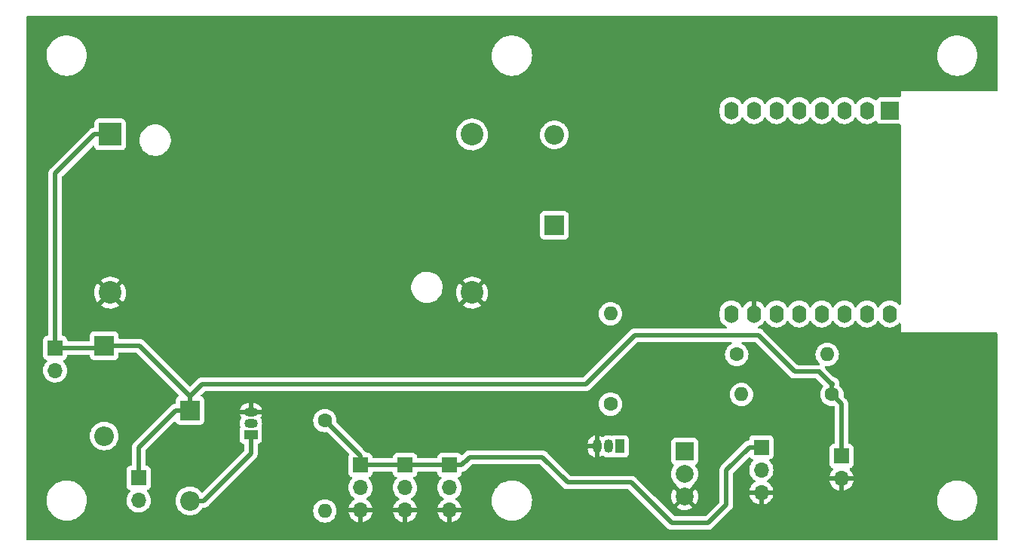
<source format=gbr>
%TF.GenerationSoftware,KiCad,Pcbnew,6.0.2+dfsg-1*%
%TF.CreationDate,2023-12-02T18:14:30+01:00*%
%TF.ProjectId,kicad_test_eurocard,6b696361-645f-4746-9573-745f6575726f,1.0*%
%TF.SameCoordinates,PX43b5fc0PY2ebae40*%
%TF.FileFunction,Copper,L1,Top*%
%TF.FilePolarity,Positive*%
%FSLAX46Y46*%
G04 Gerber Fmt 4.6, Leading zero omitted, Abs format (unit mm)*
G04 Created by KiCad (PCBNEW 6.0.2+dfsg-1) date 2023-12-02 18:14:30*
%MOMM*%
%LPD*%
G01*
G04 APERTURE LIST*
%TA.AperFunction,ComponentPad*%
%ADD10R,2.540000X2.540000*%
%TD*%
%TA.AperFunction,ComponentPad*%
%ADD11C,2.540000*%
%TD*%
%TA.AperFunction,ComponentPad*%
%ADD12O,1.600000X2.000000*%
%TD*%
%TA.AperFunction,ComponentPad*%
%ADD13R,2.000000X2.000000*%
%TD*%
%TA.AperFunction,ComponentPad*%
%ADD14R,2.200000X2.200000*%
%TD*%
%TA.AperFunction,ComponentPad*%
%ADD15O,2.200000X2.200000*%
%TD*%
%TA.AperFunction,ComponentPad*%
%ADD16R,1.700000X1.700000*%
%TD*%
%TA.AperFunction,ComponentPad*%
%ADD17O,1.700000X1.700000*%
%TD*%
%TA.AperFunction,ComponentPad*%
%ADD18R,1.050000X1.500000*%
%TD*%
%TA.AperFunction,ComponentPad*%
%ADD19O,1.050000X1.500000*%
%TD*%
%TA.AperFunction,ComponentPad*%
%ADD20R,1.500000X1.050000*%
%TD*%
%TA.AperFunction,ComponentPad*%
%ADD21O,1.500000X1.050000*%
%TD*%
%TA.AperFunction,ComponentPad*%
%ADD22C,2.000000*%
%TD*%
%TA.AperFunction,ComponentPad*%
%ADD23C,1.600000*%
%TD*%
%TA.AperFunction,ComponentPad*%
%ADD24O,1.600000X1.600000*%
%TD*%
%TA.AperFunction,ViaPad*%
%ADD25C,0.800000*%
%TD*%
%TA.AperFunction,Conductor*%
%ADD26C,0.500000*%
%TD*%
G04 APERTURE END LIST*
D10*
%TO.P,U2,1*%
%TO.N,+12V*%
X9882600Y-13856400D03*
D11*
%TO.P,U2,2*%
%TO.N,GND*%
X9882600Y-31636400D03*
%TO.P,U2,3*%
X50522600Y-31636400D03*
%TO.P,U2,4*%
%TO.N,Net-(D2-Pad2)*%
X50522600Y-13856400D03*
%TD*%
D12*
%TO.P,U3,16*%
%TO.N,Net-(U3-Pad16)*%
X97411000Y-34024000D03*
%TO.P,U3,15*%
%TO.N,Net-(U3-Pad15)*%
X94871000Y-34024000D03*
%TO.P,U3,14*%
%TO.N,Net-(R3-Pad2)*%
X92331000Y-34024000D03*
%TO.P,U3,13*%
%TO.N,Fensterkontakt*%
X89791000Y-34024000D03*
%TO.P,U3,12*%
%TO.N,Net-(U3-Pad12)*%
X87251000Y-34024000D03*
%TO.P,U3,11*%
%TO.N,Net-(R2-Pad2)*%
X84711000Y-34024000D03*
%TO.P,U3,10*%
%TO.N,GND*%
X82171000Y-34024000D03*
%TO.P,U3,9*%
%TO.N,Net-(D2-Pad1)*%
X79631000Y-34024000D03*
%TO.P,U3,8*%
%TO.N,+3V3*%
X79631000Y-11164000D03*
%TO.P,U3,7*%
%TO.N,Net-(U3-Pad7)*%
X82171000Y-11164000D03*
%TO.P,U3,6*%
%TO.N,Net-(U3-Pad6)*%
X84711000Y-11164000D03*
%TO.P,U3,5*%
%TO.N,Net-(U3-Pad5)*%
X87251000Y-11164000D03*
%TO.P,U3,4*%
%TO.N,OneWire*%
X89791000Y-11164000D03*
%TO.P,U3,3*%
%TO.N,Net-(U3-Pad3)*%
X92331000Y-11164000D03*
%TO.P,U3,2*%
%TO.N,Net-(U3-Pad2)*%
X94871000Y-11164000D03*
D13*
%TO.P,U3,1*%
%TO.N,Net-(U3-Pad1)*%
X97411000Y-11164000D03*
%TD*%
D14*
%TO.P,D2,1*%
%TO.N,Net-(D2-Pad1)*%
X59768200Y-24067200D03*
D15*
%TO.P,D2,2*%
%TO.N,Net-(D2-Pad2)*%
X59768200Y-13907200D03*
%TD*%
D14*
%TO.P,D3,1*%
%TO.N,+12V*%
X18848800Y-44869800D03*
D15*
%TO.P,D3,2*%
%TO.N,Stellventil-Relais*%
X18848800Y-55029800D03*
%TD*%
D14*
%TO.P,D4,1*%
%TO.N,+12V*%
X9222200Y-37580000D03*
D15*
%TO.P,D4,2*%
%TO.N,L\u00FCfter*%
X9222200Y-47740000D03*
%TD*%
D16*
%TO.P,J1,1*%
%TO.N,+3V3*%
X83000000Y-49000000D03*
D17*
%TO.P,J1,2*%
%TO.N,Fensterkontakt*%
X83000000Y-51540000D03*
%TO.P,J1,3*%
%TO.N,GND*%
X83000000Y-54080000D03*
%TD*%
D16*
%TO.P,J2,1*%
%TO.N,+12V*%
X3710400Y-37834000D03*
D17*
%TO.P,J2,2*%
%TO.N,L\u00FCfter*%
X3710400Y-40374000D03*
%TD*%
D16*
%TO.P,J3,1*%
%TO.N,+12V*%
X13083000Y-52439000D03*
D17*
%TO.P,J3,2*%
%TO.N,Stellventil-Relais*%
X13083000Y-54979000D03*
%TD*%
D16*
%TO.P,J4,1*%
%TO.N,+3V3*%
X48000000Y-51000000D03*
D17*
%TO.P,J4,2*%
%TO.N,OneWire*%
X48000000Y-53540000D03*
%TO.P,J4,3*%
%TO.N,GND*%
X48000000Y-56080000D03*
%TD*%
D16*
%TO.P,J5,1*%
%TO.N,+3V3*%
X43000000Y-51000000D03*
D17*
%TO.P,J5,2*%
%TO.N,OneWire*%
X43000000Y-53540000D03*
%TO.P,J5,3*%
%TO.N,GND*%
X43000000Y-56080000D03*
%TD*%
D16*
%TO.P,J6,1*%
%TO.N,+3V3*%
X38000000Y-51000000D03*
D17*
%TO.P,J6,2*%
%TO.N,OneWire*%
X38000000Y-53540000D03*
%TO.P,J6,3*%
%TO.N,GND*%
X38000000Y-56080000D03*
%TD*%
D16*
%TO.P,J7,1*%
%TO.N,+12V*%
X92000000Y-50000000D03*
D17*
%TO.P,J7,2*%
%TO.N,GND*%
X92000000Y-52540000D03*
%TD*%
D18*
%TO.P,Q2,1*%
%TO.N,Net-(Q2-Pad1)*%
X67083400Y-48908400D03*
D19*
%TO.P,Q2,2*%
%TO.N,Net-(Q2-Pad2)*%
X65813400Y-48908400D03*
%TO.P,Q2,3*%
%TO.N,GND*%
X64543400Y-48908400D03*
%TD*%
D20*
%TO.P,Q3,1*%
%TO.N,Stellventil-Relais*%
X25681400Y-47587600D03*
D21*
%TO.P,Q3,2*%
%TO.N,Net-(Q3-Pad2)*%
X25681400Y-46317600D03*
%TO.P,Q3,3*%
%TO.N,GND*%
X25681400Y-45047600D03*
%TD*%
D13*
%TO.P,Q4,1*%
%TO.N,Net-(Q2-Pad1)*%
X74390000Y-49460000D03*
D22*
%TO.P,Q4,2*%
%TO.N,L\u00FCfter*%
X74390000Y-52000000D03*
%TO.P,Q4,3*%
%TO.N,GND*%
X74390000Y-54540000D03*
%TD*%
D23*
%TO.P,R2,1*%
%TO.N,Net-(Q2-Pad2)*%
X66067400Y-44158600D03*
D24*
%TO.P,R2,2*%
%TO.N,Net-(R2-Pad2)*%
X66067400Y-33998600D03*
%TD*%
D23*
%TO.P,R3,1*%
%TO.N,Net-(Q3-Pad2)*%
X80240600Y-38570600D03*
D24*
%TO.P,R3,2*%
%TO.N,Net-(R3-Pad2)*%
X90400600Y-38570600D03*
%TD*%
D23*
%TO.P,R4,1*%
%TO.N,+12V*%
X90934000Y-43066400D03*
D24*
%TO.P,R4,2*%
%TO.N,Net-(Q2-Pad1)*%
X80774000Y-43066400D03*
%TD*%
D23*
%TO.P,R5,1*%
%TO.N,+3V3*%
X34000000Y-46000000D03*
D24*
%TO.P,R5,2*%
%TO.N,OneWire*%
X34000000Y-56160000D03*
%TD*%
D25*
%TO.N,GND*%
X92178600Y-19114200D03*
%TD*%
D26*
%TO.N,Stellventil-Relais*%
X18848800Y-55029800D02*
X20404434Y-55029800D01*
X25681400Y-48612600D02*
X25681400Y-47587600D01*
X20404434Y-55029800D02*
X25681400Y-49752834D01*
X25681400Y-49752834D02*
X25681400Y-48612600D01*
%TO.N,+12V*%
X3710400Y-18258600D02*
X3710400Y-36484000D01*
X82653600Y-36411600D02*
X68810600Y-36411600D01*
X92000000Y-50000000D02*
X92000000Y-44132400D01*
X90934000Y-41923400D02*
X90934000Y-43066400D01*
X13083000Y-49035600D02*
X13083000Y-51089000D01*
X92000000Y-44132400D02*
X90934000Y-43066400D01*
X91000000Y-41857400D02*
X90934000Y-41923400D01*
X9882600Y-13856400D02*
X8112600Y-13856400D01*
X8112600Y-13856400D02*
X3710400Y-18258600D01*
X91000000Y-42050400D02*
X91000000Y-41857400D01*
X20169800Y-41948800D02*
X18848800Y-43269800D01*
X18848800Y-44869800D02*
X17248800Y-44869800D01*
X3710400Y-37834000D02*
X8968200Y-37834000D01*
X91000000Y-42050400D02*
X89526400Y-40576800D01*
X89526400Y-40526400D02*
X86768400Y-40526400D01*
X3710400Y-36484000D02*
X3710400Y-37834000D01*
X9222200Y-37580000D02*
X13159000Y-37580000D01*
X17248800Y-44869800D02*
X13083000Y-49035600D01*
X13159000Y-37580000D02*
X18848800Y-43269800D01*
X18848800Y-43269800D02*
X18848800Y-44869800D01*
X86768400Y-40526400D02*
X82653600Y-36411600D01*
X13083000Y-51089000D02*
X13083000Y-52439000D01*
X63273400Y-41948800D02*
X20169800Y-41948800D01*
X68810600Y-36411600D02*
X63273400Y-41948800D01*
X8968200Y-37834000D02*
X9222200Y-37580000D01*
%TO.N,+3V3*%
X49709800Y-50640200D02*
X49350000Y-51000000D01*
X49709800Y-50640200D02*
X49756000Y-50640200D01*
X34000000Y-46000000D02*
X38000000Y-50000000D01*
X79072200Y-51577800D02*
X79072200Y-55461600D01*
X49350000Y-51000000D02*
X48000000Y-51000000D01*
X50294000Y-50102200D02*
X58396600Y-50102200D01*
X79072200Y-55461600D02*
X77014800Y-57519000D01*
X81650000Y-49000000D02*
X79072200Y-51577800D01*
X72950800Y-57519000D02*
X68404200Y-52972400D01*
X43000000Y-51000000D02*
X48000000Y-51000000D01*
X68404200Y-52972400D02*
X61266800Y-52972400D01*
X49756000Y-50640200D02*
X50294000Y-50102200D01*
X61266800Y-52972400D02*
X58396600Y-50102200D01*
X38000000Y-51000000D02*
X43000000Y-51000000D01*
X83000000Y-49000000D02*
X81650000Y-49000000D01*
X38000000Y-50000000D02*
X38000000Y-51000000D01*
X77014800Y-57519000D02*
X72950800Y-57519000D01*
%TD*%
%TA.AperFunction,Conductor*%
%TO.N,GND*%
G36*
X109434121Y-528002D02*
G01*
X109480614Y-581658D01*
X109492000Y-634000D01*
X109492000Y-8904400D01*
X109471998Y-8972521D01*
X109418342Y-9019014D01*
X109366000Y-9030400D01*
X98655600Y-9030400D01*
X98655600Y-9536414D01*
X98635598Y-9604535D01*
X98581942Y-9651028D01*
X98515993Y-9661677D01*
X98459134Y-9655500D01*
X96362866Y-9655500D01*
X96300684Y-9662255D01*
X96164295Y-9713385D01*
X96047739Y-9800739D01*
X95960385Y-9917295D01*
X95957233Y-9925704D01*
X95957231Y-9925707D01*
X95951210Y-9941768D01*
X95908569Y-9998533D01*
X95842008Y-10023234D01*
X95772659Y-10008027D01*
X95744133Y-9986635D01*
X95715300Y-9957802D01*
X95710792Y-9954645D01*
X95710789Y-9954643D01*
X95632611Y-9899902D01*
X95527749Y-9826477D01*
X95522767Y-9824154D01*
X95522762Y-9824151D01*
X95325225Y-9732039D01*
X95325224Y-9732039D01*
X95320243Y-9729716D01*
X95314935Y-9728294D01*
X95314933Y-9728293D01*
X95104402Y-9671881D01*
X95104400Y-9671881D01*
X95099087Y-9670457D01*
X94871000Y-9650502D01*
X94642913Y-9670457D01*
X94637600Y-9671881D01*
X94637598Y-9671881D01*
X94427067Y-9728293D01*
X94427065Y-9728294D01*
X94421757Y-9729716D01*
X94416776Y-9732039D01*
X94416775Y-9732039D01*
X94219238Y-9824151D01*
X94219233Y-9824154D01*
X94214251Y-9826477D01*
X94109389Y-9899902D01*
X94031211Y-9954643D01*
X94031208Y-9954645D01*
X94026700Y-9957802D01*
X93864802Y-10119700D01*
X93733477Y-10307251D01*
X93731154Y-10312233D01*
X93731151Y-10312238D01*
X93715195Y-10346457D01*
X93668278Y-10399742D01*
X93600001Y-10419203D01*
X93532041Y-10398661D01*
X93486805Y-10346457D01*
X93470849Y-10312238D01*
X93470846Y-10312233D01*
X93468523Y-10307251D01*
X93337198Y-10119700D01*
X93175300Y-9957802D01*
X93170792Y-9954645D01*
X93170789Y-9954643D01*
X93092611Y-9899902D01*
X92987749Y-9826477D01*
X92982767Y-9824154D01*
X92982762Y-9824151D01*
X92785225Y-9732039D01*
X92785224Y-9732039D01*
X92780243Y-9729716D01*
X92774935Y-9728294D01*
X92774933Y-9728293D01*
X92564402Y-9671881D01*
X92564400Y-9671881D01*
X92559087Y-9670457D01*
X92331000Y-9650502D01*
X92102913Y-9670457D01*
X92097600Y-9671881D01*
X92097598Y-9671881D01*
X91887067Y-9728293D01*
X91887065Y-9728294D01*
X91881757Y-9729716D01*
X91876776Y-9732039D01*
X91876775Y-9732039D01*
X91679238Y-9824151D01*
X91679233Y-9824154D01*
X91674251Y-9826477D01*
X91569389Y-9899902D01*
X91491211Y-9954643D01*
X91491208Y-9954645D01*
X91486700Y-9957802D01*
X91324802Y-10119700D01*
X91193477Y-10307251D01*
X91191154Y-10312233D01*
X91191151Y-10312238D01*
X91175195Y-10346457D01*
X91128278Y-10399742D01*
X91060001Y-10419203D01*
X90992041Y-10398661D01*
X90946805Y-10346457D01*
X90930849Y-10312238D01*
X90930846Y-10312233D01*
X90928523Y-10307251D01*
X90797198Y-10119700D01*
X90635300Y-9957802D01*
X90630792Y-9954645D01*
X90630789Y-9954643D01*
X90552611Y-9899902D01*
X90447749Y-9826477D01*
X90442767Y-9824154D01*
X90442762Y-9824151D01*
X90245225Y-9732039D01*
X90245224Y-9732039D01*
X90240243Y-9729716D01*
X90234935Y-9728294D01*
X90234933Y-9728293D01*
X90024402Y-9671881D01*
X90024400Y-9671881D01*
X90019087Y-9670457D01*
X89791000Y-9650502D01*
X89562913Y-9670457D01*
X89557600Y-9671881D01*
X89557598Y-9671881D01*
X89347067Y-9728293D01*
X89347065Y-9728294D01*
X89341757Y-9729716D01*
X89336776Y-9732039D01*
X89336775Y-9732039D01*
X89139238Y-9824151D01*
X89139233Y-9824154D01*
X89134251Y-9826477D01*
X89029389Y-9899902D01*
X88951211Y-9954643D01*
X88951208Y-9954645D01*
X88946700Y-9957802D01*
X88784802Y-10119700D01*
X88653477Y-10307251D01*
X88651154Y-10312233D01*
X88651151Y-10312238D01*
X88635195Y-10346457D01*
X88588278Y-10399742D01*
X88520001Y-10419203D01*
X88452041Y-10398661D01*
X88406805Y-10346457D01*
X88390849Y-10312238D01*
X88390846Y-10312233D01*
X88388523Y-10307251D01*
X88257198Y-10119700D01*
X88095300Y-9957802D01*
X88090792Y-9954645D01*
X88090789Y-9954643D01*
X88012611Y-9899902D01*
X87907749Y-9826477D01*
X87902767Y-9824154D01*
X87902762Y-9824151D01*
X87705225Y-9732039D01*
X87705224Y-9732039D01*
X87700243Y-9729716D01*
X87694935Y-9728294D01*
X87694933Y-9728293D01*
X87484402Y-9671881D01*
X87484400Y-9671881D01*
X87479087Y-9670457D01*
X87251000Y-9650502D01*
X87022913Y-9670457D01*
X87017600Y-9671881D01*
X87017598Y-9671881D01*
X86807067Y-9728293D01*
X86807065Y-9728294D01*
X86801757Y-9729716D01*
X86796776Y-9732039D01*
X86796775Y-9732039D01*
X86599238Y-9824151D01*
X86599233Y-9824154D01*
X86594251Y-9826477D01*
X86489389Y-9899902D01*
X86411211Y-9954643D01*
X86411208Y-9954645D01*
X86406700Y-9957802D01*
X86244802Y-10119700D01*
X86113477Y-10307251D01*
X86111154Y-10312233D01*
X86111151Y-10312238D01*
X86095195Y-10346457D01*
X86048278Y-10399742D01*
X85980001Y-10419203D01*
X85912041Y-10398661D01*
X85866805Y-10346457D01*
X85850849Y-10312238D01*
X85850846Y-10312233D01*
X85848523Y-10307251D01*
X85717198Y-10119700D01*
X85555300Y-9957802D01*
X85550792Y-9954645D01*
X85550789Y-9954643D01*
X85472611Y-9899902D01*
X85367749Y-9826477D01*
X85362767Y-9824154D01*
X85362762Y-9824151D01*
X85165225Y-9732039D01*
X85165224Y-9732039D01*
X85160243Y-9729716D01*
X85154935Y-9728294D01*
X85154933Y-9728293D01*
X84944402Y-9671881D01*
X84944400Y-9671881D01*
X84939087Y-9670457D01*
X84711000Y-9650502D01*
X84482913Y-9670457D01*
X84477600Y-9671881D01*
X84477598Y-9671881D01*
X84267067Y-9728293D01*
X84267065Y-9728294D01*
X84261757Y-9729716D01*
X84256776Y-9732039D01*
X84256775Y-9732039D01*
X84059238Y-9824151D01*
X84059233Y-9824154D01*
X84054251Y-9826477D01*
X83949389Y-9899902D01*
X83871211Y-9954643D01*
X83871208Y-9954645D01*
X83866700Y-9957802D01*
X83704802Y-10119700D01*
X83573477Y-10307251D01*
X83571154Y-10312233D01*
X83571151Y-10312238D01*
X83555195Y-10346457D01*
X83508278Y-10399742D01*
X83440001Y-10419203D01*
X83372041Y-10398661D01*
X83326805Y-10346457D01*
X83310849Y-10312238D01*
X83310846Y-10312233D01*
X83308523Y-10307251D01*
X83177198Y-10119700D01*
X83015300Y-9957802D01*
X83010792Y-9954645D01*
X83010789Y-9954643D01*
X82932611Y-9899902D01*
X82827749Y-9826477D01*
X82822767Y-9824154D01*
X82822762Y-9824151D01*
X82625225Y-9732039D01*
X82625224Y-9732039D01*
X82620243Y-9729716D01*
X82614935Y-9728294D01*
X82614933Y-9728293D01*
X82404402Y-9671881D01*
X82404400Y-9671881D01*
X82399087Y-9670457D01*
X82171000Y-9650502D01*
X81942913Y-9670457D01*
X81937600Y-9671881D01*
X81937598Y-9671881D01*
X81727067Y-9728293D01*
X81727065Y-9728294D01*
X81721757Y-9729716D01*
X81716776Y-9732039D01*
X81716775Y-9732039D01*
X81519238Y-9824151D01*
X81519233Y-9824154D01*
X81514251Y-9826477D01*
X81409389Y-9899902D01*
X81331211Y-9954643D01*
X81331208Y-9954645D01*
X81326700Y-9957802D01*
X81164802Y-10119700D01*
X81033477Y-10307251D01*
X81031154Y-10312233D01*
X81031151Y-10312238D01*
X81015195Y-10346457D01*
X80968278Y-10399742D01*
X80900001Y-10419203D01*
X80832041Y-10398661D01*
X80786805Y-10346457D01*
X80770849Y-10312238D01*
X80770846Y-10312233D01*
X80768523Y-10307251D01*
X80637198Y-10119700D01*
X80475300Y-9957802D01*
X80470792Y-9954645D01*
X80470789Y-9954643D01*
X80392611Y-9899902D01*
X80287749Y-9826477D01*
X80282767Y-9824154D01*
X80282762Y-9824151D01*
X80085225Y-9732039D01*
X80085224Y-9732039D01*
X80080243Y-9729716D01*
X80074935Y-9728294D01*
X80074933Y-9728293D01*
X79864402Y-9671881D01*
X79864400Y-9671881D01*
X79859087Y-9670457D01*
X79631000Y-9650502D01*
X79402913Y-9670457D01*
X79397600Y-9671881D01*
X79397598Y-9671881D01*
X79187067Y-9728293D01*
X79187065Y-9728294D01*
X79181757Y-9729716D01*
X79176776Y-9732039D01*
X79176775Y-9732039D01*
X78979238Y-9824151D01*
X78979233Y-9824154D01*
X78974251Y-9826477D01*
X78869389Y-9899902D01*
X78791211Y-9954643D01*
X78791208Y-9954645D01*
X78786700Y-9957802D01*
X78624802Y-10119700D01*
X78493477Y-10307251D01*
X78491154Y-10312233D01*
X78491151Y-10312238D01*
X78475195Y-10346457D01*
X78396716Y-10514757D01*
X78337457Y-10735913D01*
X78322500Y-10906873D01*
X78322500Y-11421127D01*
X78337457Y-11592087D01*
X78396716Y-11813243D01*
X78399039Y-11818224D01*
X78399039Y-11818225D01*
X78491151Y-12015762D01*
X78491154Y-12015767D01*
X78493477Y-12020749D01*
X78564508Y-12122191D01*
X78620937Y-12202780D01*
X78624802Y-12208300D01*
X78786700Y-12370198D01*
X78791208Y-12373355D01*
X78791211Y-12373357D01*
X78832536Y-12402293D01*
X78974251Y-12501523D01*
X78979233Y-12503846D01*
X78979238Y-12503849D01*
X79176775Y-12595961D01*
X79181757Y-12598284D01*
X79187065Y-12599706D01*
X79187067Y-12599707D01*
X79397598Y-12656119D01*
X79397600Y-12656119D01*
X79402913Y-12657543D01*
X79631000Y-12677498D01*
X79859087Y-12657543D01*
X79864400Y-12656119D01*
X79864402Y-12656119D01*
X80074933Y-12599707D01*
X80074935Y-12599706D01*
X80080243Y-12598284D01*
X80085225Y-12595961D01*
X80282762Y-12503849D01*
X80282767Y-12503846D01*
X80287749Y-12501523D01*
X80429464Y-12402293D01*
X80470789Y-12373357D01*
X80470792Y-12373355D01*
X80475300Y-12370198D01*
X80637198Y-12208300D01*
X80641064Y-12202780D01*
X80697492Y-12122191D01*
X80768523Y-12020749D01*
X80770846Y-12015767D01*
X80770849Y-12015762D01*
X80786805Y-11981543D01*
X80833722Y-11928258D01*
X80901999Y-11908797D01*
X80969959Y-11929339D01*
X81015195Y-11981543D01*
X81031151Y-12015762D01*
X81031154Y-12015767D01*
X81033477Y-12020749D01*
X81104508Y-12122191D01*
X81160937Y-12202780D01*
X81164802Y-12208300D01*
X81326700Y-12370198D01*
X81331208Y-12373355D01*
X81331211Y-12373357D01*
X81372536Y-12402293D01*
X81514251Y-12501523D01*
X81519233Y-12503846D01*
X81519238Y-12503849D01*
X81716775Y-12595961D01*
X81721757Y-12598284D01*
X81727065Y-12599706D01*
X81727067Y-12599707D01*
X81937598Y-12656119D01*
X81937600Y-12656119D01*
X81942913Y-12657543D01*
X82171000Y-12677498D01*
X82399087Y-12657543D01*
X82404400Y-12656119D01*
X82404402Y-12656119D01*
X82614933Y-12599707D01*
X82614935Y-12599706D01*
X82620243Y-12598284D01*
X82625225Y-12595961D01*
X82822762Y-12503849D01*
X82822767Y-12503846D01*
X82827749Y-12501523D01*
X82969464Y-12402293D01*
X83010789Y-12373357D01*
X83010792Y-12373355D01*
X83015300Y-12370198D01*
X83177198Y-12208300D01*
X83181064Y-12202780D01*
X83237492Y-12122191D01*
X83308523Y-12020749D01*
X83310846Y-12015767D01*
X83310849Y-12015762D01*
X83326805Y-11981543D01*
X83373722Y-11928258D01*
X83441999Y-11908797D01*
X83509959Y-11929339D01*
X83555195Y-11981543D01*
X83571151Y-12015762D01*
X83571154Y-12015767D01*
X83573477Y-12020749D01*
X83644508Y-12122191D01*
X83700937Y-12202780D01*
X83704802Y-12208300D01*
X83866700Y-12370198D01*
X83871208Y-12373355D01*
X83871211Y-12373357D01*
X83912536Y-12402293D01*
X84054251Y-12501523D01*
X84059233Y-12503846D01*
X84059238Y-12503849D01*
X84256775Y-12595961D01*
X84261757Y-12598284D01*
X84267065Y-12599706D01*
X84267067Y-12599707D01*
X84477598Y-12656119D01*
X84477600Y-12656119D01*
X84482913Y-12657543D01*
X84711000Y-12677498D01*
X84939087Y-12657543D01*
X84944400Y-12656119D01*
X84944402Y-12656119D01*
X85154933Y-12599707D01*
X85154935Y-12599706D01*
X85160243Y-12598284D01*
X85165225Y-12595961D01*
X85362762Y-12503849D01*
X85362767Y-12503846D01*
X85367749Y-12501523D01*
X85509464Y-12402293D01*
X85550789Y-12373357D01*
X85550792Y-12373355D01*
X85555300Y-12370198D01*
X85717198Y-12208300D01*
X85721064Y-12202780D01*
X85777492Y-12122191D01*
X85848523Y-12020749D01*
X85850846Y-12015767D01*
X85850849Y-12015762D01*
X85866805Y-11981543D01*
X85913722Y-11928258D01*
X85981999Y-11908797D01*
X86049959Y-11929339D01*
X86095195Y-11981543D01*
X86111151Y-12015762D01*
X86111154Y-12015767D01*
X86113477Y-12020749D01*
X86184508Y-12122191D01*
X86240937Y-12202780D01*
X86244802Y-12208300D01*
X86406700Y-12370198D01*
X86411208Y-12373355D01*
X86411211Y-12373357D01*
X86452536Y-12402293D01*
X86594251Y-12501523D01*
X86599233Y-12503846D01*
X86599238Y-12503849D01*
X86796775Y-12595961D01*
X86801757Y-12598284D01*
X86807065Y-12599706D01*
X86807067Y-12599707D01*
X87017598Y-12656119D01*
X87017600Y-12656119D01*
X87022913Y-12657543D01*
X87251000Y-12677498D01*
X87479087Y-12657543D01*
X87484400Y-12656119D01*
X87484402Y-12656119D01*
X87694933Y-12599707D01*
X87694935Y-12599706D01*
X87700243Y-12598284D01*
X87705225Y-12595961D01*
X87902762Y-12503849D01*
X87902767Y-12503846D01*
X87907749Y-12501523D01*
X88049464Y-12402293D01*
X88090789Y-12373357D01*
X88090792Y-12373355D01*
X88095300Y-12370198D01*
X88257198Y-12208300D01*
X88261064Y-12202780D01*
X88317492Y-12122191D01*
X88388523Y-12020749D01*
X88390846Y-12015767D01*
X88390849Y-12015762D01*
X88406805Y-11981543D01*
X88453722Y-11928258D01*
X88521999Y-11908797D01*
X88589959Y-11929339D01*
X88635195Y-11981543D01*
X88651151Y-12015762D01*
X88651154Y-12015767D01*
X88653477Y-12020749D01*
X88724508Y-12122191D01*
X88780937Y-12202780D01*
X88784802Y-12208300D01*
X88946700Y-12370198D01*
X88951208Y-12373355D01*
X88951211Y-12373357D01*
X88992536Y-12402293D01*
X89134251Y-12501523D01*
X89139233Y-12503846D01*
X89139238Y-12503849D01*
X89336775Y-12595961D01*
X89341757Y-12598284D01*
X89347065Y-12599706D01*
X89347067Y-12599707D01*
X89557598Y-12656119D01*
X89557600Y-12656119D01*
X89562913Y-12657543D01*
X89791000Y-12677498D01*
X90019087Y-12657543D01*
X90024400Y-12656119D01*
X90024402Y-12656119D01*
X90234933Y-12599707D01*
X90234935Y-12599706D01*
X90240243Y-12598284D01*
X90245225Y-12595961D01*
X90442762Y-12503849D01*
X90442767Y-12503846D01*
X90447749Y-12501523D01*
X90589464Y-12402293D01*
X90630789Y-12373357D01*
X90630792Y-12373355D01*
X90635300Y-12370198D01*
X90797198Y-12208300D01*
X90801064Y-12202780D01*
X90857492Y-12122191D01*
X90928523Y-12020749D01*
X90930846Y-12015767D01*
X90930849Y-12015762D01*
X90946805Y-11981543D01*
X90993722Y-11928258D01*
X91061999Y-11908797D01*
X91129959Y-11929339D01*
X91175195Y-11981543D01*
X91191151Y-12015762D01*
X91191154Y-12015767D01*
X91193477Y-12020749D01*
X91264508Y-12122191D01*
X91320937Y-12202780D01*
X91324802Y-12208300D01*
X91486700Y-12370198D01*
X91491208Y-12373355D01*
X91491211Y-12373357D01*
X91532536Y-12402293D01*
X91674251Y-12501523D01*
X91679233Y-12503846D01*
X91679238Y-12503849D01*
X91876775Y-12595961D01*
X91881757Y-12598284D01*
X91887065Y-12599706D01*
X91887067Y-12599707D01*
X92097598Y-12656119D01*
X92097600Y-12656119D01*
X92102913Y-12657543D01*
X92331000Y-12677498D01*
X92559087Y-12657543D01*
X92564400Y-12656119D01*
X92564402Y-12656119D01*
X92774933Y-12599707D01*
X92774935Y-12599706D01*
X92780243Y-12598284D01*
X92785225Y-12595961D01*
X92982762Y-12503849D01*
X92982767Y-12503846D01*
X92987749Y-12501523D01*
X93129464Y-12402293D01*
X93170789Y-12373357D01*
X93170792Y-12373355D01*
X93175300Y-12370198D01*
X93337198Y-12208300D01*
X93341064Y-12202780D01*
X93397492Y-12122191D01*
X93468523Y-12020749D01*
X93470846Y-12015767D01*
X93470849Y-12015762D01*
X93486805Y-11981543D01*
X93533722Y-11928258D01*
X93601999Y-11908797D01*
X93669959Y-11929339D01*
X93715195Y-11981543D01*
X93731151Y-12015762D01*
X93731154Y-12015767D01*
X93733477Y-12020749D01*
X93804508Y-12122191D01*
X93860937Y-12202780D01*
X93864802Y-12208300D01*
X94026700Y-12370198D01*
X94031208Y-12373355D01*
X94031211Y-12373357D01*
X94072536Y-12402293D01*
X94214251Y-12501523D01*
X94219233Y-12503846D01*
X94219238Y-12503849D01*
X94416775Y-12595961D01*
X94421757Y-12598284D01*
X94427065Y-12599706D01*
X94427067Y-12599707D01*
X94637598Y-12656119D01*
X94637600Y-12656119D01*
X94642913Y-12657543D01*
X94871000Y-12677498D01*
X95099087Y-12657543D01*
X95104400Y-12656119D01*
X95104402Y-12656119D01*
X95314933Y-12599707D01*
X95314935Y-12599706D01*
X95320243Y-12598284D01*
X95325225Y-12595961D01*
X95522762Y-12503849D01*
X95522767Y-12503846D01*
X95527749Y-12501523D01*
X95669464Y-12402293D01*
X95710789Y-12373357D01*
X95710792Y-12373355D01*
X95715300Y-12370198D01*
X95744133Y-12341365D01*
X95806445Y-12307339D01*
X95877260Y-12312404D01*
X95934096Y-12354951D01*
X95951210Y-12386232D01*
X95960385Y-12410705D01*
X96047739Y-12527261D01*
X96164295Y-12614615D01*
X96300684Y-12665745D01*
X96362866Y-12672500D01*
X98459134Y-12672500D01*
X98515993Y-12666323D01*
X98585874Y-12678851D01*
X98637890Y-12727171D01*
X98655600Y-12791586D01*
X98655601Y-22922483D01*
X98655601Y-32920554D01*
X98635599Y-32988675D01*
X98581943Y-33035168D01*
X98511669Y-33045272D01*
X98447089Y-33015778D01*
X98426387Y-32992823D01*
X98420359Y-32984213D01*
X98420353Y-32984206D01*
X98417198Y-32979700D01*
X98255300Y-32817802D01*
X98250792Y-32814645D01*
X98250789Y-32814643D01*
X98112067Y-32717509D01*
X98067749Y-32686477D01*
X98062767Y-32684154D01*
X98062762Y-32684151D01*
X97865225Y-32592039D01*
X97865224Y-32592039D01*
X97860243Y-32589716D01*
X97854935Y-32588294D01*
X97854933Y-32588293D01*
X97644402Y-32531881D01*
X97644400Y-32531881D01*
X97639087Y-32530457D01*
X97411000Y-32510502D01*
X97182913Y-32530457D01*
X97177600Y-32531881D01*
X97177598Y-32531881D01*
X96967067Y-32588293D01*
X96967065Y-32588294D01*
X96961757Y-32589716D01*
X96956776Y-32592039D01*
X96956775Y-32592039D01*
X96759238Y-32684151D01*
X96759233Y-32684154D01*
X96754251Y-32686477D01*
X96709933Y-32717509D01*
X96571211Y-32814643D01*
X96571208Y-32814645D01*
X96566700Y-32817802D01*
X96404802Y-32979700D01*
X96401645Y-32984208D01*
X96401643Y-32984211D01*
X96348686Y-33059842D01*
X96273477Y-33167251D01*
X96271154Y-33172233D01*
X96271151Y-33172238D01*
X96255195Y-33206457D01*
X96208278Y-33259742D01*
X96140001Y-33279203D01*
X96072041Y-33258661D01*
X96026805Y-33206457D01*
X96010849Y-33172238D01*
X96010846Y-33172233D01*
X96008523Y-33167251D01*
X95933314Y-33059842D01*
X95880357Y-32984211D01*
X95880355Y-32984208D01*
X95877198Y-32979700D01*
X95715300Y-32817802D01*
X95710792Y-32814645D01*
X95710789Y-32814643D01*
X95572067Y-32717509D01*
X95527749Y-32686477D01*
X95522767Y-32684154D01*
X95522762Y-32684151D01*
X95325225Y-32592039D01*
X95325224Y-32592039D01*
X95320243Y-32589716D01*
X95314935Y-32588294D01*
X95314933Y-32588293D01*
X95104402Y-32531881D01*
X95104400Y-32531881D01*
X95099087Y-32530457D01*
X94871000Y-32510502D01*
X94642913Y-32530457D01*
X94637600Y-32531881D01*
X94637598Y-32531881D01*
X94427067Y-32588293D01*
X94427065Y-32588294D01*
X94421757Y-32589716D01*
X94416776Y-32592039D01*
X94416775Y-32592039D01*
X94219238Y-32684151D01*
X94219233Y-32684154D01*
X94214251Y-32686477D01*
X94169933Y-32717509D01*
X94031211Y-32814643D01*
X94031208Y-32814645D01*
X94026700Y-32817802D01*
X93864802Y-32979700D01*
X93861645Y-32984208D01*
X93861643Y-32984211D01*
X93808686Y-33059842D01*
X93733477Y-33167251D01*
X93731154Y-33172233D01*
X93731151Y-33172238D01*
X93715195Y-33206457D01*
X93668278Y-33259742D01*
X93600001Y-33279203D01*
X93532041Y-33258661D01*
X93486805Y-33206457D01*
X93470849Y-33172238D01*
X93470846Y-33172233D01*
X93468523Y-33167251D01*
X93393314Y-33059842D01*
X93340357Y-32984211D01*
X93340355Y-32984208D01*
X93337198Y-32979700D01*
X93175300Y-32817802D01*
X93170792Y-32814645D01*
X93170789Y-32814643D01*
X93032067Y-32717509D01*
X92987749Y-32686477D01*
X92982767Y-32684154D01*
X92982762Y-32684151D01*
X92785225Y-32592039D01*
X92785224Y-32592039D01*
X92780243Y-32589716D01*
X92774935Y-32588294D01*
X92774933Y-32588293D01*
X92564402Y-32531881D01*
X92564400Y-32531881D01*
X92559087Y-32530457D01*
X92331000Y-32510502D01*
X92102913Y-32530457D01*
X92097600Y-32531881D01*
X92097598Y-32531881D01*
X91887067Y-32588293D01*
X91887065Y-32588294D01*
X91881757Y-32589716D01*
X91876776Y-32592039D01*
X91876775Y-32592039D01*
X91679238Y-32684151D01*
X91679233Y-32684154D01*
X91674251Y-32686477D01*
X91629933Y-32717509D01*
X91491211Y-32814643D01*
X91491208Y-32814645D01*
X91486700Y-32817802D01*
X91324802Y-32979700D01*
X91321645Y-32984208D01*
X91321643Y-32984211D01*
X91268686Y-33059842D01*
X91193477Y-33167251D01*
X91191154Y-33172233D01*
X91191151Y-33172238D01*
X91175195Y-33206457D01*
X91128278Y-33259742D01*
X91060001Y-33279203D01*
X90992041Y-33258661D01*
X90946805Y-33206457D01*
X90930849Y-33172238D01*
X90930846Y-33172233D01*
X90928523Y-33167251D01*
X90853314Y-33059842D01*
X90800357Y-32984211D01*
X90800355Y-32984208D01*
X90797198Y-32979700D01*
X90635300Y-32817802D01*
X90630792Y-32814645D01*
X90630789Y-32814643D01*
X90492067Y-32717509D01*
X90447749Y-32686477D01*
X90442767Y-32684154D01*
X90442762Y-32684151D01*
X90245225Y-32592039D01*
X90245224Y-32592039D01*
X90240243Y-32589716D01*
X90234935Y-32588294D01*
X90234933Y-32588293D01*
X90024402Y-32531881D01*
X90024400Y-32531881D01*
X90019087Y-32530457D01*
X89791000Y-32510502D01*
X89562913Y-32530457D01*
X89557600Y-32531881D01*
X89557598Y-32531881D01*
X89347067Y-32588293D01*
X89347065Y-32588294D01*
X89341757Y-32589716D01*
X89336776Y-32592039D01*
X89336775Y-32592039D01*
X89139238Y-32684151D01*
X89139233Y-32684154D01*
X89134251Y-32686477D01*
X89089933Y-32717509D01*
X88951211Y-32814643D01*
X88951208Y-32814645D01*
X88946700Y-32817802D01*
X88784802Y-32979700D01*
X88781645Y-32984208D01*
X88781643Y-32984211D01*
X88728686Y-33059842D01*
X88653477Y-33167251D01*
X88651154Y-33172233D01*
X88651151Y-33172238D01*
X88635195Y-33206457D01*
X88588278Y-33259742D01*
X88520001Y-33279203D01*
X88452041Y-33258661D01*
X88406805Y-33206457D01*
X88390849Y-33172238D01*
X88390846Y-33172233D01*
X88388523Y-33167251D01*
X88313314Y-33059842D01*
X88260357Y-32984211D01*
X88260355Y-32984208D01*
X88257198Y-32979700D01*
X88095300Y-32817802D01*
X88090792Y-32814645D01*
X88090789Y-32814643D01*
X87952067Y-32717509D01*
X87907749Y-32686477D01*
X87902767Y-32684154D01*
X87902762Y-32684151D01*
X87705225Y-32592039D01*
X87705224Y-32592039D01*
X87700243Y-32589716D01*
X87694935Y-32588294D01*
X87694933Y-32588293D01*
X87484402Y-32531881D01*
X87484400Y-32531881D01*
X87479087Y-32530457D01*
X87251000Y-32510502D01*
X87022913Y-32530457D01*
X87017600Y-32531881D01*
X87017598Y-32531881D01*
X86807067Y-32588293D01*
X86807065Y-32588294D01*
X86801757Y-32589716D01*
X86796776Y-32592039D01*
X86796775Y-32592039D01*
X86599238Y-32684151D01*
X86599233Y-32684154D01*
X86594251Y-32686477D01*
X86549933Y-32717509D01*
X86411211Y-32814643D01*
X86411208Y-32814645D01*
X86406700Y-32817802D01*
X86244802Y-32979700D01*
X86241645Y-32984208D01*
X86241643Y-32984211D01*
X86188686Y-33059842D01*
X86113477Y-33167251D01*
X86111154Y-33172233D01*
X86111151Y-33172238D01*
X86095195Y-33206457D01*
X86048278Y-33259742D01*
X85980001Y-33279203D01*
X85912041Y-33258661D01*
X85866805Y-33206457D01*
X85850849Y-33172238D01*
X85850846Y-33172233D01*
X85848523Y-33167251D01*
X85773314Y-33059842D01*
X85720357Y-32984211D01*
X85720355Y-32984208D01*
X85717198Y-32979700D01*
X85555300Y-32817802D01*
X85550792Y-32814645D01*
X85550789Y-32814643D01*
X85412067Y-32717509D01*
X85367749Y-32686477D01*
X85362767Y-32684154D01*
X85362762Y-32684151D01*
X85165225Y-32592039D01*
X85165224Y-32592039D01*
X85160243Y-32589716D01*
X85154935Y-32588294D01*
X85154933Y-32588293D01*
X84944402Y-32531881D01*
X84944400Y-32531881D01*
X84939087Y-32530457D01*
X84711000Y-32510502D01*
X84482913Y-32530457D01*
X84477600Y-32531881D01*
X84477598Y-32531881D01*
X84267067Y-32588293D01*
X84267065Y-32588294D01*
X84261757Y-32589716D01*
X84256776Y-32592039D01*
X84256775Y-32592039D01*
X84059238Y-32684151D01*
X84059233Y-32684154D01*
X84054251Y-32686477D01*
X84009933Y-32717509D01*
X83871211Y-32814643D01*
X83871208Y-32814645D01*
X83866700Y-32817802D01*
X83704802Y-32979700D01*
X83701645Y-32984208D01*
X83701643Y-32984211D01*
X83648686Y-33059842D01*
X83573477Y-33167251D01*
X83571154Y-33172233D01*
X83571151Y-33172238D01*
X83554919Y-33207049D01*
X83508002Y-33260334D01*
X83439725Y-33279795D01*
X83371765Y-33259253D01*
X83326529Y-33207049D01*
X83310414Y-33172489D01*
X83304931Y-33162993D01*
X83179972Y-32984533D01*
X83172916Y-32976125D01*
X83018875Y-32822084D01*
X83010467Y-32815028D01*
X82832007Y-32690069D01*
X82822511Y-32684586D01*
X82625053Y-32592510D01*
X82614761Y-32588764D01*
X82442497Y-32542606D01*
X82428401Y-32542942D01*
X82425000Y-32550884D01*
X82425000Y-34152000D01*
X82404998Y-34220121D01*
X82351342Y-34266614D01*
X82299000Y-34278000D01*
X82043000Y-34278000D01*
X81974879Y-34257998D01*
X81928386Y-34204342D01*
X81917000Y-34152000D01*
X81917000Y-32556033D01*
X81913027Y-32542502D01*
X81904478Y-32541273D01*
X81727239Y-32588764D01*
X81716947Y-32592510D01*
X81519489Y-32684586D01*
X81509993Y-32690069D01*
X81331533Y-32815028D01*
X81323125Y-32822084D01*
X81169084Y-32976125D01*
X81162028Y-32984533D01*
X81037069Y-33162993D01*
X81031586Y-33172489D01*
X81015471Y-33207049D01*
X80968554Y-33260334D01*
X80900277Y-33279795D01*
X80832317Y-33259253D01*
X80787081Y-33207049D01*
X80770849Y-33172238D01*
X80770846Y-33172233D01*
X80768523Y-33167251D01*
X80693314Y-33059842D01*
X80640357Y-32984211D01*
X80640355Y-32984208D01*
X80637198Y-32979700D01*
X80475300Y-32817802D01*
X80470792Y-32814645D01*
X80470789Y-32814643D01*
X80332067Y-32717509D01*
X80287749Y-32686477D01*
X80282767Y-32684154D01*
X80282762Y-32684151D01*
X80085225Y-32592039D01*
X80085224Y-32592039D01*
X80080243Y-32589716D01*
X80074935Y-32588294D01*
X80074933Y-32588293D01*
X79864402Y-32531881D01*
X79864400Y-32531881D01*
X79859087Y-32530457D01*
X79631000Y-32510502D01*
X79402913Y-32530457D01*
X79397600Y-32531881D01*
X79397598Y-32531881D01*
X79187067Y-32588293D01*
X79187065Y-32588294D01*
X79181757Y-32589716D01*
X79176776Y-32592039D01*
X79176775Y-32592039D01*
X78979238Y-32684151D01*
X78979233Y-32684154D01*
X78974251Y-32686477D01*
X78929933Y-32717509D01*
X78791211Y-32814643D01*
X78791208Y-32814645D01*
X78786700Y-32817802D01*
X78624802Y-32979700D01*
X78621645Y-32984208D01*
X78621643Y-32984211D01*
X78568686Y-33059842D01*
X78493477Y-33167251D01*
X78491154Y-33172233D01*
X78491151Y-33172238D01*
X78399039Y-33369775D01*
X78396716Y-33374757D01*
X78395294Y-33380065D01*
X78395293Y-33380067D01*
X78361000Y-33508050D01*
X78337457Y-33595913D01*
X78322500Y-33766873D01*
X78322500Y-34281127D01*
X78337457Y-34452087D01*
X78396716Y-34673243D01*
X78399039Y-34678224D01*
X78399039Y-34678225D01*
X78491151Y-34875762D01*
X78491154Y-34875767D01*
X78493477Y-34880749D01*
X78624802Y-35068300D01*
X78786700Y-35230198D01*
X78791208Y-35233355D01*
X78791211Y-35233357D01*
X78792568Y-35234307D01*
X78974251Y-35361523D01*
X79084441Y-35412905D01*
X79137726Y-35459822D01*
X79157187Y-35528099D01*
X79136645Y-35596059D01*
X79082623Y-35642125D01*
X79031191Y-35653100D01*
X68877663Y-35653100D01*
X68858714Y-35651667D01*
X68854066Y-35650960D01*
X68837251Y-35648402D01*
X68829959Y-35648995D01*
X68829956Y-35648995D01*
X68784591Y-35652685D01*
X68774377Y-35653100D01*
X68766307Y-35653100D01*
X68762687Y-35653522D01*
X68762669Y-35653523D01*
X68738061Y-35656392D01*
X68733700Y-35656824D01*
X68708581Y-35658867D01*
X68668261Y-35662146D01*
X68668258Y-35662147D01*
X68660963Y-35662740D01*
X68653999Y-35664996D01*
X68648040Y-35666187D01*
X68642185Y-35667571D01*
X68634919Y-35668418D01*
X68566273Y-35693335D01*
X68562145Y-35694752D01*
X68499664Y-35714993D01*
X68499662Y-35714994D01*
X68492701Y-35717249D01*
X68486446Y-35721045D01*
X68480972Y-35723551D01*
X68475542Y-35726270D01*
X68468663Y-35728767D01*
X68407616Y-35768791D01*
X68403927Y-35771118D01*
X68395443Y-35776267D01*
X68346293Y-35806091D01*
X68346288Y-35806095D01*
X68341492Y-35809005D01*
X68333116Y-35816403D01*
X68333093Y-35816377D01*
X68330103Y-35819026D01*
X68326864Y-35821734D01*
X68320748Y-35825744D01*
X68315721Y-35831051D01*
X68315717Y-35831054D01*
X68267472Y-35881983D01*
X68265094Y-35884425D01*
X62996124Y-41153395D01*
X62933812Y-41187421D01*
X62907029Y-41190300D01*
X20236870Y-41190300D01*
X20217920Y-41188867D01*
X20203685Y-41186701D01*
X20203681Y-41186701D01*
X20196451Y-41185601D01*
X20189159Y-41186194D01*
X20189156Y-41186194D01*
X20143782Y-41189885D01*
X20133567Y-41190300D01*
X20125507Y-41190300D01*
X20112217Y-41191849D01*
X20097293Y-41193589D01*
X20092918Y-41194022D01*
X20027461Y-41199346D01*
X20027458Y-41199347D01*
X20020163Y-41199940D01*
X20013199Y-41202196D01*
X20007240Y-41203387D01*
X20001385Y-41204771D01*
X19994119Y-41205618D01*
X19925473Y-41230535D01*
X19921345Y-41231952D01*
X19858864Y-41252193D01*
X19858862Y-41252194D01*
X19851901Y-41254449D01*
X19845646Y-41258245D01*
X19840172Y-41260751D01*
X19834742Y-41263470D01*
X19827863Y-41265967D01*
X19821743Y-41269980D01*
X19821742Y-41269980D01*
X19766824Y-41305986D01*
X19763120Y-41308323D01*
X19700693Y-41346205D01*
X19692316Y-41353603D01*
X19692292Y-41353576D01*
X19689300Y-41356229D01*
X19686067Y-41358932D01*
X19679948Y-41362944D01*
X19674916Y-41368256D01*
X19626672Y-41419183D01*
X19624294Y-41421625D01*
X18937895Y-42108024D01*
X18875583Y-42142050D01*
X18804768Y-42136985D01*
X18759705Y-42108024D01*
X13742770Y-37091089D01*
X13730384Y-37076677D01*
X13721851Y-37065082D01*
X13721846Y-37065077D01*
X13717508Y-37059182D01*
X13711930Y-37054443D01*
X13711927Y-37054440D01*
X13677232Y-37024965D01*
X13669716Y-37018035D01*
X13664021Y-37012340D01*
X13650752Y-37001842D01*
X13641749Y-36994719D01*
X13638345Y-36991928D01*
X13588297Y-36949409D01*
X13588295Y-36949408D01*
X13582715Y-36944667D01*
X13576199Y-36941339D01*
X13571150Y-36937972D01*
X13566021Y-36934805D01*
X13560284Y-36930266D01*
X13494125Y-36899345D01*
X13490225Y-36897439D01*
X13425192Y-36864231D01*
X13418084Y-36862492D01*
X13412441Y-36860393D01*
X13406678Y-36858476D01*
X13400050Y-36855378D01*
X13328583Y-36840513D01*
X13324299Y-36839543D01*
X13253390Y-36822192D01*
X13247788Y-36821844D01*
X13247785Y-36821844D01*
X13242236Y-36821500D01*
X13242238Y-36821464D01*
X13238245Y-36821225D01*
X13234053Y-36820851D01*
X13226885Y-36819360D01*
X13160675Y-36821151D01*
X13149479Y-36821454D01*
X13146072Y-36821500D01*
X10956700Y-36821500D01*
X10888579Y-36801498D01*
X10842086Y-36747842D01*
X10830700Y-36695500D01*
X10830700Y-36431866D01*
X10823945Y-36369684D01*
X10772815Y-36233295D01*
X10685461Y-36116739D01*
X10568905Y-36029385D01*
X10432516Y-35978255D01*
X10370334Y-35971500D01*
X8074066Y-35971500D01*
X8011884Y-35978255D01*
X7875495Y-36029385D01*
X7758939Y-36116739D01*
X7671585Y-36233295D01*
X7620455Y-36369684D01*
X7613700Y-36431866D01*
X7613700Y-36949500D01*
X7593698Y-37017621D01*
X7540042Y-37064114D01*
X7487700Y-37075500D01*
X5194900Y-37075500D01*
X5126779Y-37055498D01*
X5080286Y-37001842D01*
X5068900Y-36949500D01*
X5068900Y-36935866D01*
X5062145Y-36873684D01*
X5011015Y-36737295D01*
X4923661Y-36620739D01*
X4807105Y-36533385D01*
X4670716Y-36482255D01*
X4608534Y-36475500D01*
X4594900Y-36475500D01*
X4526779Y-36455498D01*
X4480286Y-36401842D01*
X4468900Y-36349500D01*
X4468900Y-33998600D01*
X64753902Y-33998600D01*
X64773857Y-34226687D01*
X64833116Y-34447843D01*
X64835439Y-34452824D01*
X64835439Y-34452825D01*
X64927551Y-34650362D01*
X64927554Y-34650367D01*
X64929877Y-34655349D01*
X64942407Y-34673243D01*
X65023284Y-34788747D01*
X65061202Y-34842900D01*
X65223100Y-35004798D01*
X65227608Y-35007955D01*
X65227611Y-35007957D01*
X65267044Y-35035568D01*
X65410651Y-35136123D01*
X65415633Y-35138446D01*
X65415638Y-35138449D01*
X65612397Y-35230198D01*
X65618157Y-35232884D01*
X65623465Y-35234306D01*
X65623467Y-35234307D01*
X65833998Y-35290719D01*
X65834000Y-35290719D01*
X65839313Y-35292143D01*
X66067400Y-35312098D01*
X66295487Y-35292143D01*
X66300800Y-35290719D01*
X66300802Y-35290719D01*
X66511333Y-35234307D01*
X66511335Y-35234306D01*
X66516643Y-35232884D01*
X66522403Y-35230198D01*
X66719162Y-35138449D01*
X66719167Y-35138446D01*
X66724149Y-35136123D01*
X66867756Y-35035568D01*
X66907189Y-35007957D01*
X66907192Y-35007955D01*
X66911700Y-35004798D01*
X67073598Y-34842900D01*
X67111517Y-34788747D01*
X67192393Y-34673243D01*
X67204923Y-34655349D01*
X67207246Y-34650367D01*
X67207249Y-34650362D01*
X67299361Y-34452825D01*
X67299361Y-34452824D01*
X67301684Y-34447843D01*
X67360943Y-34226687D01*
X67380898Y-33998600D01*
X67360943Y-33770513D01*
X67301684Y-33549357D01*
X67299361Y-33544375D01*
X67207249Y-33346838D01*
X67207246Y-33346833D01*
X67204923Y-33341851D01*
X67086334Y-33172489D01*
X67076757Y-33158811D01*
X67076755Y-33158808D01*
X67073598Y-33154300D01*
X66911700Y-32992402D01*
X66907192Y-32989245D01*
X66907189Y-32989243D01*
X66809091Y-32920554D01*
X66724149Y-32861077D01*
X66719167Y-32858754D01*
X66719162Y-32858751D01*
X66521625Y-32766639D01*
X66521624Y-32766639D01*
X66516643Y-32764316D01*
X66511335Y-32762894D01*
X66511333Y-32762893D01*
X66300802Y-32706481D01*
X66300800Y-32706481D01*
X66295487Y-32705057D01*
X66067400Y-32685102D01*
X65839313Y-32705057D01*
X65834000Y-32706481D01*
X65833998Y-32706481D01*
X65623467Y-32762893D01*
X65623465Y-32762894D01*
X65618157Y-32764316D01*
X65613176Y-32766639D01*
X65613175Y-32766639D01*
X65415638Y-32858751D01*
X65415633Y-32858754D01*
X65410651Y-32861077D01*
X65325709Y-32920554D01*
X65227611Y-32989243D01*
X65227608Y-32989245D01*
X65223100Y-32992402D01*
X65061202Y-33154300D01*
X65058045Y-33158808D01*
X65058043Y-33158811D01*
X65048466Y-33172489D01*
X64929877Y-33341851D01*
X64927554Y-33346833D01*
X64927551Y-33346838D01*
X64835439Y-33544375D01*
X64833116Y-33549357D01*
X64773857Y-33770513D01*
X64753902Y-33998600D01*
X4468900Y-33998600D01*
X4468900Y-33059842D01*
X8823903Y-33059842D01*
X8832617Y-33071362D01*
X8933994Y-33145696D01*
X8941893Y-33150632D01*
X9167501Y-33269330D01*
X9176050Y-33273047D01*
X9416713Y-33357090D01*
X9425722Y-33359504D01*
X9676172Y-33407054D01*
X9685427Y-33408108D01*
X9940157Y-33418117D01*
X9949471Y-33417791D01*
X10202870Y-33390040D01*
X10212047Y-33388339D01*
X10458560Y-33323437D01*
X10467380Y-33320400D01*
X10701597Y-33219773D01*
X10709869Y-33215466D01*
X10926636Y-33081327D01*
X10934179Y-33075847D01*
X10935872Y-33074414D01*
X10944310Y-33061611D01*
X10943274Y-33059842D01*
X49463903Y-33059842D01*
X49472617Y-33071362D01*
X49573994Y-33145696D01*
X49581893Y-33150632D01*
X49807501Y-33269330D01*
X49816050Y-33273047D01*
X50056713Y-33357090D01*
X50065722Y-33359504D01*
X50316172Y-33407054D01*
X50325427Y-33408108D01*
X50580157Y-33418117D01*
X50589471Y-33417791D01*
X50842870Y-33390040D01*
X50852047Y-33388339D01*
X51098560Y-33323437D01*
X51107380Y-33320400D01*
X51341597Y-33219773D01*
X51349869Y-33215466D01*
X51566636Y-33081327D01*
X51574179Y-33075847D01*
X51575872Y-33074414D01*
X51584310Y-33061611D01*
X51578245Y-33051255D01*
X50535412Y-32008422D01*
X50521468Y-32000808D01*
X50519635Y-32000939D01*
X50513020Y-32005190D01*
X49470561Y-33047649D01*
X49463903Y-33059842D01*
X10943274Y-33059842D01*
X10938245Y-33051255D01*
X9895412Y-32008422D01*
X9881468Y-32000808D01*
X9879635Y-32000939D01*
X9873020Y-32005190D01*
X8830561Y-33047649D01*
X8823903Y-33059842D01*
X4468900Y-33059842D01*
X4468900Y-31594399D01*
X8100449Y-31594399D01*
X8112680Y-31849019D01*
X8113817Y-31858279D01*
X8163547Y-32108294D01*
X8166041Y-32117287D01*
X8252178Y-32357197D01*
X8255978Y-32365732D01*
X8376631Y-32590277D01*
X8381645Y-32598148D01*
X8447754Y-32686679D01*
X8459014Y-32695129D01*
X8471432Y-32688358D01*
X9510578Y-31649212D01*
X9516956Y-31637532D01*
X10247008Y-31637532D01*
X10247139Y-31639365D01*
X10251390Y-31645980D01*
X11296986Y-32691576D01*
X11309366Y-32698336D01*
X11317707Y-32692092D01*
X11446991Y-32491097D01*
X11451438Y-32482906D01*
X11556136Y-32250485D01*
X11559331Y-32241707D01*
X11628523Y-31996368D01*
X11630381Y-31987239D01*
X11662744Y-31732844D01*
X11663225Y-31726558D01*
X11665503Y-31639560D01*
X11665352Y-31633251D01*
X11646347Y-31377510D01*
X11644970Y-31368304D01*
X11593420Y-31140480D01*
X43701884Y-31140480D01*
X43737130Y-31399463D01*
X43738438Y-31403949D01*
X43738438Y-31403951D01*
X43758124Y-31471489D01*
X43810269Y-31650392D01*
X43919694Y-31887753D01*
X43922257Y-31891662D01*
X44060436Y-32102421D01*
X44060440Y-32102426D01*
X44063002Y-32106334D01*
X44237044Y-32301331D01*
X44437996Y-32468462D01*
X44441999Y-32470891D01*
X44657448Y-32601629D01*
X44657452Y-32601631D01*
X44661445Y-32604054D01*
X44902481Y-32705128D01*
X45155809Y-32769466D01*
X45160460Y-32769934D01*
X45160464Y-32769935D01*
X45353334Y-32789356D01*
X45372893Y-32791325D01*
X45528380Y-32791325D01*
X45530705Y-32791152D01*
X45530711Y-32791152D01*
X45718026Y-32777232D01*
X45718030Y-32777231D01*
X45722678Y-32776886D01*
X45727226Y-32775857D01*
X45727232Y-32775856D01*
X45913627Y-32733678D01*
X45977603Y-32719202D01*
X45981957Y-32717509D01*
X46216850Y-32626165D01*
X46216853Y-32626164D01*
X46221203Y-32624472D01*
X46267261Y-32598148D01*
X46366771Y-32541273D01*
X46448124Y-32494776D01*
X46653383Y-32332963D01*
X46832469Y-32142588D01*
X46981450Y-31927834D01*
X47020317Y-31849019D01*
X47094986Y-31697606D01*
X47094987Y-31697603D01*
X47097051Y-31693418D01*
X47114354Y-31639365D01*
X47128748Y-31594399D01*
X48740449Y-31594399D01*
X48752680Y-31849019D01*
X48753817Y-31858279D01*
X48803547Y-32108294D01*
X48806041Y-32117287D01*
X48892178Y-32357197D01*
X48895978Y-32365732D01*
X49016631Y-32590277D01*
X49021645Y-32598148D01*
X49087754Y-32686679D01*
X49099014Y-32695129D01*
X49111432Y-32688358D01*
X50150578Y-31649212D01*
X50156956Y-31637532D01*
X50887008Y-31637532D01*
X50887139Y-31639365D01*
X50891390Y-31645980D01*
X51936986Y-32691576D01*
X51949366Y-32698336D01*
X51957707Y-32692092D01*
X52086991Y-32491097D01*
X52091438Y-32482906D01*
X52196136Y-32250485D01*
X52199331Y-32241707D01*
X52268523Y-31996368D01*
X52270381Y-31987239D01*
X52302744Y-31732844D01*
X52303225Y-31726558D01*
X52305503Y-31639560D01*
X52305352Y-31633251D01*
X52286347Y-31377510D01*
X52284970Y-31368304D01*
X52228709Y-31119662D01*
X52225985Y-31110751D01*
X52133590Y-30873158D01*
X52129579Y-30864749D01*
X52003082Y-30643427D01*
X51997869Y-30635698D01*
X51958233Y-30585419D01*
X51946309Y-30576949D01*
X51934774Y-30583436D01*
X50894622Y-31623588D01*
X50887008Y-31637532D01*
X50156956Y-31637532D01*
X50158192Y-31635268D01*
X50158061Y-31633435D01*
X50153810Y-31626820D01*
X49109719Y-30582729D01*
X49096411Y-30575462D01*
X49086372Y-30582584D01*
X49074033Y-30597420D01*
X49068618Y-30605012D01*
X48936376Y-30822940D01*
X48932138Y-30831257D01*
X48833561Y-31066335D01*
X48830600Y-31075185D01*
X48767855Y-31322249D01*
X48766233Y-31331446D01*
X48740694Y-31585073D01*
X48740449Y-31594399D01*
X47128748Y-31594399D01*
X47175306Y-31448948D01*
X47176733Y-31444490D01*
X47218747Y-31186518D01*
X47222168Y-30925170D01*
X47186922Y-30666187D01*
X47172499Y-30616702D01*
X47115094Y-30419757D01*
X47113783Y-30415258D01*
X47019507Y-30210757D01*
X49461370Y-30210757D01*
X49465943Y-30220533D01*
X50509788Y-31264378D01*
X50523732Y-31271992D01*
X50525565Y-31271861D01*
X50532180Y-31267610D01*
X51575390Y-30224400D01*
X51581774Y-30212710D01*
X51572362Y-30200599D01*
X51431376Y-30102792D01*
X51423341Y-30098059D01*
X51194706Y-29985309D01*
X51186073Y-29981821D01*
X50943275Y-29904101D01*
X50934224Y-29901928D01*
X50682609Y-29860950D01*
X50673320Y-29860138D01*
X50418428Y-29856801D01*
X50409117Y-29857371D01*
X50156527Y-29891747D01*
X50147408Y-29893685D01*
X49902684Y-29965016D01*
X49893931Y-29968288D01*
X49662437Y-30075008D01*
X49654282Y-30079528D01*
X49470507Y-30200016D01*
X49461370Y-30210757D01*
X47019507Y-30210757D01*
X47004358Y-30177897D01*
X46952014Y-30098059D01*
X46863616Y-29963229D01*
X46863612Y-29963224D01*
X46861050Y-29959316D01*
X46687008Y-29764319D01*
X46486056Y-29597188D01*
X46438870Y-29568555D01*
X46266604Y-29464021D01*
X46266600Y-29464019D01*
X46262607Y-29461596D01*
X46021571Y-29360522D01*
X45768243Y-29296184D01*
X45763592Y-29295716D01*
X45763588Y-29295715D01*
X45554297Y-29274641D01*
X45551159Y-29274325D01*
X45395672Y-29274325D01*
X45393347Y-29274498D01*
X45393341Y-29274498D01*
X45206026Y-29288418D01*
X45206022Y-29288419D01*
X45201374Y-29288764D01*
X45196826Y-29289793D01*
X45196820Y-29289794D01*
X45010425Y-29331972D01*
X44946449Y-29346448D01*
X44942097Y-29348140D01*
X44942095Y-29348141D01*
X44707202Y-29439485D01*
X44707199Y-29439486D01*
X44702849Y-29441178D01*
X44475928Y-29570874D01*
X44270669Y-29732687D01*
X44091583Y-29923062D01*
X43986174Y-30075008D01*
X43970183Y-30098059D01*
X43942602Y-30137816D01*
X43940536Y-30142006D01*
X43940534Y-30142009D01*
X43899904Y-30224400D01*
X43827001Y-30372232D01*
X43747319Y-30621160D01*
X43705305Y-30879132D01*
X43705244Y-30883805D01*
X43702157Y-31119662D01*
X43701884Y-31140480D01*
X11593420Y-31140480D01*
X11588709Y-31119662D01*
X11585985Y-31110751D01*
X11493590Y-30873158D01*
X11489579Y-30864749D01*
X11363082Y-30643427D01*
X11357869Y-30635698D01*
X11318233Y-30585419D01*
X11306309Y-30576949D01*
X11294774Y-30583436D01*
X10254622Y-31623588D01*
X10247008Y-31637532D01*
X9516956Y-31637532D01*
X9518192Y-31635268D01*
X9518061Y-31633435D01*
X9513810Y-31626820D01*
X8469719Y-30582729D01*
X8456411Y-30575462D01*
X8446372Y-30582584D01*
X8434033Y-30597420D01*
X8428618Y-30605012D01*
X8296376Y-30822940D01*
X8292138Y-30831257D01*
X8193561Y-31066335D01*
X8190600Y-31075185D01*
X8127855Y-31322249D01*
X8126233Y-31331446D01*
X8100694Y-31585073D01*
X8100449Y-31594399D01*
X4468900Y-31594399D01*
X4468900Y-30210757D01*
X8821370Y-30210757D01*
X8825943Y-30220533D01*
X9869788Y-31264378D01*
X9883732Y-31271992D01*
X9885565Y-31271861D01*
X9892180Y-31267610D01*
X10935390Y-30224400D01*
X10941774Y-30212710D01*
X10932362Y-30200599D01*
X10791376Y-30102792D01*
X10783341Y-30098059D01*
X10554706Y-29985309D01*
X10546073Y-29981821D01*
X10303275Y-29904101D01*
X10294224Y-29901928D01*
X10042609Y-29860950D01*
X10033320Y-29860138D01*
X9778428Y-29856801D01*
X9769117Y-29857371D01*
X9516527Y-29891747D01*
X9507408Y-29893685D01*
X9262684Y-29965016D01*
X9253931Y-29968288D01*
X9022437Y-30075008D01*
X9014282Y-30079528D01*
X8830507Y-30200016D01*
X8821370Y-30210757D01*
X4468900Y-30210757D01*
X4468900Y-25215334D01*
X58159700Y-25215334D01*
X58166455Y-25277516D01*
X58217585Y-25413905D01*
X58304939Y-25530461D01*
X58421495Y-25617815D01*
X58557884Y-25668945D01*
X58620066Y-25675700D01*
X60916334Y-25675700D01*
X60978516Y-25668945D01*
X61114905Y-25617815D01*
X61231461Y-25530461D01*
X61318815Y-25413905D01*
X61369945Y-25277516D01*
X61376700Y-25215334D01*
X61376700Y-22919066D01*
X61369945Y-22856884D01*
X61318815Y-22720495D01*
X61231461Y-22603939D01*
X61114905Y-22516585D01*
X60978516Y-22465455D01*
X60916334Y-22458700D01*
X58620066Y-22458700D01*
X58557884Y-22465455D01*
X58421495Y-22516585D01*
X58304939Y-22603939D01*
X58217585Y-22720495D01*
X58166455Y-22856884D01*
X58159700Y-22919066D01*
X58159700Y-25215334D01*
X4468900Y-25215334D01*
X4468900Y-18624971D01*
X4488902Y-18556850D01*
X4505805Y-18535876D01*
X7894925Y-15146756D01*
X7957237Y-15112730D01*
X8028052Y-15117795D01*
X8084888Y-15160342D01*
X8109283Y-15222245D01*
X8110001Y-15228860D01*
X8110002Y-15228864D01*
X8110855Y-15236716D01*
X8161985Y-15373105D01*
X8249339Y-15489661D01*
X8365895Y-15577015D01*
X8502284Y-15628145D01*
X8564466Y-15634900D01*
X11200734Y-15634900D01*
X11262916Y-15628145D01*
X11399305Y-15577015D01*
X11515861Y-15489661D01*
X11603215Y-15373105D01*
X11654345Y-15236716D01*
X11661100Y-15174534D01*
X11661100Y-14598275D01*
X13185784Y-14598275D01*
X13221030Y-14857258D01*
X13222338Y-14861744D01*
X13222338Y-14861746D01*
X13241008Y-14925801D01*
X13294169Y-15108187D01*
X13403594Y-15345548D01*
X13406157Y-15349457D01*
X13544336Y-15560216D01*
X13544340Y-15560221D01*
X13546902Y-15564129D01*
X13720944Y-15759126D01*
X13921896Y-15926257D01*
X13925899Y-15928686D01*
X14141348Y-16059424D01*
X14141352Y-16059426D01*
X14145345Y-16061849D01*
X14386381Y-16162923D01*
X14639709Y-16227261D01*
X14644360Y-16227729D01*
X14644364Y-16227730D01*
X14837234Y-16247151D01*
X14856793Y-16249120D01*
X15012280Y-16249120D01*
X15014605Y-16248947D01*
X15014611Y-16248947D01*
X15201926Y-16235027D01*
X15201930Y-16235026D01*
X15206578Y-16234681D01*
X15211126Y-16233652D01*
X15211132Y-16233651D01*
X15397527Y-16191473D01*
X15461503Y-16176997D01*
X15497695Y-16162923D01*
X15700750Y-16083960D01*
X15700753Y-16083959D01*
X15705103Y-16082267D01*
X15932024Y-15952571D01*
X16137283Y-15790758D01*
X16316369Y-15600383D01*
X16425647Y-15442860D01*
X16462685Y-15389471D01*
X16462687Y-15389468D01*
X16465350Y-15385629D01*
X16467418Y-15381436D01*
X16578886Y-15155401D01*
X16578887Y-15155398D01*
X16580951Y-15151213D01*
X16587264Y-15131493D01*
X16659206Y-14906743D01*
X16660633Y-14902285D01*
X16702647Y-14644313D01*
X16705035Y-14461878D01*
X16706007Y-14387642D01*
X16706007Y-14387639D01*
X16706068Y-14382965D01*
X16670822Y-14123982D01*
X16656399Y-14074497D01*
X16598994Y-13877552D01*
X16597683Y-13873053D01*
X16568483Y-13809714D01*
X48739724Y-13809714D01*
X48739948Y-13814380D01*
X48739948Y-13814385D01*
X48745693Y-13933976D01*
X48752407Y-14073752D01*
X48803978Y-14333016D01*
X48805557Y-14337414D01*
X48805559Y-14337421D01*
X48891721Y-14577401D01*
X48893304Y-14581810D01*
X48895521Y-14585936D01*
X48962901Y-14711336D01*
X49018422Y-14814667D01*
X49021217Y-14818411D01*
X49021219Y-14818413D01*
X49104343Y-14929729D01*
X49176585Y-15026473D01*
X49179892Y-15029751D01*
X49179897Y-15029757D01*
X49311628Y-15160342D01*
X49364318Y-15212574D01*
X49368085Y-15215336D01*
X49368086Y-15215337D01*
X49386529Y-15228860D01*
X49577496Y-15368883D01*
X49581631Y-15371059D01*
X49581635Y-15371061D01*
X49616627Y-15389471D01*
X49811436Y-15491965D01*
X49893647Y-15520674D01*
X50054984Y-15577015D01*
X50061000Y-15579116D01*
X50065593Y-15579988D01*
X50316115Y-15627551D01*
X50316118Y-15627551D01*
X50320704Y-15628422D01*
X50452774Y-15633612D01*
X50580175Y-15638618D01*
X50580181Y-15638618D01*
X50584843Y-15638801D01*
X50847615Y-15610022D01*
X50852126Y-15608834D01*
X50852128Y-15608834D01*
X51098724Y-15543911D01*
X51098726Y-15543910D01*
X51103247Y-15542720D01*
X51107544Y-15540874D01*
X51341829Y-15440217D01*
X51341831Y-15440216D01*
X51346123Y-15438372D01*
X51570907Y-15299271D01*
X51636060Y-15244115D01*
X51769096Y-15131493D01*
X51769098Y-15131491D01*
X51772663Y-15128473D01*
X51946956Y-14929729D01*
X51997364Y-14851362D01*
X52087431Y-14711336D01*
X52089959Y-14707406D01*
X52198530Y-14466388D01*
X52270283Y-14211970D01*
X52282047Y-14119494D01*
X52303245Y-13952871D01*
X52303245Y-13952865D01*
X52303643Y-13949740D01*
X52304757Y-13907200D01*
X58154726Y-13907200D01*
X58174591Y-14159603D01*
X58233695Y-14405791D01*
X58235588Y-14410362D01*
X58235589Y-14410364D01*
X58315344Y-14602909D01*
X58330584Y-14639702D01*
X58462872Y-14855576D01*
X58627302Y-15048098D01*
X58819824Y-15212528D01*
X59035698Y-15344816D01*
X59040268Y-15346709D01*
X59040272Y-15346711D01*
X59261562Y-15438372D01*
X59269609Y-15441705D01*
X59354232Y-15462021D01*
X59510984Y-15499654D01*
X59510990Y-15499655D01*
X59515797Y-15500809D01*
X59768200Y-15520674D01*
X60020603Y-15500809D01*
X60025410Y-15499655D01*
X60025416Y-15499654D01*
X60182168Y-15462021D01*
X60266791Y-15441705D01*
X60274838Y-15438372D01*
X60496128Y-15346711D01*
X60496132Y-15346709D01*
X60500702Y-15344816D01*
X60716576Y-15212528D01*
X60909098Y-15048098D01*
X61073528Y-14855576D01*
X61205816Y-14639702D01*
X61221057Y-14602909D01*
X61300811Y-14410364D01*
X61300812Y-14410362D01*
X61302705Y-14405791D01*
X61361809Y-14159603D01*
X61381674Y-13907200D01*
X61361809Y-13654797D01*
X61357223Y-13635692D01*
X61323021Y-13493232D01*
X61302705Y-13408609D01*
X61268812Y-13326783D01*
X61207711Y-13179272D01*
X61207709Y-13179268D01*
X61205816Y-13174698D01*
X61073528Y-12958824D01*
X60909098Y-12766302D01*
X60896019Y-12755131D01*
X60781758Y-12657543D01*
X60716576Y-12601872D01*
X60500702Y-12469584D01*
X60496132Y-12467691D01*
X60496128Y-12467689D01*
X60271364Y-12374589D01*
X60271362Y-12374588D01*
X60266791Y-12372695D01*
X60164357Y-12348103D01*
X60025416Y-12314746D01*
X60025410Y-12314745D01*
X60020603Y-12313591D01*
X59768200Y-12293726D01*
X59515797Y-12313591D01*
X59510990Y-12314745D01*
X59510984Y-12314746D01*
X59372043Y-12348103D01*
X59269609Y-12372695D01*
X59265038Y-12374588D01*
X59265036Y-12374589D01*
X59040272Y-12467689D01*
X59040268Y-12467691D01*
X59035698Y-12469584D01*
X58819824Y-12601872D01*
X58754642Y-12657543D01*
X58640382Y-12755131D01*
X58627302Y-12766302D01*
X58462872Y-12958824D01*
X58330584Y-13174698D01*
X58328691Y-13179268D01*
X58328689Y-13179272D01*
X58267588Y-13326783D01*
X58233695Y-13408609D01*
X58213379Y-13493232D01*
X58179178Y-13635692D01*
X58174591Y-13654797D01*
X58154726Y-13907200D01*
X52304757Y-13907200D01*
X52306087Y-13856400D01*
X52305853Y-13853251D01*
X52286843Y-13597436D01*
X52286842Y-13597432D01*
X52286497Y-13592784D01*
X52228157Y-13334959D01*
X52212628Y-13295026D01*
X52134042Y-13092942D01*
X52134041Y-13092940D01*
X52132349Y-13088589D01*
X52106135Y-13042723D01*
X52056034Y-12955065D01*
X52001178Y-12859087D01*
X51837525Y-12651494D01*
X51644985Y-12470370D01*
X51607812Y-12444582D01*
X51431626Y-12322358D01*
X51431621Y-12322355D01*
X51427788Y-12319696D01*
X51423597Y-12317629D01*
X51194894Y-12204845D01*
X51194891Y-12204844D01*
X51190706Y-12202780D01*
X51133750Y-12184548D01*
X50981414Y-12135785D01*
X50938947Y-12122191D01*
X50796425Y-12098980D01*
X50682653Y-12080451D01*
X50682652Y-12080451D01*
X50678041Y-12079700D01*
X50545881Y-12077970D01*
X50418398Y-12076301D01*
X50418395Y-12076301D01*
X50413721Y-12076240D01*
X50151792Y-12111886D01*
X50147302Y-12113195D01*
X50147296Y-12113196D01*
X50051320Y-12141171D01*
X49898010Y-12185857D01*
X49893763Y-12187815D01*
X49893760Y-12187816D01*
X49840874Y-12212197D01*
X49657948Y-12296527D01*
X49654039Y-12299090D01*
X49440795Y-12438899D01*
X49440790Y-12438903D01*
X49436882Y-12441465D01*
X49404497Y-12470370D01*
X49259587Y-12599707D01*
X49239667Y-12617486D01*
X49190154Y-12677019D01*
X49085201Y-12803212D01*
X49070636Y-12820724D01*
X48933501Y-13046714D01*
X48931695Y-13051022D01*
X48931694Y-13051023D01*
X48843570Y-13261176D01*
X48831277Y-13290491D01*
X48830126Y-13295023D01*
X48830125Y-13295026D01*
X48818826Y-13339516D01*
X48766208Y-13546701D01*
X48739724Y-13809714D01*
X16568483Y-13809714D01*
X16488258Y-13635692D01*
X16426937Y-13542162D01*
X16347516Y-13421024D01*
X16347512Y-13421019D01*
X16344950Y-13417111D01*
X16170908Y-13222114D01*
X15969956Y-13054983D01*
X15922770Y-13026350D01*
X15750504Y-12921816D01*
X15750500Y-12921814D01*
X15746507Y-12919391D01*
X15505471Y-12818317D01*
X15252143Y-12753979D01*
X15247492Y-12753511D01*
X15247488Y-12753510D01*
X15038197Y-12732436D01*
X15035059Y-12732120D01*
X14879572Y-12732120D01*
X14877247Y-12732293D01*
X14877241Y-12732293D01*
X14689926Y-12746213D01*
X14689922Y-12746214D01*
X14685274Y-12746559D01*
X14680726Y-12747588D01*
X14680720Y-12747589D01*
X14494325Y-12789767D01*
X14430349Y-12804243D01*
X14425997Y-12805935D01*
X14425995Y-12805936D01*
X14191102Y-12897280D01*
X14191099Y-12897281D01*
X14186749Y-12898973D01*
X13959828Y-13028669D01*
X13754569Y-13190482D01*
X13575483Y-13380857D01*
X13426502Y-13595611D01*
X13424436Y-13599801D01*
X13424434Y-13599804D01*
X13318615Y-13814385D01*
X13310901Y-13830027D01*
X13309479Y-13834470D01*
X13309478Y-13834472D01*
X13234380Y-14069080D01*
X13231219Y-14078955D01*
X13189205Y-14336927D01*
X13189144Y-14341600D01*
X13185946Y-14585936D01*
X13185784Y-14598275D01*
X11661100Y-14598275D01*
X11661100Y-12538266D01*
X11654345Y-12476084D01*
X11603215Y-12339695D01*
X11515861Y-12223139D01*
X11399305Y-12135785D01*
X11262916Y-12084655D01*
X11200734Y-12077900D01*
X8564466Y-12077900D01*
X8502284Y-12084655D01*
X8365895Y-12135785D01*
X8249339Y-12223139D01*
X8161985Y-12339695D01*
X8110855Y-12476084D01*
X8104100Y-12538266D01*
X8104100Y-12979893D01*
X8084098Y-13048014D01*
X8030442Y-13094507D01*
X7988316Y-13105478D01*
X7962964Y-13107540D01*
X7956003Y-13109795D01*
X7950063Y-13110982D01*
X7944188Y-13112371D01*
X7936919Y-13113218D01*
X7868270Y-13138136D01*
X7864142Y-13139553D01*
X7801664Y-13159793D01*
X7801662Y-13159794D01*
X7794701Y-13162049D01*
X7788446Y-13165845D01*
X7782972Y-13168351D01*
X7777542Y-13171070D01*
X7770663Y-13173567D01*
X7764543Y-13177580D01*
X7764542Y-13177580D01*
X7709624Y-13213586D01*
X7705920Y-13215923D01*
X7643493Y-13253805D01*
X7635116Y-13261203D01*
X7635092Y-13261176D01*
X7632100Y-13263829D01*
X7628867Y-13266532D01*
X7622748Y-13270544D01*
X7617716Y-13275856D01*
X7569472Y-13326783D01*
X7567094Y-13329225D01*
X3221489Y-17674830D01*
X3207077Y-17687216D01*
X3195482Y-17695749D01*
X3195477Y-17695754D01*
X3189582Y-17700092D01*
X3184843Y-17705670D01*
X3184840Y-17705673D01*
X3155365Y-17740368D01*
X3148435Y-17747884D01*
X3142740Y-17753579D01*
X3140460Y-17756461D01*
X3125119Y-17775851D01*
X3122328Y-17779255D01*
X3079809Y-17829303D01*
X3075067Y-17834885D01*
X3071739Y-17841401D01*
X3068372Y-17846450D01*
X3065205Y-17851579D01*
X3060666Y-17857316D01*
X3029745Y-17923475D01*
X3027842Y-17927369D01*
X2994631Y-17992408D01*
X2992892Y-17999516D01*
X2990793Y-18005159D01*
X2988876Y-18010922D01*
X2985778Y-18017550D01*
X2984288Y-18024712D01*
X2984288Y-18024713D01*
X2970914Y-18089012D01*
X2969944Y-18093296D01*
X2952592Y-18164210D01*
X2951900Y-18175364D01*
X2951864Y-18175362D01*
X2951625Y-18179355D01*
X2951251Y-18183547D01*
X2949760Y-18190715D01*
X2949958Y-18198032D01*
X2951854Y-18268121D01*
X2951900Y-18271528D01*
X2951900Y-36349500D01*
X2931898Y-36417621D01*
X2878242Y-36464114D01*
X2825900Y-36475500D01*
X2812266Y-36475500D01*
X2750084Y-36482255D01*
X2613695Y-36533385D01*
X2497139Y-36620739D01*
X2409785Y-36737295D01*
X2358655Y-36873684D01*
X2351900Y-36935866D01*
X2351900Y-38732134D01*
X2358655Y-38794316D01*
X2409785Y-38930705D01*
X2497139Y-39047261D01*
X2613695Y-39134615D01*
X2622104Y-39137767D01*
X2622105Y-39137768D01*
X2730851Y-39178535D01*
X2787616Y-39221176D01*
X2812316Y-39287738D01*
X2797109Y-39357087D01*
X2777716Y-39383568D01*
X2651029Y-39516138D01*
X2648115Y-39520410D01*
X2648114Y-39520411D01*
X2607495Y-39579957D01*
X2525143Y-39700680D01*
X2478116Y-39801992D01*
X2436769Y-39891067D01*
X2431088Y-39903305D01*
X2371389Y-40118570D01*
X2347651Y-40340695D01*
X2347948Y-40345848D01*
X2347948Y-40345851D01*
X2353411Y-40440590D01*
X2360510Y-40563715D01*
X2361647Y-40568761D01*
X2361648Y-40568767D01*
X2381519Y-40656939D01*
X2409622Y-40781639D01*
X2493666Y-40988616D01*
X2518856Y-41029723D01*
X2603855Y-41168428D01*
X2610387Y-41179088D01*
X2756650Y-41347938D01*
X2928526Y-41490632D01*
X3121400Y-41603338D01*
X3330092Y-41683030D01*
X3335160Y-41684061D01*
X3335163Y-41684062D01*
X3442417Y-41705883D01*
X3548997Y-41727567D01*
X3554172Y-41727757D01*
X3554174Y-41727757D01*
X3767073Y-41735564D01*
X3767077Y-41735564D01*
X3772237Y-41735753D01*
X3777357Y-41735097D01*
X3777359Y-41735097D01*
X3988688Y-41708025D01*
X3988689Y-41708025D01*
X3993816Y-41707368D01*
X3998766Y-41705883D01*
X4202829Y-41644661D01*
X4202834Y-41644659D01*
X4207784Y-41643174D01*
X4408394Y-41544896D01*
X4590260Y-41415173D01*
X4602675Y-41402802D01*
X4716879Y-41288996D01*
X4748496Y-41257489D01*
X4759459Y-41242233D01*
X4875835Y-41080277D01*
X4878853Y-41076077D01*
X4890773Y-41051960D01*
X4975536Y-40880453D01*
X4975537Y-40880451D01*
X4977830Y-40875811D01*
X5042770Y-40662069D01*
X5071929Y-40440590D01*
X5073556Y-40374000D01*
X5055252Y-40151361D01*
X5000831Y-39934702D01*
X4911754Y-39729840D01*
X4837536Y-39615117D01*
X4793222Y-39546617D01*
X4793220Y-39546614D01*
X4790414Y-39542277D01*
X4786932Y-39538450D01*
X4643198Y-39380488D01*
X4612146Y-39316642D01*
X4620541Y-39246143D01*
X4665717Y-39191375D01*
X4692161Y-39177706D01*
X4798697Y-39137767D01*
X4807105Y-39134615D01*
X4923661Y-39047261D01*
X5011015Y-38930705D01*
X5062145Y-38794316D01*
X5068900Y-38732134D01*
X5068900Y-38718500D01*
X5088902Y-38650379D01*
X5142558Y-38603886D01*
X5194900Y-38592500D01*
X7487700Y-38592500D01*
X7555821Y-38612502D01*
X7602314Y-38666158D01*
X7613700Y-38718500D01*
X7613700Y-38728134D01*
X7620455Y-38790316D01*
X7671585Y-38926705D01*
X7758939Y-39043261D01*
X7875495Y-39130615D01*
X8011884Y-39181745D01*
X8074066Y-39188500D01*
X10370334Y-39188500D01*
X10432516Y-39181745D01*
X10568905Y-39130615D01*
X10685461Y-39043261D01*
X10772815Y-38926705D01*
X10823945Y-38790316D01*
X10830700Y-38728134D01*
X10830700Y-38464500D01*
X10850702Y-38396379D01*
X10904358Y-38349886D01*
X10956700Y-38338500D01*
X12792629Y-38338500D01*
X12860750Y-38358502D01*
X12881724Y-38375405D01*
X17598940Y-43092621D01*
X17632966Y-43154933D01*
X17627901Y-43225748D01*
X17585354Y-43282584D01*
X17554076Y-43299698D01*
X17502095Y-43319185D01*
X17385539Y-43406539D01*
X17298185Y-43523095D01*
X17247055Y-43659484D01*
X17240300Y-43721666D01*
X17240300Y-43993293D01*
X17220298Y-44061414D01*
X17166642Y-44107907D01*
X17124516Y-44118878D01*
X17099164Y-44120940D01*
X17092203Y-44123195D01*
X17086263Y-44124382D01*
X17080388Y-44125771D01*
X17073119Y-44126618D01*
X17004470Y-44151536D01*
X17000342Y-44152953D01*
X16937864Y-44173193D01*
X16937862Y-44173194D01*
X16930901Y-44175449D01*
X16924646Y-44179245D01*
X16919172Y-44181751D01*
X16913742Y-44184470D01*
X16906863Y-44186967D01*
X16900743Y-44190980D01*
X16900742Y-44190980D01*
X16845824Y-44226986D01*
X16842120Y-44229323D01*
X16779693Y-44267205D01*
X16771316Y-44274603D01*
X16771292Y-44274576D01*
X16768300Y-44277229D01*
X16765067Y-44279932D01*
X16758948Y-44283944D01*
X16753916Y-44289256D01*
X16705672Y-44340183D01*
X16703294Y-44342625D01*
X12594089Y-48451830D01*
X12579677Y-48464216D01*
X12568082Y-48472749D01*
X12568077Y-48472754D01*
X12562182Y-48477092D01*
X12557443Y-48482670D01*
X12557440Y-48482673D01*
X12527965Y-48517368D01*
X12521035Y-48524884D01*
X12515340Y-48530579D01*
X12513060Y-48533461D01*
X12497719Y-48552851D01*
X12494928Y-48556255D01*
X12471679Y-48583621D01*
X12447667Y-48611885D01*
X12444339Y-48618401D01*
X12440972Y-48623450D01*
X12437805Y-48628579D01*
X12433266Y-48634316D01*
X12402345Y-48700475D01*
X12400442Y-48704369D01*
X12367231Y-48769408D01*
X12365492Y-48776516D01*
X12363393Y-48782159D01*
X12361476Y-48787922D01*
X12358378Y-48794550D01*
X12356888Y-48801712D01*
X12356888Y-48801713D01*
X12343514Y-48866012D01*
X12342544Y-48870296D01*
X12325192Y-48941210D01*
X12324500Y-48952364D01*
X12324464Y-48952362D01*
X12324225Y-48956355D01*
X12323851Y-48960547D01*
X12322360Y-48967715D01*
X12322558Y-48975032D01*
X12324454Y-49045121D01*
X12324500Y-49048528D01*
X12324500Y-50954500D01*
X12304498Y-51022621D01*
X12250842Y-51069114D01*
X12198500Y-51080500D01*
X12184866Y-51080500D01*
X12122684Y-51087255D01*
X11986295Y-51138385D01*
X11869739Y-51225739D01*
X11782385Y-51342295D01*
X11731255Y-51478684D01*
X11724500Y-51540866D01*
X11724500Y-53337134D01*
X11731255Y-53399316D01*
X11782385Y-53535705D01*
X11869739Y-53652261D01*
X11986295Y-53739615D01*
X11994704Y-53742767D01*
X11994705Y-53742768D01*
X12103451Y-53783535D01*
X12160216Y-53826176D01*
X12184916Y-53892738D01*
X12169709Y-53962087D01*
X12150316Y-53988568D01*
X12059837Y-54083249D01*
X12023629Y-54121138D01*
X12020715Y-54125410D01*
X12020714Y-54125411D01*
X11944295Y-54237438D01*
X11897743Y-54305680D01*
X11803688Y-54508305D01*
X11743989Y-54723570D01*
X11720251Y-54945695D01*
X11720548Y-54950848D01*
X11720548Y-54950851D01*
X11725875Y-55043234D01*
X11733110Y-55168715D01*
X11734247Y-55173761D01*
X11734248Y-55173767D01*
X11754119Y-55261939D01*
X11782222Y-55386639D01*
X11829573Y-55503251D01*
X11849202Y-55551591D01*
X11866266Y-55593616D01*
X11896541Y-55643020D01*
X11980025Y-55779254D01*
X11982987Y-55784088D01*
X12129250Y-55952938D01*
X12301126Y-56095632D01*
X12494000Y-56208338D01*
X12702692Y-56288030D01*
X12707760Y-56289061D01*
X12707763Y-56289062D01*
X12815017Y-56310883D01*
X12921597Y-56332567D01*
X12926772Y-56332757D01*
X12926774Y-56332757D01*
X13139673Y-56340564D01*
X13139677Y-56340564D01*
X13144837Y-56340753D01*
X13149957Y-56340097D01*
X13149959Y-56340097D01*
X13361288Y-56313025D01*
X13361289Y-56313025D01*
X13366416Y-56312368D01*
X13371366Y-56310883D01*
X13575429Y-56249661D01*
X13575434Y-56249659D01*
X13580384Y-56248174D01*
X13780994Y-56149896D01*
X13962860Y-56020173D01*
X14003392Y-55979783D01*
X14066644Y-55916751D01*
X14121096Y-55862489D01*
X14171456Y-55792406D01*
X14248435Y-55685277D01*
X14251453Y-55681077D01*
X14278230Y-55626899D01*
X14348136Y-55485453D01*
X14348137Y-55485451D01*
X14350430Y-55480811D01*
X14415370Y-55267069D01*
X14444529Y-55045590D01*
X14444611Y-55042240D01*
X14444915Y-55029800D01*
X17235326Y-55029800D01*
X17255191Y-55282203D01*
X17256345Y-55287010D01*
X17256346Y-55287016D01*
X17286927Y-55414393D01*
X17314295Y-55528391D01*
X17316188Y-55532962D01*
X17316189Y-55532964D01*
X17404981Y-55747326D01*
X17411184Y-55762302D01*
X17543472Y-55978176D01*
X17707902Y-56170698D01*
X17900424Y-56335128D01*
X18116298Y-56467416D01*
X18120868Y-56469309D01*
X18120872Y-56469311D01*
X18345636Y-56562411D01*
X18350209Y-56564305D01*
X18401722Y-56576672D01*
X18591584Y-56622254D01*
X18591590Y-56622255D01*
X18596397Y-56623409D01*
X18848800Y-56643274D01*
X19101203Y-56623409D01*
X19106010Y-56622255D01*
X19106016Y-56622254D01*
X19295878Y-56576672D01*
X19347391Y-56564305D01*
X19351964Y-56562411D01*
X19576728Y-56469311D01*
X19576732Y-56469309D01*
X19581302Y-56467416D01*
X19797176Y-56335128D01*
X19989698Y-56170698D01*
X19998835Y-56160000D01*
X32686502Y-56160000D01*
X32706457Y-56388087D01*
X32707881Y-56393400D01*
X32707881Y-56393402D01*
X32759560Y-56586267D01*
X32765716Y-56609243D01*
X32768039Y-56614224D01*
X32768039Y-56614225D01*
X32860151Y-56811762D01*
X32860154Y-56811767D01*
X32862477Y-56816749D01*
X32907038Y-56880388D01*
X32989811Y-56998600D01*
X32993802Y-57004300D01*
X33155700Y-57166198D01*
X33160208Y-57169355D01*
X33160211Y-57169357D01*
X33212703Y-57206112D01*
X33343251Y-57297523D01*
X33348233Y-57299846D01*
X33348238Y-57299849D01*
X33534499Y-57386703D01*
X33550757Y-57394284D01*
X33556065Y-57395706D01*
X33556067Y-57395707D01*
X33766598Y-57452119D01*
X33766600Y-57452119D01*
X33771913Y-57453543D01*
X34000000Y-57473498D01*
X34228087Y-57453543D01*
X34233400Y-57452119D01*
X34233402Y-57452119D01*
X34443933Y-57395707D01*
X34443935Y-57395706D01*
X34449243Y-57394284D01*
X34465501Y-57386703D01*
X34651762Y-57299849D01*
X34651767Y-57299846D01*
X34656749Y-57297523D01*
X34787297Y-57206112D01*
X34839789Y-57169357D01*
X34839792Y-57169355D01*
X34844300Y-57166198D01*
X35006198Y-57004300D01*
X35010190Y-56998600D01*
X35092962Y-56880388D01*
X35137523Y-56816749D01*
X35139846Y-56811767D01*
X35139849Y-56811762D01*
X35231961Y-56614225D01*
X35231961Y-56614224D01*
X35234284Y-56609243D01*
X35240441Y-56586267D01*
X35292119Y-56393402D01*
X35292119Y-56393400D01*
X35293543Y-56388087D01*
X35297053Y-56347966D01*
X36668257Y-56347966D01*
X36698565Y-56482446D01*
X36701645Y-56492275D01*
X36781770Y-56689603D01*
X36786413Y-56698794D01*
X36897694Y-56880388D01*
X36903777Y-56888699D01*
X37043213Y-57049667D01*
X37050580Y-57056883D01*
X37214434Y-57192916D01*
X37222881Y-57198831D01*
X37406756Y-57306279D01*
X37416042Y-57310729D01*
X37615001Y-57386703D01*
X37624899Y-57389579D01*
X37728250Y-57410606D01*
X37742299Y-57409410D01*
X37746000Y-57399065D01*
X37746000Y-57398517D01*
X38254000Y-57398517D01*
X38258064Y-57412359D01*
X38271478Y-57414393D01*
X38278184Y-57413534D01*
X38288262Y-57411392D01*
X38492255Y-57350191D01*
X38501842Y-57346433D01*
X38693095Y-57252739D01*
X38701945Y-57247464D01*
X38875328Y-57123792D01*
X38883200Y-57117139D01*
X39034052Y-56966812D01*
X39040730Y-56958965D01*
X39165003Y-56786020D01*
X39170313Y-56777183D01*
X39264670Y-56586267D01*
X39268469Y-56576672D01*
X39330377Y-56372910D01*
X39332555Y-56362837D01*
X39333986Y-56351962D01*
X39333363Y-56347966D01*
X41668257Y-56347966D01*
X41698565Y-56482446D01*
X41701645Y-56492275D01*
X41781770Y-56689603D01*
X41786413Y-56698794D01*
X41897694Y-56880388D01*
X41903777Y-56888699D01*
X42043213Y-57049667D01*
X42050580Y-57056883D01*
X42214434Y-57192916D01*
X42222881Y-57198831D01*
X42406756Y-57306279D01*
X42416042Y-57310729D01*
X42615001Y-57386703D01*
X42624899Y-57389579D01*
X42728250Y-57410606D01*
X42742299Y-57409410D01*
X42746000Y-57399065D01*
X42746000Y-57398517D01*
X43254000Y-57398517D01*
X43258064Y-57412359D01*
X43271478Y-57414393D01*
X43278184Y-57413534D01*
X43288262Y-57411392D01*
X43492255Y-57350191D01*
X43501842Y-57346433D01*
X43693095Y-57252739D01*
X43701945Y-57247464D01*
X43875328Y-57123792D01*
X43883200Y-57117139D01*
X44034052Y-56966812D01*
X44040730Y-56958965D01*
X44165003Y-56786020D01*
X44170313Y-56777183D01*
X44264670Y-56586267D01*
X44268469Y-56576672D01*
X44330377Y-56372910D01*
X44332555Y-56362837D01*
X44333986Y-56351962D01*
X44333363Y-56347966D01*
X46668257Y-56347966D01*
X46698565Y-56482446D01*
X46701645Y-56492275D01*
X46781770Y-56689603D01*
X46786413Y-56698794D01*
X46897694Y-56880388D01*
X46903777Y-56888699D01*
X47043213Y-57049667D01*
X47050580Y-57056883D01*
X47214434Y-57192916D01*
X47222881Y-57198831D01*
X47406756Y-57306279D01*
X47416042Y-57310729D01*
X47615001Y-57386703D01*
X47624899Y-57389579D01*
X47728250Y-57410606D01*
X47742299Y-57409410D01*
X47746000Y-57399065D01*
X47746000Y-57398517D01*
X48254000Y-57398517D01*
X48258064Y-57412359D01*
X48271478Y-57414393D01*
X48278184Y-57413534D01*
X48288262Y-57411392D01*
X48492255Y-57350191D01*
X48501842Y-57346433D01*
X48693095Y-57252739D01*
X48701945Y-57247464D01*
X48875328Y-57123792D01*
X48883200Y-57117139D01*
X49034052Y-56966812D01*
X49040730Y-56958965D01*
X49165003Y-56786020D01*
X49170313Y-56777183D01*
X49264670Y-56586267D01*
X49268469Y-56576672D01*
X49330377Y-56372910D01*
X49332555Y-56362837D01*
X49333986Y-56351962D01*
X49331775Y-56337778D01*
X49318617Y-56334000D01*
X48272115Y-56334000D01*
X48256876Y-56338475D01*
X48255671Y-56339865D01*
X48254000Y-56347548D01*
X48254000Y-57398517D01*
X47746000Y-57398517D01*
X47746000Y-56352115D01*
X47741525Y-56336876D01*
X47740135Y-56335671D01*
X47732452Y-56334000D01*
X46683225Y-56334000D01*
X46669694Y-56337973D01*
X46668257Y-56347966D01*
X44333363Y-56347966D01*
X44331775Y-56337778D01*
X44318617Y-56334000D01*
X43272115Y-56334000D01*
X43256876Y-56338475D01*
X43255671Y-56339865D01*
X43254000Y-56347548D01*
X43254000Y-57398517D01*
X42746000Y-57398517D01*
X42746000Y-56352115D01*
X42741525Y-56336876D01*
X42740135Y-56335671D01*
X42732452Y-56334000D01*
X41683225Y-56334000D01*
X41669694Y-56337973D01*
X41668257Y-56347966D01*
X39333363Y-56347966D01*
X39331775Y-56337778D01*
X39318617Y-56334000D01*
X38272115Y-56334000D01*
X38256876Y-56338475D01*
X38255671Y-56339865D01*
X38254000Y-56347548D01*
X38254000Y-57398517D01*
X37746000Y-57398517D01*
X37746000Y-56352115D01*
X37741525Y-56336876D01*
X37740135Y-56335671D01*
X37732452Y-56334000D01*
X36683225Y-56334000D01*
X36669694Y-56337973D01*
X36668257Y-56347966D01*
X35297053Y-56347966D01*
X35313498Y-56160000D01*
X35293543Y-55931913D01*
X35282553Y-55890897D01*
X35235707Y-55716067D01*
X35235706Y-55716065D01*
X35234284Y-55710757D01*
X35216498Y-55672614D01*
X35139849Y-55508238D01*
X35139846Y-55508233D01*
X35137523Y-55503251D01*
X35006198Y-55315700D01*
X34844300Y-55153802D01*
X34839792Y-55150645D01*
X34839789Y-55150643D01*
X34707345Y-55057905D01*
X34656749Y-55022477D01*
X34651767Y-55020154D01*
X34651762Y-55020151D01*
X34454225Y-54928039D01*
X34454224Y-54928039D01*
X34449243Y-54925716D01*
X34443935Y-54924294D01*
X34443933Y-54924293D01*
X34233402Y-54867881D01*
X34233400Y-54867881D01*
X34228087Y-54866457D01*
X34000000Y-54846502D01*
X33771913Y-54866457D01*
X33766600Y-54867881D01*
X33766598Y-54867881D01*
X33556067Y-54924293D01*
X33556065Y-54924294D01*
X33550757Y-54925716D01*
X33545776Y-54928039D01*
X33545775Y-54928039D01*
X33348238Y-55020151D01*
X33348233Y-55020154D01*
X33343251Y-55022477D01*
X33292655Y-55057905D01*
X33160211Y-55150643D01*
X33160208Y-55150645D01*
X33155700Y-55153802D01*
X32993802Y-55315700D01*
X32862477Y-55503251D01*
X32860154Y-55508233D01*
X32860151Y-55508238D01*
X32783502Y-55672614D01*
X32765716Y-55710757D01*
X32764294Y-55716065D01*
X32764293Y-55716067D01*
X32717447Y-55890897D01*
X32706457Y-55931913D01*
X32686502Y-56160000D01*
X19998835Y-56160000D01*
X20154128Y-55978176D01*
X20211101Y-55885205D01*
X20233301Y-55848978D01*
X20285949Y-55801347D01*
X20359682Y-55790246D01*
X20370545Y-55791898D01*
X20370546Y-55791898D01*
X20377783Y-55792999D01*
X20385075Y-55792406D01*
X20385078Y-55792406D01*
X20430452Y-55788715D01*
X20440667Y-55788300D01*
X20448727Y-55788300D01*
X20462017Y-55786751D01*
X20476941Y-55785011D01*
X20481316Y-55784578D01*
X20546773Y-55779254D01*
X20546776Y-55779253D01*
X20554071Y-55778660D01*
X20561035Y-55776404D01*
X20566994Y-55775213D01*
X20572849Y-55773829D01*
X20580115Y-55772982D01*
X20648761Y-55748065D01*
X20652889Y-55746648D01*
X20715370Y-55726407D01*
X20715372Y-55726406D01*
X20722333Y-55724151D01*
X20728588Y-55720355D01*
X20734062Y-55717849D01*
X20739492Y-55715130D01*
X20746371Y-55712633D01*
X20756831Y-55705775D01*
X20807410Y-55672614D01*
X20811114Y-55670277D01*
X20873541Y-55632395D01*
X20881918Y-55624997D01*
X20881942Y-55625024D01*
X20884934Y-55622371D01*
X20888167Y-55619668D01*
X20894286Y-55615656D01*
X20947562Y-55559417D01*
X20949940Y-55556975D01*
X26170311Y-50336604D01*
X26184723Y-50324218D01*
X26196318Y-50315685D01*
X26196323Y-50315680D01*
X26202218Y-50311342D01*
X26206957Y-50305764D01*
X26206960Y-50305761D01*
X26236435Y-50271066D01*
X26243365Y-50263550D01*
X26249060Y-50257855D01*
X26253918Y-50251714D01*
X26266681Y-50235583D01*
X26269472Y-50232179D01*
X26311991Y-50182131D01*
X26311992Y-50182129D01*
X26316733Y-50176549D01*
X26320061Y-50170033D01*
X26323428Y-50164984D01*
X26326595Y-50159855D01*
X26331134Y-50154118D01*
X26362055Y-50087959D01*
X26363961Y-50084059D01*
X26372231Y-50067864D01*
X26397169Y-50019026D01*
X26398908Y-50011917D01*
X26401004Y-50006283D01*
X26402923Y-50000513D01*
X26406022Y-49993884D01*
X26408445Y-49982239D01*
X26420890Y-49922405D01*
X26421861Y-49918116D01*
X26439208Y-49847224D01*
X26439900Y-49836070D01*
X26439935Y-49836072D01*
X26440175Y-49832100D01*
X26440552Y-49827879D01*
X26442041Y-49820719D01*
X26439946Y-49743292D01*
X26439900Y-49739884D01*
X26439900Y-48737093D01*
X26459902Y-48668972D01*
X26513558Y-48622479D01*
X26535163Y-48615057D01*
X26541716Y-48614345D01*
X26549111Y-48611573D01*
X26549114Y-48611572D01*
X26663422Y-48568720D01*
X26678105Y-48563215D01*
X26794661Y-48475861D01*
X26882015Y-48359305D01*
X26933145Y-48222916D01*
X26939900Y-48160734D01*
X26939900Y-47014466D01*
X26933145Y-46952284D01*
X26917660Y-46910977D01*
X26885168Y-46824304D01*
X26885166Y-46824301D01*
X26882015Y-46815895D01*
X26876627Y-46808706D01*
X26876494Y-46808463D01*
X26861324Y-46739106D01*
X26866648Y-46710692D01*
X26867828Y-46706882D01*
X26923690Y-46526420D01*
X26928787Y-46477931D01*
X26944232Y-46330978D01*
X26944232Y-46330977D01*
X26944876Y-46324850D01*
X26935016Y-46216505D01*
X26927065Y-46129143D01*
X26927064Y-46129140D01*
X26926506Y-46123004D01*
X26915508Y-46085634D01*
X26890304Y-46000000D01*
X32686502Y-46000000D01*
X32706457Y-46228087D01*
X32707881Y-46233400D01*
X32707881Y-46233402D01*
X32757992Y-46420415D01*
X32765716Y-46449243D01*
X32768039Y-46454224D01*
X32768039Y-46454225D01*
X32860151Y-46651762D01*
X32860154Y-46651767D01*
X32862477Y-46656749D01*
X32920144Y-46739106D01*
X32979801Y-46824304D01*
X32993802Y-46844300D01*
X33155700Y-47006198D01*
X33160208Y-47009355D01*
X33160211Y-47009357D01*
X33238389Y-47064098D01*
X33343251Y-47137523D01*
X33348233Y-47139846D01*
X33348238Y-47139849D01*
X33545775Y-47231961D01*
X33550757Y-47234284D01*
X33556065Y-47235706D01*
X33556067Y-47235707D01*
X33766598Y-47292119D01*
X33766600Y-47292119D01*
X33771913Y-47293543D01*
X34000000Y-47313498D01*
X34005475Y-47313019D01*
X34162913Y-47299245D01*
X34232518Y-47313234D01*
X34262990Y-47335671D01*
X36679977Y-49752658D01*
X36714003Y-49814970D01*
X36708938Y-49885785D01*
X36703348Y-49898008D01*
X36699385Y-49903295D01*
X36696234Y-49911700D01*
X36696233Y-49911702D01*
X36693829Y-49918116D01*
X36648255Y-50039684D01*
X36641500Y-50101866D01*
X36641500Y-51898134D01*
X36648255Y-51960316D01*
X36699385Y-52096705D01*
X36786739Y-52213261D01*
X36903295Y-52300615D01*
X36911704Y-52303767D01*
X36911705Y-52303768D01*
X37020451Y-52344535D01*
X37077216Y-52387176D01*
X37101916Y-52453738D01*
X37086709Y-52523087D01*
X37067316Y-52549568D01*
X36940629Y-52682138D01*
X36937715Y-52686410D01*
X36937714Y-52686411D01*
X36919838Y-52712617D01*
X36814743Y-52866680D01*
X36799003Y-52900590D01*
X36725980Y-53057905D01*
X36720688Y-53069305D01*
X36660989Y-53284570D01*
X36637251Y-53506695D01*
X36637548Y-53511848D01*
X36637548Y-53511851D01*
X36647898Y-53691353D01*
X36650110Y-53729715D01*
X36651247Y-53734761D01*
X36651248Y-53734767D01*
X36665386Y-53797500D01*
X36699222Y-53947639D01*
X36783266Y-54154616D01*
X36793132Y-54170716D01*
X36895935Y-54338475D01*
X36899987Y-54345088D01*
X37046250Y-54513938D01*
X37218126Y-54656632D01*
X37274549Y-54689603D01*
X37291955Y-54699774D01*
X37340679Y-54751412D01*
X37353750Y-54821195D01*
X37327019Y-54886967D01*
X37286562Y-54920327D01*
X37278457Y-54924546D01*
X37269738Y-54930036D01*
X37099433Y-55057905D01*
X37091726Y-55064748D01*
X36944590Y-55218717D01*
X36938104Y-55226727D01*
X36818098Y-55402649D01*
X36813000Y-55411623D01*
X36723338Y-55604783D01*
X36719775Y-55614470D01*
X36664389Y-55814183D01*
X36665912Y-55822607D01*
X36678292Y-55826000D01*
X39318344Y-55826000D01*
X39331875Y-55822027D01*
X39333180Y-55812947D01*
X39291214Y-55645875D01*
X39287894Y-55636124D01*
X39202972Y-55440814D01*
X39198105Y-55431739D01*
X39082426Y-55252926D01*
X39076136Y-55244757D01*
X38932806Y-55087240D01*
X38925273Y-55080215D01*
X38758139Y-54948222D01*
X38749556Y-54942520D01*
X38712602Y-54922120D01*
X38662631Y-54871687D01*
X38647859Y-54802245D01*
X38672975Y-54735839D01*
X38700327Y-54709232D01*
X38727846Y-54689603D01*
X38879860Y-54581173D01*
X38926125Y-54535070D01*
X39034435Y-54427137D01*
X39038096Y-54423489D01*
X39074441Y-54372910D01*
X39165435Y-54246277D01*
X39168453Y-54242077D01*
X39181043Y-54216604D01*
X39265136Y-54046453D01*
X39265137Y-54046451D01*
X39267430Y-54041811D01*
X39312888Y-53892193D01*
X39330865Y-53833023D01*
X39330865Y-53833021D01*
X39332370Y-53828069D01*
X39361529Y-53606590D01*
X39362355Y-53572774D01*
X39363074Y-53543365D01*
X39363074Y-53543361D01*
X39363156Y-53540000D01*
X39344852Y-53317361D01*
X39290431Y-53100702D01*
X39201354Y-52895840D01*
X39110921Y-52756052D01*
X39082822Y-52712617D01*
X39082820Y-52712614D01*
X39080014Y-52708277D01*
X39060620Y-52686963D01*
X38932798Y-52546488D01*
X38901746Y-52482642D01*
X38910141Y-52412143D01*
X38955317Y-52357375D01*
X38981761Y-52343706D01*
X39088297Y-52303767D01*
X39096705Y-52300615D01*
X39213261Y-52213261D01*
X39300615Y-52096705D01*
X39351745Y-51960316D01*
X39358500Y-51898134D01*
X39358500Y-51884500D01*
X39378502Y-51816379D01*
X39432158Y-51769886D01*
X39484500Y-51758500D01*
X41515500Y-51758500D01*
X41583621Y-51778502D01*
X41630114Y-51832158D01*
X41641500Y-51884500D01*
X41641500Y-51898134D01*
X41648255Y-51960316D01*
X41699385Y-52096705D01*
X41786739Y-52213261D01*
X41903295Y-52300615D01*
X41911704Y-52303767D01*
X41911705Y-52303768D01*
X42020451Y-52344535D01*
X42077216Y-52387176D01*
X42101916Y-52453738D01*
X42086709Y-52523087D01*
X42067316Y-52549568D01*
X41940629Y-52682138D01*
X41937715Y-52686410D01*
X41937714Y-52686411D01*
X41919838Y-52712617D01*
X41814743Y-52866680D01*
X41799003Y-52900590D01*
X41725980Y-53057905D01*
X41720688Y-53069305D01*
X41660989Y-53284570D01*
X41637251Y-53506695D01*
X41637548Y-53511848D01*
X41637548Y-53511851D01*
X41647898Y-53691353D01*
X41650110Y-53729715D01*
X41651247Y-53734761D01*
X41651248Y-53734767D01*
X41665386Y-53797500D01*
X41699222Y-53947639D01*
X41783266Y-54154616D01*
X41793132Y-54170716D01*
X41895935Y-54338475D01*
X41899987Y-54345088D01*
X42046250Y-54513938D01*
X42218126Y-54656632D01*
X42274549Y-54689603D01*
X42291955Y-54699774D01*
X42340679Y-54751412D01*
X42353750Y-54821195D01*
X42327019Y-54886967D01*
X42286562Y-54920327D01*
X42278457Y-54924546D01*
X42269738Y-54930036D01*
X42099433Y-55057905D01*
X42091726Y-55064748D01*
X41944590Y-55218717D01*
X41938104Y-55226727D01*
X41818098Y-55402649D01*
X41813000Y-55411623D01*
X41723338Y-55604783D01*
X41719775Y-55614470D01*
X41664389Y-55814183D01*
X41665912Y-55822607D01*
X41678292Y-55826000D01*
X44318344Y-55826000D01*
X44331875Y-55822027D01*
X44333180Y-55812947D01*
X44291214Y-55645875D01*
X44287894Y-55636124D01*
X44202972Y-55440814D01*
X44198105Y-55431739D01*
X44082426Y-55252926D01*
X44076136Y-55244757D01*
X43932806Y-55087240D01*
X43925273Y-55080215D01*
X43758139Y-54948222D01*
X43749556Y-54942520D01*
X43712602Y-54922120D01*
X43662631Y-54871687D01*
X43647859Y-54802245D01*
X43672975Y-54735839D01*
X43700327Y-54709232D01*
X43727846Y-54689603D01*
X43879860Y-54581173D01*
X43926125Y-54535070D01*
X44034435Y-54427137D01*
X44038096Y-54423489D01*
X44074441Y-54372910D01*
X44165435Y-54246277D01*
X44168453Y-54242077D01*
X44181043Y-54216604D01*
X44265136Y-54046453D01*
X44265137Y-54046451D01*
X44267430Y-54041811D01*
X44312888Y-53892193D01*
X44330865Y-53833023D01*
X44330865Y-53833021D01*
X44332370Y-53828069D01*
X44361529Y-53606590D01*
X44362355Y-53572774D01*
X44363074Y-53543365D01*
X44363074Y-53543361D01*
X44363156Y-53540000D01*
X44344852Y-53317361D01*
X44290431Y-53100702D01*
X44201354Y-52895840D01*
X44110921Y-52756052D01*
X44082822Y-52712617D01*
X44082820Y-52712614D01*
X44080014Y-52708277D01*
X44060620Y-52686963D01*
X43932798Y-52546488D01*
X43901746Y-52482642D01*
X43910141Y-52412143D01*
X43955317Y-52357375D01*
X43981761Y-52343706D01*
X44088297Y-52303767D01*
X44096705Y-52300615D01*
X44213261Y-52213261D01*
X44300615Y-52096705D01*
X44351745Y-51960316D01*
X44358500Y-51898134D01*
X44358500Y-51884500D01*
X44378502Y-51816379D01*
X44432158Y-51769886D01*
X44484500Y-51758500D01*
X46515500Y-51758500D01*
X46583621Y-51778502D01*
X46630114Y-51832158D01*
X46641500Y-51884500D01*
X46641500Y-51898134D01*
X46648255Y-51960316D01*
X46699385Y-52096705D01*
X46786739Y-52213261D01*
X46903295Y-52300615D01*
X46911704Y-52303767D01*
X46911705Y-52303768D01*
X47020451Y-52344535D01*
X47077216Y-52387176D01*
X47101916Y-52453738D01*
X47086709Y-52523087D01*
X47067316Y-52549568D01*
X46940629Y-52682138D01*
X46937715Y-52686410D01*
X46937714Y-52686411D01*
X46919838Y-52712617D01*
X46814743Y-52866680D01*
X46799003Y-52900590D01*
X46725980Y-53057905D01*
X46720688Y-53069305D01*
X46660989Y-53284570D01*
X46637251Y-53506695D01*
X46637548Y-53511848D01*
X46637548Y-53511851D01*
X46647898Y-53691353D01*
X46650110Y-53729715D01*
X46651247Y-53734761D01*
X46651248Y-53734767D01*
X46665386Y-53797500D01*
X46699222Y-53947639D01*
X46783266Y-54154616D01*
X46793132Y-54170716D01*
X46895935Y-54338475D01*
X46899987Y-54345088D01*
X47046250Y-54513938D01*
X47218126Y-54656632D01*
X47274549Y-54689603D01*
X47291955Y-54699774D01*
X47340679Y-54751412D01*
X47353750Y-54821195D01*
X47327019Y-54886967D01*
X47286562Y-54920327D01*
X47278457Y-54924546D01*
X47269738Y-54930036D01*
X47099433Y-55057905D01*
X47091726Y-55064748D01*
X46944590Y-55218717D01*
X46938104Y-55226727D01*
X46818098Y-55402649D01*
X46813000Y-55411623D01*
X46723338Y-55604783D01*
X46719775Y-55614470D01*
X46664389Y-55814183D01*
X46665912Y-55822607D01*
X46678292Y-55826000D01*
X49318344Y-55826000D01*
X49331875Y-55822027D01*
X49333180Y-55812947D01*
X49291214Y-55645875D01*
X49287894Y-55636124D01*
X49202972Y-55440814D01*
X49198105Y-55431739D01*
X49082426Y-55252926D01*
X49076136Y-55244757D01*
X48932806Y-55087240D01*
X48925273Y-55080215D01*
X48883727Y-55047404D01*
X52736941Y-55047404D01*
X52737304Y-55051552D01*
X52737304Y-55051556D01*
X52740426Y-55087240D01*
X52763091Y-55346292D01*
X52764001Y-55350364D01*
X52764002Y-55350369D01*
X52827042Y-55632395D01*
X52828540Y-55639095D01*
X52829984Y-55643018D01*
X52829984Y-55643020D01*
X52854120Y-55708620D01*
X52932140Y-55920671D01*
X52934084Y-55924359D01*
X52934088Y-55924367D01*
X53030805Y-56107807D01*
X53072069Y-56186071D01*
X53245871Y-56430633D01*
X53450490Y-56650061D01*
X53453715Y-56652710D01*
X53658909Y-56821257D01*
X53682333Y-56840498D01*
X53937325Y-56998600D01*
X54210988Y-57121589D01*
X54347554Y-57162301D01*
X54494514Y-57206112D01*
X54494516Y-57206112D01*
X54498513Y-57207304D01*
X54502633Y-57207957D01*
X54502635Y-57207957D01*
X54621509Y-57226785D01*
X54794848Y-57254239D01*
X54837577Y-57256179D01*
X54887262Y-57258436D01*
X54887281Y-57258436D01*
X54888681Y-57258500D01*
X55076107Y-57258500D01*
X55299370Y-57243671D01*
X55303464Y-57242846D01*
X55303468Y-57242845D01*
X55444513Y-57214405D01*
X55593480Y-57184368D01*
X55877163Y-57086688D01*
X55880896Y-57084819D01*
X55880900Y-57084817D01*
X56141691Y-56954222D01*
X56141693Y-56954221D01*
X56145435Y-56952347D01*
X56338329Y-56821257D01*
X56390125Y-56786057D01*
X56390128Y-56786055D01*
X56393584Y-56783706D01*
X56617248Y-56583726D01*
X56716938Y-56467416D01*
X56809779Y-56359097D01*
X56809782Y-56359093D01*
X56812499Y-56355923D01*
X56814773Y-56352421D01*
X56814777Y-56352416D01*
X56973628Y-56107807D01*
X56973631Y-56107802D01*
X56975907Y-56104297D01*
X56980022Y-56095632D01*
X57085550Y-55873389D01*
X57104600Y-55833270D01*
X57114850Y-55801347D01*
X57195038Y-55551591D01*
X57195038Y-55551590D01*
X57196318Y-55547604D01*
X57244071Y-55282203D01*
X57248709Y-55256425D01*
X57248710Y-55256420D01*
X57249448Y-55252316D01*
X57249669Y-55247464D01*
X57262870Y-54956766D01*
X57262870Y-54956760D01*
X57263059Y-54952596D01*
X57262677Y-54948222D01*
X57237273Y-54657870D01*
X57236909Y-54653708D01*
X57219690Y-54576672D01*
X57172372Y-54364984D01*
X57172371Y-54364981D01*
X57171460Y-54360905D01*
X57165641Y-54345088D01*
X57098626Y-54162948D01*
X57067860Y-54079329D01*
X57065916Y-54075641D01*
X57065912Y-54075633D01*
X56929884Y-53817633D01*
X56929883Y-53817632D01*
X56927931Y-53813929D01*
X56754129Y-53569367D01*
X56549510Y-53349939D01*
X56317667Y-53159502D01*
X56062675Y-53001400D01*
X55789012Y-52878411D01*
X55566627Y-52812115D01*
X55505486Y-52793888D01*
X55505484Y-52793888D01*
X55501487Y-52792696D01*
X55497367Y-52792043D01*
X55497365Y-52792043D01*
X55354011Y-52769338D01*
X55205152Y-52745761D01*
X55162423Y-52743821D01*
X55112738Y-52741564D01*
X55112719Y-52741564D01*
X55111319Y-52741500D01*
X54923893Y-52741500D01*
X54700630Y-52756329D01*
X54696536Y-52757154D01*
X54696532Y-52757155D01*
X54555487Y-52785595D01*
X54406520Y-52815632D01*
X54122837Y-52913312D01*
X54119104Y-52915181D01*
X54119100Y-52915183D01*
X53876493Y-53036672D01*
X53854565Y-53047653D01*
X53606416Y-53216294D01*
X53603300Y-53219080D01*
X53594747Y-53226727D01*
X53382752Y-53416274D01*
X53380035Y-53419444D01*
X53380034Y-53419445D01*
X53194318Y-53636124D01*
X53187501Y-53644077D01*
X53185227Y-53647579D01*
X53185223Y-53647584D01*
X53026372Y-53892193D01*
X53024093Y-53895703D01*
X52895400Y-54166730D01*
X52894121Y-54170713D01*
X52894120Y-54170716D01*
X52840772Y-54336876D01*
X52803682Y-54452396D01*
X52802941Y-54456515D01*
X52754891Y-54723570D01*
X52750552Y-54747684D01*
X52750363Y-54751851D01*
X52750362Y-54751858D01*
X52737130Y-55043234D01*
X52736941Y-55047404D01*
X48883727Y-55047404D01*
X48758139Y-54948222D01*
X48749556Y-54942520D01*
X48712602Y-54922120D01*
X48662631Y-54871687D01*
X48647859Y-54802245D01*
X48672975Y-54735839D01*
X48700327Y-54709232D01*
X48727846Y-54689603D01*
X48879860Y-54581173D01*
X48926125Y-54535070D01*
X49034435Y-54427137D01*
X49038096Y-54423489D01*
X49074441Y-54372910D01*
X49165435Y-54246277D01*
X49168453Y-54242077D01*
X49181043Y-54216604D01*
X49265136Y-54046453D01*
X49265137Y-54046451D01*
X49267430Y-54041811D01*
X49312888Y-53892193D01*
X49330865Y-53833023D01*
X49330865Y-53833021D01*
X49332370Y-53828069D01*
X49361529Y-53606590D01*
X49362355Y-53572774D01*
X49363074Y-53543365D01*
X49363074Y-53543361D01*
X49363156Y-53540000D01*
X49344852Y-53317361D01*
X49290431Y-53100702D01*
X49201354Y-52895840D01*
X49110921Y-52756052D01*
X49082822Y-52712617D01*
X49082820Y-52712614D01*
X49080014Y-52708277D01*
X49060620Y-52686963D01*
X48932798Y-52546488D01*
X48901746Y-52482642D01*
X48910141Y-52412143D01*
X48955317Y-52357375D01*
X48981761Y-52343706D01*
X49088297Y-52303767D01*
X49096705Y-52300615D01*
X49213261Y-52213261D01*
X49300615Y-52096705D01*
X49351745Y-51960316D01*
X49358500Y-51898134D01*
X49358500Y-51876507D01*
X49378502Y-51808386D01*
X49432158Y-51761893D01*
X49474286Y-51750922D01*
X49476048Y-51750779D01*
X49492339Y-51749454D01*
X49492342Y-51749453D01*
X49499637Y-51748860D01*
X49506601Y-51746604D01*
X49512560Y-51745413D01*
X49518415Y-51744029D01*
X49525681Y-51743182D01*
X49594327Y-51718265D01*
X49598455Y-51716848D01*
X49660936Y-51696607D01*
X49660938Y-51696606D01*
X49667899Y-51694351D01*
X49674154Y-51690555D01*
X49679628Y-51688049D01*
X49685058Y-51685330D01*
X49691937Y-51682833D01*
X49752976Y-51642814D01*
X49756680Y-51640477D01*
X49819107Y-51602595D01*
X49827484Y-51595197D01*
X49827508Y-51595224D01*
X49830500Y-51592571D01*
X49833733Y-51589868D01*
X49839852Y-51585856D01*
X49893128Y-51529617D01*
X49895506Y-51527175D01*
X50093733Y-51328948D01*
X50113742Y-51312671D01*
X50158988Y-51283006D01*
X50162709Y-51280659D01*
X50220305Y-51245709D01*
X50220306Y-51245709D01*
X50225107Y-51242795D01*
X50233484Y-51235397D01*
X50233508Y-51235424D01*
X50236500Y-51232771D01*
X50239733Y-51230068D01*
X50245852Y-51226056D01*
X50299128Y-51169817D01*
X50301506Y-51167375D01*
X50571276Y-50897605D01*
X50633588Y-50863579D01*
X50660371Y-50860700D01*
X58030229Y-50860700D01*
X58098350Y-50880702D01*
X58119324Y-50897605D01*
X60683030Y-53461311D01*
X60695416Y-53475723D01*
X60703949Y-53487318D01*
X60703954Y-53487323D01*
X60708292Y-53493218D01*
X60713870Y-53497957D01*
X60713873Y-53497960D01*
X60748568Y-53527435D01*
X60756084Y-53534365D01*
X60761780Y-53540061D01*
X60764641Y-53542324D01*
X60764646Y-53542329D01*
X60784066Y-53557693D01*
X60787467Y-53560482D01*
X60843085Y-53607733D01*
X60849598Y-53611059D01*
X60854637Y-53614420D01*
X60859779Y-53617596D01*
X60865516Y-53622134D01*
X60931675Y-53653055D01*
X60935569Y-53654958D01*
X61000608Y-53688169D01*
X61007717Y-53689908D01*
X61013351Y-53692004D01*
X61019121Y-53693923D01*
X61025750Y-53697022D01*
X61032913Y-53698512D01*
X61032916Y-53698513D01*
X61075950Y-53707464D01*
X61097235Y-53711891D01*
X61101501Y-53712857D01*
X61172410Y-53730208D01*
X61178012Y-53730556D01*
X61178015Y-53730556D01*
X61183564Y-53730900D01*
X61183562Y-53730935D01*
X61187534Y-53731175D01*
X61191755Y-53731552D01*
X61198915Y-53733041D01*
X61276342Y-53730946D01*
X61279750Y-53730900D01*
X68037829Y-53730900D01*
X68105950Y-53750902D01*
X68126924Y-53767805D01*
X72367030Y-58007911D01*
X72379416Y-58022323D01*
X72387949Y-58033918D01*
X72387954Y-58033923D01*
X72392292Y-58039818D01*
X72397870Y-58044557D01*
X72397873Y-58044560D01*
X72432568Y-58074035D01*
X72440084Y-58080965D01*
X72445779Y-58086660D01*
X72448661Y-58088940D01*
X72468051Y-58104281D01*
X72471455Y-58107072D01*
X72521503Y-58149591D01*
X72527085Y-58154333D01*
X72533601Y-58157661D01*
X72538650Y-58161028D01*
X72543779Y-58164195D01*
X72549516Y-58168734D01*
X72615675Y-58199655D01*
X72619569Y-58201558D01*
X72684608Y-58234769D01*
X72691716Y-58236508D01*
X72697359Y-58238607D01*
X72703122Y-58240524D01*
X72709750Y-58243622D01*
X72716912Y-58245112D01*
X72716913Y-58245112D01*
X72781212Y-58258486D01*
X72785496Y-58259456D01*
X72856410Y-58276808D01*
X72862012Y-58277156D01*
X72862015Y-58277156D01*
X72867564Y-58277500D01*
X72867562Y-58277536D01*
X72871555Y-58277775D01*
X72875747Y-58278149D01*
X72882915Y-58279640D01*
X72960320Y-58277546D01*
X72963728Y-58277500D01*
X76947730Y-58277500D01*
X76966680Y-58278933D01*
X76980915Y-58281099D01*
X76980919Y-58281099D01*
X76988149Y-58282199D01*
X76995441Y-58281606D01*
X76995444Y-58281606D01*
X77040818Y-58277915D01*
X77051033Y-58277500D01*
X77059093Y-58277500D01*
X77076480Y-58275473D01*
X77087307Y-58274211D01*
X77091682Y-58273778D01*
X77157139Y-58268454D01*
X77157142Y-58268453D01*
X77164437Y-58267860D01*
X77171401Y-58265604D01*
X77177360Y-58264413D01*
X77183215Y-58263029D01*
X77190481Y-58262182D01*
X77259127Y-58237265D01*
X77263255Y-58235848D01*
X77325736Y-58215607D01*
X77325738Y-58215606D01*
X77332699Y-58213351D01*
X77338954Y-58209555D01*
X77344428Y-58207049D01*
X77349858Y-58204330D01*
X77356737Y-58201833D01*
X77362858Y-58197820D01*
X77417776Y-58161814D01*
X77421480Y-58159477D01*
X77483907Y-58121595D01*
X77492284Y-58114197D01*
X77492308Y-58114224D01*
X77495300Y-58111571D01*
X77498533Y-58108868D01*
X77504652Y-58104856D01*
X77557928Y-58048617D01*
X77560306Y-58046175D01*
X79561111Y-56045370D01*
X79575523Y-56032984D01*
X79587118Y-56024451D01*
X79587123Y-56024446D01*
X79593018Y-56020108D01*
X79597757Y-56014530D01*
X79597760Y-56014527D01*
X79627235Y-55979832D01*
X79634165Y-55972316D01*
X79639860Y-55966621D01*
X79648073Y-55956240D01*
X79657481Y-55944349D01*
X79660272Y-55940945D01*
X79702791Y-55890897D01*
X79702792Y-55890895D01*
X79707533Y-55885315D01*
X79710861Y-55878799D01*
X79714228Y-55873750D01*
X79717395Y-55868621D01*
X79721934Y-55862884D01*
X79752855Y-55796725D01*
X79754761Y-55792825D01*
X79758972Y-55784578D01*
X79787969Y-55727792D01*
X79789708Y-55720684D01*
X79791807Y-55715041D01*
X79793724Y-55709278D01*
X79796822Y-55702650D01*
X79803070Y-55672614D01*
X79811686Y-55631188D01*
X79812657Y-55626899D01*
X79818069Y-55604783D01*
X79830008Y-55555990D01*
X79830700Y-55544836D01*
X79830736Y-55544838D01*
X79830975Y-55540845D01*
X79831349Y-55536653D01*
X79832840Y-55529485D01*
X79830746Y-55452079D01*
X79830700Y-55448672D01*
X79830700Y-54347966D01*
X81668257Y-54347966D01*
X81698565Y-54482446D01*
X81701645Y-54492275D01*
X81781770Y-54689603D01*
X81786413Y-54698794D01*
X81897694Y-54880388D01*
X81903777Y-54888699D01*
X82043213Y-55049667D01*
X82050580Y-55056883D01*
X82214434Y-55192916D01*
X82222881Y-55198831D01*
X82406756Y-55306279D01*
X82416042Y-55310729D01*
X82615001Y-55386703D01*
X82624899Y-55389579D01*
X82728250Y-55410606D01*
X82742299Y-55409410D01*
X82746000Y-55399065D01*
X82746000Y-55398517D01*
X83254000Y-55398517D01*
X83258064Y-55412359D01*
X83271478Y-55414393D01*
X83278184Y-55413534D01*
X83288262Y-55411392D01*
X83492255Y-55350191D01*
X83501842Y-55346433D01*
X83693095Y-55252739D01*
X83701945Y-55247464D01*
X83875328Y-55123792D01*
X83883200Y-55117139D01*
X83953179Y-55047404D01*
X102736941Y-55047404D01*
X102737304Y-55051552D01*
X102737304Y-55051556D01*
X102740426Y-55087240D01*
X102763091Y-55346292D01*
X102764001Y-55350364D01*
X102764002Y-55350369D01*
X102827042Y-55632395D01*
X102828540Y-55639095D01*
X102829984Y-55643018D01*
X102829984Y-55643020D01*
X102854120Y-55708620D01*
X102932140Y-55920671D01*
X102934084Y-55924359D01*
X102934088Y-55924367D01*
X103030805Y-56107807D01*
X103072069Y-56186071D01*
X103245871Y-56430633D01*
X103450490Y-56650061D01*
X103453715Y-56652710D01*
X103658909Y-56821257D01*
X103682333Y-56840498D01*
X103937325Y-56998600D01*
X104210988Y-57121589D01*
X104347554Y-57162301D01*
X104494514Y-57206112D01*
X104494516Y-57206112D01*
X104498513Y-57207304D01*
X104502633Y-57207957D01*
X104502635Y-57207957D01*
X104621509Y-57226785D01*
X104794848Y-57254239D01*
X104837577Y-57256179D01*
X104887262Y-57258436D01*
X104887281Y-57258436D01*
X104888681Y-57258500D01*
X105076107Y-57258500D01*
X105299370Y-57243671D01*
X105303464Y-57242846D01*
X105303468Y-57242845D01*
X105444513Y-57214405D01*
X105593480Y-57184368D01*
X105877163Y-57086688D01*
X105880896Y-57084819D01*
X105880900Y-57084817D01*
X106141691Y-56954222D01*
X106141693Y-56954221D01*
X106145435Y-56952347D01*
X106338329Y-56821257D01*
X106390125Y-56786057D01*
X106390128Y-56786055D01*
X106393584Y-56783706D01*
X106617248Y-56583726D01*
X106716938Y-56467416D01*
X106809779Y-56359097D01*
X106809782Y-56359093D01*
X106812499Y-56355923D01*
X106814773Y-56352421D01*
X106814777Y-56352416D01*
X106973628Y-56107807D01*
X106973631Y-56107802D01*
X106975907Y-56104297D01*
X106980022Y-56095632D01*
X107085550Y-55873389D01*
X107104600Y-55833270D01*
X107114850Y-55801347D01*
X107195038Y-55551591D01*
X107195038Y-55551590D01*
X107196318Y-55547604D01*
X107244071Y-55282203D01*
X107248709Y-55256425D01*
X107248710Y-55256420D01*
X107249448Y-55252316D01*
X107249669Y-55247464D01*
X107262870Y-54956766D01*
X107262870Y-54956760D01*
X107263059Y-54952596D01*
X107262677Y-54948222D01*
X107237273Y-54657870D01*
X107236909Y-54653708D01*
X107219690Y-54576672D01*
X107172372Y-54364984D01*
X107172371Y-54364981D01*
X107171460Y-54360905D01*
X107165641Y-54345088D01*
X107098626Y-54162948D01*
X107067860Y-54079329D01*
X107065916Y-54075641D01*
X107065912Y-54075633D01*
X106929884Y-53817633D01*
X106929883Y-53817632D01*
X106927931Y-53813929D01*
X106754129Y-53569367D01*
X106549510Y-53349939D01*
X106317667Y-53159502D01*
X106062675Y-53001400D01*
X105789012Y-52878411D01*
X105566627Y-52812115D01*
X105505486Y-52793888D01*
X105505484Y-52793888D01*
X105501487Y-52792696D01*
X105497367Y-52792043D01*
X105497365Y-52792043D01*
X105354011Y-52769338D01*
X105205152Y-52745761D01*
X105162423Y-52743821D01*
X105112738Y-52741564D01*
X105112719Y-52741564D01*
X105111319Y-52741500D01*
X104923893Y-52741500D01*
X104700630Y-52756329D01*
X104696536Y-52757154D01*
X104696532Y-52757155D01*
X104555487Y-52785595D01*
X104406520Y-52815632D01*
X104122837Y-52913312D01*
X104119104Y-52915181D01*
X104119100Y-52915183D01*
X103876493Y-53036672D01*
X103854565Y-53047653D01*
X103606416Y-53216294D01*
X103603300Y-53219080D01*
X103594747Y-53226727D01*
X103382752Y-53416274D01*
X103380035Y-53419444D01*
X103380034Y-53419445D01*
X103194318Y-53636124D01*
X103187501Y-53644077D01*
X103185227Y-53647579D01*
X103185223Y-53647584D01*
X103026372Y-53892193D01*
X103024093Y-53895703D01*
X102895400Y-54166730D01*
X102894121Y-54170713D01*
X102894120Y-54170716D01*
X102840772Y-54336876D01*
X102803682Y-54452396D01*
X102802941Y-54456515D01*
X102754891Y-54723570D01*
X102750552Y-54747684D01*
X102750363Y-54751851D01*
X102750362Y-54751858D01*
X102737130Y-55043234D01*
X102736941Y-55047404D01*
X83953179Y-55047404D01*
X84034052Y-54966812D01*
X84040730Y-54958965D01*
X84165003Y-54786020D01*
X84170313Y-54777183D01*
X84264670Y-54586267D01*
X84268469Y-54576672D01*
X84330377Y-54372910D01*
X84332555Y-54362837D01*
X84333986Y-54351962D01*
X84331775Y-54337778D01*
X84318617Y-54334000D01*
X83272115Y-54334000D01*
X83256876Y-54338475D01*
X83255671Y-54339865D01*
X83254000Y-54347548D01*
X83254000Y-55398517D01*
X82746000Y-55398517D01*
X82746000Y-54352115D01*
X82741525Y-54336876D01*
X82740135Y-54335671D01*
X82732452Y-54334000D01*
X81683225Y-54334000D01*
X81669694Y-54337973D01*
X81668257Y-54347966D01*
X79830700Y-54347966D01*
X79830700Y-51944171D01*
X79850702Y-51876050D01*
X79867605Y-51855076D01*
X81565173Y-50157508D01*
X81627485Y-50123482D01*
X81698300Y-50128547D01*
X81755093Y-50171037D01*
X81781356Y-50206079D01*
X81786739Y-50213261D01*
X81903295Y-50300615D01*
X81911704Y-50303767D01*
X81911705Y-50303768D01*
X82020451Y-50344535D01*
X82077216Y-50387176D01*
X82101916Y-50453738D01*
X82086709Y-50523087D01*
X82067316Y-50549568D01*
X81940629Y-50682138D01*
X81937715Y-50686410D01*
X81937714Y-50686411D01*
X81852556Y-50811249D01*
X81814743Y-50866680D01*
X81767844Y-50967715D01*
X81723400Y-51063463D01*
X81720688Y-51069305D01*
X81660989Y-51284570D01*
X81637251Y-51506695D01*
X81637548Y-51511848D01*
X81637548Y-51511851D01*
X81647175Y-51678820D01*
X81650110Y-51729715D01*
X81651247Y-51734761D01*
X81651248Y-51734767D01*
X81669641Y-51816379D01*
X81699222Y-51947639D01*
X81783266Y-52154616D01*
X81785965Y-52159020D01*
X81895072Y-52337067D01*
X81899987Y-52345088D01*
X82046250Y-52513938D01*
X82218126Y-52656632D01*
X82262204Y-52682389D01*
X82291955Y-52699774D01*
X82340679Y-52751412D01*
X82353750Y-52821195D01*
X82327019Y-52886967D01*
X82286562Y-52920327D01*
X82278457Y-52924546D01*
X82269738Y-52930036D01*
X82099433Y-53057905D01*
X82091726Y-53064748D01*
X81944590Y-53218717D01*
X81938104Y-53226727D01*
X81818098Y-53402649D01*
X81813000Y-53411623D01*
X81723338Y-53604783D01*
X81719775Y-53614470D01*
X81664389Y-53814183D01*
X81665912Y-53822607D01*
X81678292Y-53826000D01*
X84318344Y-53826000D01*
X84331875Y-53822027D01*
X84333180Y-53812947D01*
X84291214Y-53645875D01*
X84287894Y-53636124D01*
X84202972Y-53440814D01*
X84198105Y-53431739D01*
X84082426Y-53252926D01*
X84076136Y-53244757D01*
X83932806Y-53087240D01*
X83925273Y-53080215D01*
X83758139Y-52948222D01*
X83749556Y-52942520D01*
X83712602Y-52922120D01*
X83662631Y-52871687D01*
X83649076Y-52807966D01*
X90668257Y-52807966D01*
X90698565Y-52942446D01*
X90701645Y-52952275D01*
X90781770Y-53149603D01*
X90786413Y-53158794D01*
X90897694Y-53340388D01*
X90903777Y-53348699D01*
X91043213Y-53509667D01*
X91050580Y-53516883D01*
X91214434Y-53652916D01*
X91222881Y-53658831D01*
X91406756Y-53766279D01*
X91416042Y-53770729D01*
X91615001Y-53846703D01*
X91624899Y-53849579D01*
X91728250Y-53870606D01*
X91742299Y-53869410D01*
X91746000Y-53859065D01*
X91746000Y-53858517D01*
X92254000Y-53858517D01*
X92258064Y-53872359D01*
X92271478Y-53874393D01*
X92278184Y-53873534D01*
X92288262Y-53871392D01*
X92492255Y-53810191D01*
X92501842Y-53806433D01*
X92693095Y-53712739D01*
X92701945Y-53707464D01*
X92875328Y-53583792D01*
X92883200Y-53577139D01*
X93034052Y-53426812D01*
X93040730Y-53418965D01*
X93165003Y-53246020D01*
X93170313Y-53237183D01*
X93264670Y-53046267D01*
X93268469Y-53036672D01*
X93330377Y-52832910D01*
X93332555Y-52822837D01*
X93333986Y-52811962D01*
X93331775Y-52797778D01*
X93318617Y-52794000D01*
X92272115Y-52794000D01*
X92256876Y-52798475D01*
X92255671Y-52799865D01*
X92254000Y-52807548D01*
X92254000Y-53858517D01*
X91746000Y-53858517D01*
X91746000Y-52812115D01*
X91741525Y-52796876D01*
X91740135Y-52795671D01*
X91732452Y-52794000D01*
X90683225Y-52794000D01*
X90669694Y-52797973D01*
X90668257Y-52807966D01*
X83649076Y-52807966D01*
X83647859Y-52802245D01*
X83672975Y-52735839D01*
X83700327Y-52709232D01*
X83732321Y-52686411D01*
X83879860Y-52581173D01*
X83914667Y-52546488D01*
X83978736Y-52482642D01*
X84038096Y-52423489D01*
X84051569Y-52404740D01*
X84165435Y-52246277D01*
X84168453Y-52242077D01*
X84192265Y-52193898D01*
X84265136Y-52046453D01*
X84265137Y-52046451D01*
X84267430Y-52041811D01*
X84299900Y-51934940D01*
X84330865Y-51833023D01*
X84330865Y-51833021D01*
X84332370Y-51828069D01*
X84361529Y-51606590D01*
X84361627Y-51602595D01*
X84363074Y-51543365D01*
X84363074Y-51543361D01*
X84363156Y-51540000D01*
X84344852Y-51317361D01*
X84290431Y-51100702D01*
X84201354Y-50895840D01*
X84080014Y-50708277D01*
X84070933Y-50698297D01*
X83932798Y-50546488D01*
X83901746Y-50482642D01*
X83910141Y-50412143D01*
X83955317Y-50357375D01*
X83981761Y-50343706D01*
X84088297Y-50303767D01*
X84096705Y-50300615D01*
X84213261Y-50213261D01*
X84300615Y-50096705D01*
X84351745Y-49960316D01*
X84358500Y-49898134D01*
X84358500Y-48101866D01*
X84351745Y-48039684D01*
X84300615Y-47903295D01*
X84213261Y-47786739D01*
X84096705Y-47699385D01*
X83960316Y-47648255D01*
X83898134Y-47641500D01*
X82101866Y-47641500D01*
X82039684Y-47648255D01*
X81903295Y-47699385D01*
X81786739Y-47786739D01*
X81699385Y-47903295D01*
X81648255Y-48039684D01*
X81641500Y-48101866D01*
X81641500Y-48123493D01*
X81621498Y-48191614D01*
X81567842Y-48238107D01*
X81525716Y-48249078D01*
X81500364Y-48251140D01*
X81493403Y-48253395D01*
X81487463Y-48254582D01*
X81481588Y-48255971D01*
X81474319Y-48256818D01*
X81405670Y-48281736D01*
X81401542Y-48283153D01*
X81339064Y-48303393D01*
X81339062Y-48303394D01*
X81332101Y-48305649D01*
X81325846Y-48309445D01*
X81320372Y-48311951D01*
X81314942Y-48314670D01*
X81308063Y-48317167D01*
X81301943Y-48321180D01*
X81301942Y-48321180D01*
X81247024Y-48357186D01*
X81243320Y-48359523D01*
X81180893Y-48397405D01*
X81172516Y-48404803D01*
X81172492Y-48404776D01*
X81169500Y-48407429D01*
X81166267Y-48410132D01*
X81160148Y-48414144D01*
X81155116Y-48419456D01*
X81106872Y-48470383D01*
X81104494Y-48472825D01*
X78583289Y-50994030D01*
X78568877Y-51006416D01*
X78557282Y-51014949D01*
X78557277Y-51014954D01*
X78551382Y-51019292D01*
X78546643Y-51024870D01*
X78546640Y-51024873D01*
X78517165Y-51059568D01*
X78510235Y-51067084D01*
X78504540Y-51072779D01*
X78502260Y-51075661D01*
X78486919Y-51095051D01*
X78484128Y-51098455D01*
X78473824Y-51110584D01*
X78436867Y-51154085D01*
X78433539Y-51160601D01*
X78430172Y-51165650D01*
X78427005Y-51170779D01*
X78422466Y-51176516D01*
X78391545Y-51242675D01*
X78389642Y-51246569D01*
X78356431Y-51311608D01*
X78354692Y-51318716D01*
X78352593Y-51324359D01*
X78350676Y-51330122D01*
X78347578Y-51336750D01*
X78346088Y-51343912D01*
X78346088Y-51343913D01*
X78332714Y-51408212D01*
X78331744Y-51412496D01*
X78314392Y-51483410D01*
X78313700Y-51494564D01*
X78313664Y-51494562D01*
X78313425Y-51498555D01*
X78313051Y-51502747D01*
X78311560Y-51509915D01*
X78312638Y-51549759D01*
X78313654Y-51587321D01*
X78313700Y-51590728D01*
X78313700Y-55095229D01*
X78293698Y-55163350D01*
X78276795Y-55184324D01*
X76737524Y-56723595D01*
X76675212Y-56757621D01*
X76648429Y-56760500D01*
X73317171Y-56760500D01*
X73249050Y-56740498D01*
X73228076Y-56723595D01*
X72261397Y-55756916D01*
X73497426Y-55756916D01*
X73502927Y-55764778D01*
X73505098Y-55766355D01*
X73699042Y-55885205D01*
X73707837Y-55889687D01*
X73917988Y-55976734D01*
X73927373Y-55979783D01*
X74148554Y-56032885D01*
X74158301Y-56034428D01*
X74385070Y-56052275D01*
X74394930Y-56052275D01*
X74621699Y-56034428D01*
X74631446Y-56032885D01*
X74852627Y-55979783D01*
X74862012Y-55976734D01*
X75072163Y-55889687D01*
X75080958Y-55885205D01*
X75274902Y-55766355D01*
X75275591Y-55765855D01*
X75282647Y-55755046D01*
X75276639Y-55744837D01*
X74402812Y-54871010D01*
X74388868Y-54863396D01*
X74387035Y-54863527D01*
X74380420Y-54867778D01*
X73504818Y-55743380D01*
X73497426Y-55756916D01*
X72261397Y-55756916D01*
X71049411Y-54544930D01*
X72877725Y-54544930D01*
X72895572Y-54771699D01*
X72897115Y-54781446D01*
X72950217Y-55002627D01*
X72953266Y-55012012D01*
X73040313Y-55222163D01*
X73044795Y-55230958D01*
X73163645Y-55424902D01*
X73164145Y-55425591D01*
X73174954Y-55432647D01*
X73185163Y-55426639D01*
X74058990Y-54552812D01*
X74065368Y-54541132D01*
X74713396Y-54541132D01*
X74713527Y-54542965D01*
X74717778Y-54549580D01*
X75593380Y-55425182D01*
X75606916Y-55432574D01*
X75614778Y-55427073D01*
X75616355Y-55424902D01*
X75735205Y-55230958D01*
X75739687Y-55222163D01*
X75826734Y-55012012D01*
X75829783Y-55002627D01*
X75882885Y-54781446D01*
X75884428Y-54771699D01*
X75902275Y-54544930D01*
X75902275Y-54535070D01*
X75884428Y-54308301D01*
X75882885Y-54298554D01*
X75829783Y-54077373D01*
X75826734Y-54067988D01*
X75739687Y-53857837D01*
X75735205Y-53849042D01*
X75616355Y-53655098D01*
X75615855Y-53654409D01*
X75605046Y-53647353D01*
X75594837Y-53653361D01*
X74721010Y-54527188D01*
X74713396Y-54541132D01*
X74065368Y-54541132D01*
X74066604Y-54538868D01*
X74066473Y-54537035D01*
X74062222Y-54530420D01*
X73186620Y-53654818D01*
X73173084Y-53647426D01*
X73165222Y-53652927D01*
X73163645Y-53655098D01*
X73044795Y-53849042D01*
X73040313Y-53857837D01*
X72953266Y-54067988D01*
X72950217Y-54077373D01*
X72897115Y-54298554D01*
X72895572Y-54308301D01*
X72877725Y-54535070D01*
X72877725Y-54544930D01*
X71049411Y-54544930D01*
X68987968Y-52483487D01*
X68975580Y-52469073D01*
X68967048Y-52457479D01*
X68967047Y-52457478D01*
X68962708Y-52451582D01*
X68957130Y-52446843D01*
X68957127Y-52446840D01*
X68922432Y-52417365D01*
X68914916Y-52410435D01*
X68909221Y-52404740D01*
X68903080Y-52399882D01*
X68886949Y-52387119D01*
X68883545Y-52384328D01*
X68833497Y-52341809D01*
X68833495Y-52341808D01*
X68827915Y-52337067D01*
X68821399Y-52333739D01*
X68816350Y-52330372D01*
X68811221Y-52327205D01*
X68805484Y-52322666D01*
X68739325Y-52291745D01*
X68735425Y-52289839D01*
X68721262Y-52282607D01*
X68670392Y-52256631D01*
X68663284Y-52254892D01*
X68657641Y-52252793D01*
X68651878Y-52250876D01*
X68645250Y-52247778D01*
X68617842Y-52242077D01*
X68573788Y-52232914D01*
X68569499Y-52231943D01*
X68515141Y-52218642D01*
X68498590Y-52214592D01*
X68492988Y-52214244D01*
X68492985Y-52214244D01*
X68487436Y-52213900D01*
X68487438Y-52213864D01*
X68483445Y-52213625D01*
X68479253Y-52213251D01*
X68472085Y-52211760D01*
X68416600Y-52213261D01*
X68394679Y-52213854D01*
X68391272Y-52213900D01*
X61633171Y-52213900D01*
X61565050Y-52193898D01*
X61544076Y-52176995D01*
X61367081Y-52000000D01*
X72876835Y-52000000D01*
X72895465Y-52236711D01*
X72896619Y-52241518D01*
X72896620Y-52241524D01*
X72911564Y-52303768D01*
X72950895Y-52467594D01*
X72952788Y-52472165D01*
X72952789Y-52472167D01*
X73038214Y-52678401D01*
X73041760Y-52686963D01*
X73044346Y-52691183D01*
X73163241Y-52885202D01*
X73163245Y-52885208D01*
X73165824Y-52889416D01*
X73320031Y-53069969D01*
X73323787Y-53073177D01*
X73456521Y-53186543D01*
X73495330Y-53245994D01*
X73495632Y-53288335D01*
X73497364Y-53288347D01*
X73497105Y-53324533D01*
X73503361Y-53335163D01*
X74377188Y-54208990D01*
X74391132Y-54216604D01*
X74392965Y-54216473D01*
X74399580Y-54212222D01*
X75275182Y-53336620D01*
X75282796Y-53322676D01*
X75280502Y-53290599D01*
X75295593Y-53221225D01*
X75324350Y-53185799D01*
X75456213Y-53073177D01*
X75459969Y-53069969D01*
X75614176Y-52889416D01*
X75616755Y-52885208D01*
X75616759Y-52885202D01*
X75735654Y-52691183D01*
X75738240Y-52686963D01*
X75741787Y-52678401D01*
X75827211Y-52472167D01*
X75827212Y-52472165D01*
X75829105Y-52467594D01*
X75868436Y-52303768D01*
X75883380Y-52241524D01*
X75883381Y-52241518D01*
X75884535Y-52236711D01*
X75903165Y-52000000D01*
X75884535Y-51763289D01*
X75882535Y-51754956D01*
X75830928Y-51540000D01*
X75829105Y-51532406D01*
X75815084Y-51498555D01*
X75740135Y-51317611D01*
X75740133Y-51317607D01*
X75738240Y-51313037D01*
X75696981Y-51245709D01*
X75616759Y-51114798D01*
X75616755Y-51114792D01*
X75614176Y-51110584D01*
X75608460Y-51103891D01*
X75604829Y-51099639D01*
X75575798Y-51034849D01*
X75586403Y-50964649D01*
X75632527Y-50912181D01*
X75636705Y-50910615D01*
X75753261Y-50823261D01*
X75840615Y-50706705D01*
X75891745Y-50570316D01*
X75898500Y-50508134D01*
X75898500Y-48411866D01*
X75891745Y-48349684D01*
X75840615Y-48213295D01*
X75753261Y-48096739D01*
X75636705Y-48009385D01*
X75500316Y-47958255D01*
X75438134Y-47951500D01*
X73341866Y-47951500D01*
X73279684Y-47958255D01*
X73143295Y-48009385D01*
X73026739Y-48096739D01*
X72939385Y-48213295D01*
X72888255Y-48349684D01*
X72881500Y-48411866D01*
X72881500Y-50508134D01*
X72888255Y-50570316D01*
X72939385Y-50706705D01*
X73026739Y-50823261D01*
X73142876Y-50910301D01*
X73143295Y-50910615D01*
X73143250Y-50910675D01*
X73190018Y-50957552D01*
X73205028Y-51026944D01*
X73180140Y-51093435D01*
X73175171Y-51099639D01*
X73171540Y-51103891D01*
X73165824Y-51110584D01*
X73163245Y-51114792D01*
X73163241Y-51114798D01*
X73083019Y-51245709D01*
X73041760Y-51313037D01*
X73039867Y-51317607D01*
X73039865Y-51317611D01*
X72964916Y-51498555D01*
X72950895Y-51532406D01*
X72949072Y-51540000D01*
X72897466Y-51754956D01*
X72895465Y-51763289D01*
X72876835Y-52000000D01*
X61367081Y-52000000D01*
X58980370Y-49613289D01*
X58967984Y-49598877D01*
X58959451Y-49587282D01*
X58959446Y-49587277D01*
X58955108Y-49581382D01*
X58949530Y-49576643D01*
X58949527Y-49576640D01*
X58914832Y-49547165D01*
X58907316Y-49540235D01*
X58901621Y-49534540D01*
X58882615Y-49519503D01*
X58879349Y-49516919D01*
X58875945Y-49514128D01*
X58825897Y-49471609D01*
X58825895Y-49471608D01*
X58820315Y-49466867D01*
X58813799Y-49463539D01*
X58808750Y-49460172D01*
X58803621Y-49457005D01*
X58797884Y-49452466D01*
X58731725Y-49421545D01*
X58727825Y-49419639D01*
X58662792Y-49386431D01*
X58655684Y-49384692D01*
X58650041Y-49382593D01*
X58644278Y-49380676D01*
X58637650Y-49377578D01*
X58566183Y-49362713D01*
X58561899Y-49361743D01*
X58490990Y-49344392D01*
X58485388Y-49344044D01*
X58485385Y-49344044D01*
X58479836Y-49343700D01*
X58479838Y-49343664D01*
X58475845Y-49343425D01*
X58471653Y-49343051D01*
X58464485Y-49341560D01*
X58400720Y-49343285D01*
X58387079Y-49343654D01*
X58383672Y-49343700D01*
X50361070Y-49343700D01*
X50342120Y-49342267D01*
X50327885Y-49340101D01*
X50327881Y-49340101D01*
X50320651Y-49339001D01*
X50313359Y-49339594D01*
X50313356Y-49339594D01*
X50267982Y-49343285D01*
X50257767Y-49343700D01*
X50249707Y-49343700D01*
X50246073Y-49344124D01*
X50246067Y-49344124D01*
X50233042Y-49345643D01*
X50221480Y-49346991D01*
X50217132Y-49347421D01*
X50144364Y-49353340D01*
X50137403Y-49355595D01*
X50131463Y-49356782D01*
X50125588Y-49358171D01*
X50118319Y-49359018D01*
X50049670Y-49383936D01*
X50045542Y-49385353D01*
X49983064Y-49405593D01*
X49983062Y-49405594D01*
X49976101Y-49407849D01*
X49969846Y-49411645D01*
X49964372Y-49414151D01*
X49958942Y-49416870D01*
X49952063Y-49419367D01*
X49945943Y-49423380D01*
X49945942Y-49423380D01*
X49891024Y-49459386D01*
X49887320Y-49461723D01*
X49824893Y-49499605D01*
X49816516Y-49507003D01*
X49816492Y-49506976D01*
X49813500Y-49509629D01*
X49810267Y-49512332D01*
X49804148Y-49516344D01*
X49774951Y-49547165D01*
X49750872Y-49572583D01*
X49748494Y-49575025D01*
X49454619Y-49868900D01*
X49392307Y-49902926D01*
X49321492Y-49897861D01*
X49264698Y-49855371D01*
X49250234Y-49836072D01*
X49213261Y-49786739D01*
X49096705Y-49699385D01*
X48960316Y-49648255D01*
X48898134Y-49641500D01*
X47101866Y-49641500D01*
X47039684Y-49648255D01*
X46903295Y-49699385D01*
X46786739Y-49786739D01*
X46699385Y-49903295D01*
X46648255Y-50039684D01*
X46641500Y-50101866D01*
X46641500Y-50115500D01*
X46621498Y-50183621D01*
X46567842Y-50230114D01*
X46515500Y-50241500D01*
X44484500Y-50241500D01*
X44416379Y-50221498D01*
X44369886Y-50167842D01*
X44358500Y-50115500D01*
X44358500Y-50101866D01*
X44351745Y-50039684D01*
X44300615Y-49903295D01*
X44213261Y-49786739D01*
X44096705Y-49699385D01*
X43960316Y-49648255D01*
X43898134Y-49641500D01*
X42101866Y-49641500D01*
X42039684Y-49648255D01*
X41903295Y-49699385D01*
X41786739Y-49786739D01*
X41699385Y-49903295D01*
X41648255Y-50039684D01*
X41641500Y-50101866D01*
X41641500Y-50115500D01*
X41621498Y-50183621D01*
X41567842Y-50230114D01*
X41515500Y-50241500D01*
X39484500Y-50241500D01*
X39416379Y-50221498D01*
X39369886Y-50167842D01*
X39358500Y-50115500D01*
X39358500Y-50101866D01*
X39351745Y-50039684D01*
X39300615Y-49903295D01*
X39213261Y-49786739D01*
X39096705Y-49699385D01*
X38960316Y-49648255D01*
X38898134Y-49641500D01*
X38740638Y-49641500D01*
X38672517Y-49621498D01*
X38632919Y-49580865D01*
X38630356Y-49576640D01*
X38610462Y-49543856D01*
X38605509Y-49535693D01*
X38605505Y-49535688D01*
X38602595Y-49530892D01*
X38595197Y-49522516D01*
X38595223Y-49522493D01*
X38592574Y-49519503D01*
X38589866Y-49516264D01*
X38585856Y-49510148D01*
X38580549Y-49505121D01*
X38580546Y-49505117D01*
X38529617Y-49456872D01*
X38527175Y-49454494D01*
X38253971Y-49181290D01*
X63510400Y-49181290D01*
X63510700Y-49187435D01*
X63524570Y-49328881D01*
X63526953Y-49340919D01*
X63581942Y-49523051D01*
X63586617Y-49534393D01*
X63675935Y-49702377D01*
X63682722Y-49712593D01*
X63802972Y-49860034D01*
X63811616Y-49868738D01*
X63958209Y-49990010D01*
X63968380Y-49996870D01*
X64135742Y-50087362D01*
X64147047Y-50092114D01*
X64272092Y-50130822D01*
X64286195Y-50131028D01*
X64289400Y-50124273D01*
X64289400Y-49184404D01*
X64779900Y-49184404D01*
X64794677Y-49335113D01*
X64795368Y-49337402D01*
X64797400Y-49358124D01*
X64797400Y-50117386D01*
X64801373Y-50130917D01*
X64809168Y-50132037D01*
X64926332Y-50097554D01*
X64937700Y-50092961D01*
X65106307Y-50004816D01*
X65109383Y-50002803D01*
X65111222Y-50002246D01*
X65111770Y-50001960D01*
X65111824Y-50002064D01*
X65177336Y-49982239D01*
X65238306Y-49997399D01*
X65410965Y-50090756D01*
X65507773Y-50120723D01*
X65598693Y-50148868D01*
X65598696Y-50148869D01*
X65604580Y-50150690D01*
X65610705Y-50151334D01*
X65610706Y-50151334D01*
X65800022Y-50171232D01*
X65800023Y-50171232D01*
X65806150Y-50171876D01*
X65889414Y-50164298D01*
X66001857Y-50154065D01*
X66001860Y-50154064D01*
X66007996Y-50153506D01*
X66013902Y-50151768D01*
X66013906Y-50151767D01*
X66196521Y-50098020D01*
X66196523Y-50098019D01*
X66199511Y-50097140D01*
X66202429Y-50096281D01*
X66202682Y-50097140D01*
X66268062Y-50090686D01*
X66304806Y-50103852D01*
X66311695Y-50109015D01*
X66320096Y-50112164D01*
X66320099Y-50112166D01*
X66373106Y-50132037D01*
X66448084Y-50160145D01*
X66510266Y-50166900D01*
X67656534Y-50166900D01*
X67718716Y-50160145D01*
X67855105Y-50109015D01*
X67971661Y-50021661D01*
X68059015Y-49905105D01*
X68110145Y-49768716D01*
X68116900Y-49706534D01*
X68116900Y-48110266D01*
X68110145Y-48048084D01*
X68059015Y-47911695D01*
X67971661Y-47795139D01*
X67855105Y-47707785D01*
X67718716Y-47656655D01*
X67656534Y-47649900D01*
X66510266Y-47649900D01*
X66448084Y-47656655D01*
X66431866Y-47662735D01*
X66320104Y-47704632D01*
X66320101Y-47704634D01*
X66311695Y-47707785D01*
X66304506Y-47713173D01*
X66304263Y-47713306D01*
X66234906Y-47728476D01*
X66206492Y-47723152D01*
X66197987Y-47720519D01*
X66022220Y-47666110D01*
X66016095Y-47665466D01*
X66016094Y-47665466D01*
X65826778Y-47645568D01*
X65826777Y-47645568D01*
X65820650Y-47644924D01*
X65737386Y-47652502D01*
X65624943Y-47662735D01*
X65624940Y-47662736D01*
X65618804Y-47663294D01*
X65612898Y-47665032D01*
X65612894Y-47665033D01*
X65519479Y-47692527D01*
X65424371Y-47720519D01*
X65418914Y-47723372D01*
X65418911Y-47723373D01*
X65250219Y-47811562D01*
X65250215Y-47811565D01*
X65244755Y-47814419D01*
X65244503Y-47814621D01*
X65178488Y-47834601D01*
X65117515Y-47819441D01*
X64951058Y-47729438D01*
X64939753Y-47724686D01*
X64814708Y-47685978D01*
X64800605Y-47685772D01*
X64797400Y-47692527D01*
X64797400Y-48462158D01*
X64796615Y-48476203D01*
X64779900Y-48625217D01*
X64779900Y-49184404D01*
X64289400Y-49184404D01*
X64289400Y-49180515D01*
X64284925Y-49165276D01*
X64283535Y-49164071D01*
X64275852Y-49162400D01*
X63528515Y-49162400D01*
X63513276Y-49166875D01*
X63512071Y-49168265D01*
X63510400Y-49175948D01*
X63510400Y-49181290D01*
X38253971Y-49181290D01*
X37708966Y-48636285D01*
X63510400Y-48636285D01*
X63514875Y-48651524D01*
X63516265Y-48652729D01*
X63523948Y-48654400D01*
X64271285Y-48654400D01*
X64286524Y-48649925D01*
X64287729Y-48648535D01*
X64289400Y-48640852D01*
X64289400Y-47699414D01*
X64285427Y-47685883D01*
X64277632Y-47684763D01*
X64160468Y-47719246D01*
X64149100Y-47723839D01*
X63980489Y-47811986D01*
X63970227Y-47818702D01*
X63821957Y-47937915D01*
X63813187Y-47946503D01*
X63690901Y-48092238D01*
X63683963Y-48102369D01*
X63592306Y-48269092D01*
X63587476Y-48280362D01*
X63529948Y-48461715D01*
X63527398Y-48473709D01*
X63510793Y-48621750D01*
X63510400Y-48628774D01*
X63510400Y-48636285D01*
X37708966Y-48636285D01*
X35335671Y-46262990D01*
X35301645Y-46200678D01*
X35299245Y-46162913D01*
X35313019Y-46005475D01*
X35313498Y-46000000D01*
X35293543Y-45771913D01*
X35292119Y-45766598D01*
X35235707Y-45556067D01*
X35235706Y-45556065D01*
X35234284Y-45550757D01*
X35192299Y-45460719D01*
X35139849Y-45348238D01*
X35139846Y-45348233D01*
X35137523Y-45343251D01*
X35064098Y-45238389D01*
X35009357Y-45160211D01*
X35009355Y-45160208D01*
X35006198Y-45155700D01*
X34844300Y-44993802D01*
X34839792Y-44990645D01*
X34839789Y-44990643D01*
X34761611Y-44935902D01*
X34656749Y-44862477D01*
X34651767Y-44860154D01*
X34651762Y-44860151D01*
X34454225Y-44768039D01*
X34454224Y-44768039D01*
X34449243Y-44765716D01*
X34443935Y-44764294D01*
X34443933Y-44764293D01*
X34233402Y-44707881D01*
X34233400Y-44707881D01*
X34228087Y-44706457D01*
X34000000Y-44686502D01*
X33771913Y-44706457D01*
X33766600Y-44707881D01*
X33766598Y-44707881D01*
X33556067Y-44764293D01*
X33556065Y-44764294D01*
X33550757Y-44765716D01*
X33545776Y-44768039D01*
X33545775Y-44768039D01*
X33348238Y-44860151D01*
X33348233Y-44860154D01*
X33343251Y-44862477D01*
X33238389Y-44935902D01*
X33160211Y-44990643D01*
X33160208Y-44990645D01*
X33155700Y-44993802D01*
X32993802Y-45155700D01*
X32990645Y-45160208D01*
X32990643Y-45160211D01*
X32935902Y-45238389D01*
X32862477Y-45343251D01*
X32860154Y-45348233D01*
X32860151Y-45348238D01*
X32807701Y-45460719D01*
X32765716Y-45550757D01*
X32764294Y-45556065D01*
X32764293Y-45556067D01*
X32707881Y-45766598D01*
X32706457Y-45771913D01*
X32686502Y-46000000D01*
X26890304Y-46000000D01*
X26871020Y-45934480D01*
X26869281Y-45928571D01*
X26866427Y-45923111D01*
X26778238Y-45754419D01*
X26778235Y-45754415D01*
X26775381Y-45748955D01*
X26775179Y-45748703D01*
X26755199Y-45682688D01*
X26770359Y-45621715D01*
X26860362Y-45455258D01*
X26865114Y-45443953D01*
X26903822Y-45318908D01*
X26904028Y-45304805D01*
X26897273Y-45301600D01*
X26127642Y-45301600D01*
X26113597Y-45300815D01*
X26099199Y-45299200D01*
X25964583Y-45284100D01*
X25405396Y-45284100D01*
X25254687Y-45298877D01*
X25252398Y-45299568D01*
X25231676Y-45301600D01*
X24472414Y-45301600D01*
X24458883Y-45305573D01*
X24457763Y-45313368D01*
X24492246Y-45430532D01*
X24496839Y-45441900D01*
X24584984Y-45610507D01*
X24586997Y-45613583D01*
X24587554Y-45615422D01*
X24587840Y-45615970D01*
X24587736Y-45616024D01*
X24607561Y-45681536D01*
X24592401Y-45742506D01*
X24499044Y-45915165D01*
X24494894Y-45928571D01*
X24445693Y-46087515D01*
X24439110Y-46108780D01*
X24438466Y-46114905D01*
X24438466Y-46114906D01*
X24427146Y-46222607D01*
X24417924Y-46310350D01*
X24419991Y-46333061D01*
X24433176Y-46477931D01*
X24436294Y-46512196D01*
X24438032Y-46518102D01*
X24438033Y-46518106D01*
X24478838Y-46656749D01*
X24492188Y-46702107D01*
X24493519Y-46706629D01*
X24492660Y-46706882D01*
X24499114Y-46772262D01*
X24485948Y-46809006D01*
X24480785Y-46815895D01*
X24477636Y-46824296D01*
X24477634Y-46824299D01*
X24447376Y-46905014D01*
X24429655Y-46952284D01*
X24422900Y-47014466D01*
X24422900Y-48160734D01*
X24429655Y-48222916D01*
X24480785Y-48359305D01*
X24568139Y-48475861D01*
X24684695Y-48563215D01*
X24699378Y-48568720D01*
X24813686Y-48611572D01*
X24813689Y-48611573D01*
X24821084Y-48614345D01*
X24826853Y-48614972D01*
X24887691Y-48649726D01*
X24920513Y-48712681D01*
X24922900Y-48737093D01*
X24922900Y-49386463D01*
X24902898Y-49454584D01*
X24885995Y-49475558D01*
X20308553Y-54053000D01*
X20246241Y-54087026D01*
X20175426Y-54081961D01*
X20123647Y-54045735D01*
X19992911Y-53892663D01*
X19992906Y-53892658D01*
X19989698Y-53888902D01*
X19797176Y-53724472D01*
X19581302Y-53592184D01*
X19576732Y-53590291D01*
X19576728Y-53590289D01*
X19351964Y-53497189D01*
X19351962Y-53497188D01*
X19347391Y-53495295D01*
X19262768Y-53474979D01*
X19106016Y-53437346D01*
X19106010Y-53437345D01*
X19101203Y-53436191D01*
X18848800Y-53416326D01*
X18596397Y-53436191D01*
X18591590Y-53437345D01*
X18591584Y-53437346D01*
X18434832Y-53474979D01*
X18350209Y-53495295D01*
X18345638Y-53497188D01*
X18345636Y-53497189D01*
X18120872Y-53590289D01*
X18120868Y-53590291D01*
X18116298Y-53592184D01*
X17900424Y-53724472D01*
X17707902Y-53888902D01*
X17543472Y-54081424D01*
X17411184Y-54297298D01*
X17409291Y-54301868D01*
X17409289Y-54301872D01*
X17360652Y-54419292D01*
X17314295Y-54531209D01*
X17303175Y-54577529D01*
X17256559Y-54771699D01*
X17255191Y-54777397D01*
X17235326Y-55029800D01*
X14444915Y-55029800D01*
X14446074Y-54982365D01*
X14446074Y-54982361D01*
X14446156Y-54979000D01*
X14427852Y-54756361D01*
X14373431Y-54539702D01*
X14284354Y-54334840D01*
X14202938Y-54208990D01*
X14165822Y-54151617D01*
X14165820Y-54151614D01*
X14163014Y-54147277D01*
X14159532Y-54143450D01*
X14015798Y-53985488D01*
X13984746Y-53921642D01*
X13993141Y-53851143D01*
X14038317Y-53796375D01*
X14064761Y-53782706D01*
X14171297Y-53742767D01*
X14179705Y-53739615D01*
X14296261Y-53652261D01*
X14383615Y-53535705D01*
X14434745Y-53399316D01*
X14441500Y-53337134D01*
X14441500Y-51540866D01*
X14434745Y-51478684D01*
X14383615Y-51342295D01*
X14296261Y-51225739D01*
X14179705Y-51138385D01*
X14043316Y-51087255D01*
X13981134Y-51080500D01*
X13967500Y-51080500D01*
X13899379Y-51060498D01*
X13852886Y-51006842D01*
X13841500Y-50954500D01*
X13841500Y-49401971D01*
X13861502Y-49333850D01*
X13878405Y-49312876D01*
X17071621Y-46119660D01*
X17133933Y-46085634D01*
X17204748Y-46090699D01*
X17261584Y-46133246D01*
X17278698Y-46164524D01*
X17298185Y-46216505D01*
X17385539Y-46333061D01*
X17502095Y-46420415D01*
X17638484Y-46471545D01*
X17700666Y-46478300D01*
X19996934Y-46478300D01*
X20059116Y-46471545D01*
X20195505Y-46420415D01*
X20312061Y-46333061D01*
X20399415Y-46216505D01*
X20450545Y-46080116D01*
X20457300Y-46017934D01*
X20457300Y-44790395D01*
X24458772Y-44790395D01*
X24465527Y-44793600D01*
X25409285Y-44793600D01*
X25424524Y-44789125D01*
X25425729Y-44787735D01*
X25427400Y-44780052D01*
X25427400Y-44775485D01*
X25935400Y-44775485D01*
X25939875Y-44790724D01*
X25941265Y-44791929D01*
X25948948Y-44793600D01*
X26890386Y-44793600D01*
X26903917Y-44789627D01*
X26905037Y-44781832D01*
X26870554Y-44664668D01*
X26865961Y-44653300D01*
X26777814Y-44484689D01*
X26771098Y-44474427D01*
X26651885Y-44326157D01*
X26643297Y-44317387D01*
X26497562Y-44195101D01*
X26487431Y-44188163D01*
X26433656Y-44158600D01*
X64753902Y-44158600D01*
X64773857Y-44386687D01*
X64775281Y-44392000D01*
X64775281Y-44392002D01*
X64789906Y-44446581D01*
X64833116Y-44607843D01*
X64835439Y-44612824D01*
X64835439Y-44612825D01*
X64927551Y-44810362D01*
X64927554Y-44810367D01*
X64929877Y-44815349D01*
X64965087Y-44865634D01*
X65052620Y-44990643D01*
X65061202Y-45002900D01*
X65223100Y-45164798D01*
X65227608Y-45167955D01*
X65227611Y-45167957D01*
X65305789Y-45222698D01*
X65410651Y-45296123D01*
X65415633Y-45298446D01*
X65415638Y-45298449D01*
X65542185Y-45357458D01*
X65618157Y-45392884D01*
X65623465Y-45394306D01*
X65623467Y-45394307D01*
X65833998Y-45450719D01*
X65834000Y-45450719D01*
X65839313Y-45452143D01*
X66067400Y-45472098D01*
X66295487Y-45452143D01*
X66300800Y-45450719D01*
X66300802Y-45450719D01*
X66511333Y-45394307D01*
X66511335Y-45394306D01*
X66516643Y-45392884D01*
X66592615Y-45357458D01*
X66719162Y-45298449D01*
X66719167Y-45298446D01*
X66724149Y-45296123D01*
X66829011Y-45222698D01*
X66907189Y-45167957D01*
X66907192Y-45167955D01*
X66911700Y-45164798D01*
X67073598Y-45002900D01*
X67082181Y-44990643D01*
X67169713Y-44865634D01*
X67204923Y-44815349D01*
X67207246Y-44810367D01*
X67207249Y-44810362D01*
X67299361Y-44612825D01*
X67299361Y-44612824D01*
X67301684Y-44607843D01*
X67344895Y-44446581D01*
X67359519Y-44392002D01*
X67359519Y-44392000D01*
X67360943Y-44386687D01*
X67380898Y-44158600D01*
X67360943Y-43930513D01*
X67355634Y-43910700D01*
X67303107Y-43714667D01*
X67303106Y-43714665D01*
X67301684Y-43709357D01*
X67274892Y-43651900D01*
X67207249Y-43506838D01*
X67207246Y-43506833D01*
X67204923Y-43501851D01*
X67073598Y-43314300D01*
X66911700Y-43152402D01*
X66907192Y-43149245D01*
X66907189Y-43149243D01*
X66788877Y-43066400D01*
X79460502Y-43066400D01*
X79480457Y-43294487D01*
X79481881Y-43299800D01*
X79481881Y-43299802D01*
X79509040Y-43401158D01*
X79539716Y-43515643D01*
X79542039Y-43520624D01*
X79542039Y-43520625D01*
X79634151Y-43718162D01*
X79634154Y-43718167D01*
X79636477Y-43723149D01*
X79683611Y-43790463D01*
X79751979Y-43888102D01*
X79767802Y-43910700D01*
X79929700Y-44072598D01*
X79934208Y-44075755D01*
X79934211Y-44075757D01*
X79997892Y-44120347D01*
X80117251Y-44203923D01*
X80122233Y-44206246D01*
X80122238Y-44206249D01*
X80300249Y-44289256D01*
X80324757Y-44300684D01*
X80330065Y-44302106D01*
X80330067Y-44302107D01*
X80540598Y-44358519D01*
X80540600Y-44358519D01*
X80545913Y-44359943D01*
X80774000Y-44379898D01*
X81002087Y-44359943D01*
X81007400Y-44358519D01*
X81007402Y-44358519D01*
X81217933Y-44302107D01*
X81217935Y-44302106D01*
X81223243Y-44300684D01*
X81247751Y-44289256D01*
X81425762Y-44206249D01*
X81425767Y-44206246D01*
X81430749Y-44203923D01*
X81550108Y-44120347D01*
X81613789Y-44075757D01*
X81613792Y-44075755D01*
X81618300Y-44072598D01*
X81780198Y-43910700D01*
X81796022Y-43888102D01*
X81864389Y-43790463D01*
X81911523Y-43723149D01*
X81913846Y-43718167D01*
X81913849Y-43718162D01*
X82005961Y-43520625D01*
X82005961Y-43520624D01*
X82008284Y-43515643D01*
X82038961Y-43401158D01*
X82066119Y-43299802D01*
X82066119Y-43299800D01*
X82067543Y-43294487D01*
X82087498Y-43066400D01*
X82067543Y-42838313D01*
X82033402Y-42710899D01*
X82009707Y-42622467D01*
X82009706Y-42622465D01*
X82008284Y-42617157D01*
X81972501Y-42540419D01*
X81913849Y-42414638D01*
X81913846Y-42414633D01*
X81911523Y-42409651D01*
X81780198Y-42222100D01*
X81618300Y-42060202D01*
X81613792Y-42057045D01*
X81613789Y-42057043D01*
X81515488Y-41988212D01*
X81430749Y-41928877D01*
X81425767Y-41926554D01*
X81425762Y-41926551D01*
X81228225Y-41834439D01*
X81228224Y-41834439D01*
X81223243Y-41832116D01*
X81217935Y-41830694D01*
X81217933Y-41830693D01*
X81007402Y-41774281D01*
X81007400Y-41774281D01*
X81002087Y-41772857D01*
X80774000Y-41752902D01*
X80545913Y-41772857D01*
X80540600Y-41774281D01*
X80540598Y-41774281D01*
X80330067Y-41830693D01*
X80330065Y-41830694D01*
X80324757Y-41832116D01*
X80319776Y-41834439D01*
X80319775Y-41834439D01*
X80122238Y-41926551D01*
X80122233Y-41926554D01*
X80117251Y-41928877D01*
X80032512Y-41988212D01*
X79934211Y-42057043D01*
X79934208Y-42057045D01*
X79929700Y-42060202D01*
X79767802Y-42222100D01*
X79636477Y-42409651D01*
X79634154Y-42414633D01*
X79634151Y-42414638D01*
X79575499Y-42540419D01*
X79539716Y-42617157D01*
X79538294Y-42622465D01*
X79538293Y-42622467D01*
X79514598Y-42710899D01*
X79480457Y-42838313D01*
X79460502Y-43066400D01*
X66788877Y-43066400D01*
X66724149Y-43021077D01*
X66719167Y-43018754D01*
X66719162Y-43018751D01*
X66521625Y-42926639D01*
X66521624Y-42926639D01*
X66516643Y-42924316D01*
X66511335Y-42922894D01*
X66511333Y-42922893D01*
X66300802Y-42866481D01*
X66300800Y-42866481D01*
X66295487Y-42865057D01*
X66067400Y-42845102D01*
X65839313Y-42865057D01*
X65834000Y-42866481D01*
X65833998Y-42866481D01*
X65623467Y-42922893D01*
X65623465Y-42922894D01*
X65618157Y-42924316D01*
X65613176Y-42926639D01*
X65613175Y-42926639D01*
X65415638Y-43018751D01*
X65415633Y-43018754D01*
X65410651Y-43021077D01*
X65345923Y-43066400D01*
X65227611Y-43149243D01*
X65227608Y-43149245D01*
X65223100Y-43152402D01*
X65061202Y-43314300D01*
X64929877Y-43501851D01*
X64927554Y-43506833D01*
X64927551Y-43506838D01*
X64859908Y-43651900D01*
X64833116Y-43709357D01*
X64831694Y-43714665D01*
X64831693Y-43714667D01*
X64779166Y-43910700D01*
X64773857Y-43930513D01*
X64753902Y-44158600D01*
X26433656Y-44158600D01*
X26320708Y-44096506D01*
X26309438Y-44091676D01*
X26128085Y-44034148D01*
X26116091Y-44031598D01*
X25968050Y-44014993D01*
X25961026Y-44014600D01*
X25953515Y-44014600D01*
X25938276Y-44019075D01*
X25937071Y-44020465D01*
X25935400Y-44028148D01*
X25935400Y-44775485D01*
X25427400Y-44775485D01*
X25427400Y-44032715D01*
X25422925Y-44017476D01*
X25421535Y-44016271D01*
X25413852Y-44014600D01*
X25408510Y-44014600D01*
X25402365Y-44014900D01*
X25260919Y-44028770D01*
X25248881Y-44031153D01*
X25066749Y-44086142D01*
X25055407Y-44090817D01*
X24887423Y-44180135D01*
X24877207Y-44186922D01*
X24729766Y-44307172D01*
X24721062Y-44315816D01*
X24599790Y-44462409D01*
X24592930Y-44472580D01*
X24502438Y-44639942D01*
X24497686Y-44651247D01*
X24458978Y-44776292D01*
X24458772Y-44790395D01*
X20457300Y-44790395D01*
X20457300Y-43721666D01*
X20450545Y-43659484D01*
X20399415Y-43523095D01*
X20312061Y-43406539D01*
X20195505Y-43319185D01*
X20143524Y-43299698D01*
X20086760Y-43257056D01*
X20062061Y-43190494D01*
X20077269Y-43121145D01*
X20098660Y-43092621D01*
X20447076Y-42744205D01*
X20509388Y-42710179D01*
X20536171Y-42707300D01*
X63206330Y-42707300D01*
X63225280Y-42708733D01*
X63239515Y-42710899D01*
X63239519Y-42710899D01*
X63246749Y-42711999D01*
X63254041Y-42711406D01*
X63254044Y-42711406D01*
X63299418Y-42707715D01*
X63309633Y-42707300D01*
X63317693Y-42707300D01*
X63330983Y-42705751D01*
X63345907Y-42704011D01*
X63350282Y-42703578D01*
X63415739Y-42698254D01*
X63415742Y-42698253D01*
X63423037Y-42697660D01*
X63430001Y-42695404D01*
X63435960Y-42694213D01*
X63441815Y-42692829D01*
X63449081Y-42691982D01*
X63517727Y-42667065D01*
X63521855Y-42665648D01*
X63584336Y-42645407D01*
X63584338Y-42645406D01*
X63591299Y-42643151D01*
X63597554Y-42639355D01*
X63603028Y-42636849D01*
X63608458Y-42634130D01*
X63615337Y-42631633D01*
X63621458Y-42627620D01*
X63676376Y-42591614D01*
X63680080Y-42589277D01*
X63742507Y-42551395D01*
X63750884Y-42543997D01*
X63750908Y-42544024D01*
X63753900Y-42541371D01*
X63757133Y-42538668D01*
X63763252Y-42534656D01*
X63816528Y-42478417D01*
X63818906Y-42475975D01*
X69087876Y-37207005D01*
X69150188Y-37172979D01*
X69176971Y-37170100D01*
X79579457Y-37170100D01*
X79647578Y-37190102D01*
X79694071Y-37243758D01*
X79704175Y-37314032D01*
X79674681Y-37378612D01*
X79632707Y-37410295D01*
X79588838Y-37430751D01*
X79588833Y-37430754D01*
X79583851Y-37433077D01*
X79478989Y-37506502D01*
X79400811Y-37561243D01*
X79400808Y-37561245D01*
X79396300Y-37564402D01*
X79234402Y-37726300D01*
X79103077Y-37913851D01*
X79100754Y-37918833D01*
X79100751Y-37918838D01*
X79008639Y-38116375D01*
X79006316Y-38121357D01*
X78947057Y-38342513D01*
X78927102Y-38570600D01*
X78947057Y-38798687D01*
X78948481Y-38804000D01*
X78948481Y-38804002D01*
X78981360Y-38926705D01*
X79006316Y-39019843D01*
X79008639Y-39024824D01*
X79008639Y-39024825D01*
X79100751Y-39222362D01*
X79100754Y-39222367D01*
X79103077Y-39227349D01*
X79234402Y-39414900D01*
X79396300Y-39576798D01*
X79400808Y-39579955D01*
X79400811Y-39579957D01*
X79451025Y-39615117D01*
X79583851Y-39708123D01*
X79588833Y-39710446D01*
X79588838Y-39710449D01*
X79786375Y-39802561D01*
X79791357Y-39804884D01*
X79796665Y-39806306D01*
X79796667Y-39806307D01*
X80007198Y-39862719D01*
X80007200Y-39862719D01*
X80012513Y-39864143D01*
X80240600Y-39884098D01*
X80468687Y-39864143D01*
X80474000Y-39862719D01*
X80474002Y-39862719D01*
X80684533Y-39806307D01*
X80684535Y-39806306D01*
X80689843Y-39804884D01*
X80694825Y-39802561D01*
X80892362Y-39710449D01*
X80892367Y-39710446D01*
X80897349Y-39708123D01*
X81030175Y-39615117D01*
X81080389Y-39579957D01*
X81080392Y-39579955D01*
X81084900Y-39576798D01*
X81246798Y-39414900D01*
X81378123Y-39227349D01*
X81380446Y-39222367D01*
X81380449Y-39222362D01*
X81472561Y-39024825D01*
X81472561Y-39024824D01*
X81474884Y-39019843D01*
X81499841Y-38926705D01*
X81532719Y-38804002D01*
X81532719Y-38804000D01*
X81534143Y-38798687D01*
X81554098Y-38570600D01*
X81534143Y-38342513D01*
X81474884Y-38121357D01*
X81472561Y-38116375D01*
X81380449Y-37918838D01*
X81380446Y-37918833D01*
X81378123Y-37913851D01*
X81246798Y-37726300D01*
X81084900Y-37564402D01*
X81080392Y-37561245D01*
X81080389Y-37561243D01*
X81002211Y-37506502D01*
X80897349Y-37433077D01*
X80892367Y-37430754D01*
X80892362Y-37430751D01*
X80848493Y-37410295D01*
X80795208Y-37363378D01*
X80775747Y-37295100D01*
X80796289Y-37227140D01*
X80850312Y-37181075D01*
X80901743Y-37170100D01*
X82287229Y-37170100D01*
X82355350Y-37190102D01*
X82376324Y-37207005D01*
X86184630Y-41015311D01*
X86197016Y-41029723D01*
X86205549Y-41041318D01*
X86205554Y-41041323D01*
X86209892Y-41047218D01*
X86215470Y-41051957D01*
X86215473Y-41051960D01*
X86250168Y-41081435D01*
X86257684Y-41088365D01*
X86263379Y-41094060D01*
X86266261Y-41096340D01*
X86285651Y-41111681D01*
X86289055Y-41114472D01*
X86336703Y-41154952D01*
X86344685Y-41161733D01*
X86351201Y-41165061D01*
X86356250Y-41168428D01*
X86361379Y-41171595D01*
X86367116Y-41176134D01*
X86433275Y-41207055D01*
X86437169Y-41208958D01*
X86502208Y-41242169D01*
X86509316Y-41243908D01*
X86514959Y-41246007D01*
X86520722Y-41247924D01*
X86527350Y-41251022D01*
X86577240Y-41261399D01*
X86598812Y-41265886D01*
X86603096Y-41266856D01*
X86674010Y-41284208D01*
X86679612Y-41284556D01*
X86679615Y-41284556D01*
X86685164Y-41284900D01*
X86685162Y-41284936D01*
X86689155Y-41285175D01*
X86693347Y-41285549D01*
X86700515Y-41287040D01*
X86777920Y-41284946D01*
X86781328Y-41284900D01*
X89109629Y-41284900D01*
X89177750Y-41304902D01*
X89198724Y-41321805D01*
X89924620Y-42047701D01*
X89958646Y-42110013D01*
X89953581Y-42180828D01*
X89932047Y-42217787D01*
X89931692Y-42218210D01*
X89927802Y-42222100D01*
X89796477Y-42409651D01*
X89794154Y-42414633D01*
X89794151Y-42414638D01*
X89735499Y-42540419D01*
X89699716Y-42617157D01*
X89698294Y-42622465D01*
X89698293Y-42622467D01*
X89674598Y-42710899D01*
X89640457Y-42838313D01*
X89620502Y-43066400D01*
X89640457Y-43294487D01*
X89641881Y-43299800D01*
X89641881Y-43299802D01*
X89669040Y-43401158D01*
X89699716Y-43515643D01*
X89702039Y-43520624D01*
X89702039Y-43520625D01*
X89794151Y-43718162D01*
X89794154Y-43718167D01*
X89796477Y-43723149D01*
X89843611Y-43790463D01*
X89911979Y-43888102D01*
X89927802Y-43910700D01*
X90089700Y-44072598D01*
X90094208Y-44075755D01*
X90094211Y-44075757D01*
X90157892Y-44120347D01*
X90277251Y-44203923D01*
X90282233Y-44206246D01*
X90282238Y-44206249D01*
X90460249Y-44289256D01*
X90484757Y-44300684D01*
X90490065Y-44302106D01*
X90490067Y-44302107D01*
X90700598Y-44358519D01*
X90700600Y-44358519D01*
X90705913Y-44359943D01*
X90934000Y-44379898D01*
X90939475Y-44379419D01*
X91096913Y-44365645D01*
X91166518Y-44379634D01*
X91196990Y-44402071D01*
X91204595Y-44409676D01*
X91238621Y-44471988D01*
X91241500Y-44498771D01*
X91241500Y-48515500D01*
X91221498Y-48583621D01*
X91167842Y-48630114D01*
X91115500Y-48641500D01*
X91101866Y-48641500D01*
X91039684Y-48648255D01*
X90903295Y-48699385D01*
X90786739Y-48786739D01*
X90699385Y-48903295D01*
X90648255Y-49039684D01*
X90641500Y-49101866D01*
X90641500Y-50898134D01*
X90648255Y-50960316D01*
X90699385Y-51096705D01*
X90786739Y-51213261D01*
X90903295Y-51300615D01*
X90911704Y-51303767D01*
X90911705Y-51303768D01*
X91020960Y-51344726D01*
X91077725Y-51387367D01*
X91102425Y-51453929D01*
X91087218Y-51523278D01*
X91067825Y-51549759D01*
X90944590Y-51678717D01*
X90938104Y-51686727D01*
X90818098Y-51862649D01*
X90813000Y-51871623D01*
X90723338Y-52064783D01*
X90719775Y-52074470D01*
X90664389Y-52274183D01*
X90665912Y-52282607D01*
X90678292Y-52286000D01*
X93318344Y-52286000D01*
X93331875Y-52282027D01*
X93333180Y-52272947D01*
X93291214Y-52105875D01*
X93287894Y-52096124D01*
X93202972Y-51900814D01*
X93198105Y-51891739D01*
X93082426Y-51712926D01*
X93076136Y-51704757D01*
X92932293Y-51546677D01*
X92901241Y-51482831D01*
X92909635Y-51412333D01*
X92954812Y-51357564D01*
X92981256Y-51343895D01*
X93088297Y-51303767D01*
X93096705Y-51300615D01*
X93213261Y-51213261D01*
X93300615Y-51096705D01*
X93351745Y-50960316D01*
X93358500Y-50898134D01*
X93358500Y-49101866D01*
X93351745Y-49039684D01*
X93300615Y-48903295D01*
X93213261Y-48786739D01*
X93096705Y-48699385D01*
X92960316Y-48648255D01*
X92898134Y-48641500D01*
X92884500Y-48641500D01*
X92816379Y-48621498D01*
X92769886Y-48567842D01*
X92758500Y-48515500D01*
X92758500Y-44199470D01*
X92759933Y-44180520D01*
X92762099Y-44166285D01*
X92762099Y-44166281D01*
X92763199Y-44159051D01*
X92759932Y-44118878D01*
X92758915Y-44106382D01*
X92758500Y-44096167D01*
X92758500Y-44088107D01*
X92755209Y-44059880D01*
X92754778Y-44055521D01*
X92749454Y-43990062D01*
X92749453Y-43990059D01*
X92748860Y-43982764D01*
X92746604Y-43975800D01*
X92745417Y-43969861D01*
X92744030Y-43963990D01*
X92743182Y-43956719D01*
X92740686Y-43949843D01*
X92740684Y-43949834D01*
X92718275Y-43888102D01*
X92716865Y-43883998D01*
X92694352Y-43814501D01*
X92690556Y-43808246D01*
X92688057Y-43802787D01*
X92685329Y-43797339D01*
X92682833Y-43790463D01*
X92642805Y-43729410D01*
X92640481Y-43725727D01*
X92635956Y-43718269D01*
X92627524Y-43704375D01*
X92605504Y-43668086D01*
X92605501Y-43668082D01*
X92602595Y-43663293D01*
X92598886Y-43659094D01*
X92598883Y-43659089D01*
X92595197Y-43654916D01*
X92595224Y-43654892D01*
X92592571Y-43651900D01*
X92589868Y-43648667D01*
X92585856Y-43642548D01*
X92529617Y-43589272D01*
X92527175Y-43586894D01*
X92269671Y-43329390D01*
X92235645Y-43267078D01*
X92233245Y-43229313D01*
X92247019Y-43071875D01*
X92247498Y-43066400D01*
X92227543Y-42838313D01*
X92193402Y-42710899D01*
X92169707Y-42622467D01*
X92169706Y-42622465D01*
X92168284Y-42617157D01*
X92132501Y-42540419D01*
X92073849Y-42414638D01*
X92073846Y-42414633D01*
X92071523Y-42409651D01*
X91940198Y-42222100D01*
X91795405Y-42077307D01*
X91761379Y-42014995D01*
X91758500Y-41988212D01*
X91758500Y-41945341D01*
X91758999Y-41934140D01*
X91759150Y-41932450D01*
X91760640Y-41925285D01*
X91758546Y-41847879D01*
X91758500Y-41844472D01*
X91758500Y-41813107D01*
X91757985Y-41808687D01*
X91757183Y-41797509D01*
X91756504Y-41772378D01*
X91755857Y-41748479D01*
X91750313Y-41727567D01*
X91749441Y-41724279D01*
X91746081Y-41706581D01*
X91744030Y-41688991D01*
X91744030Y-41688990D01*
X91743182Y-41681719D01*
X91740685Y-41674839D01*
X91740683Y-41674832D01*
X91726449Y-41635619D01*
X91723095Y-41624920D01*
X91717861Y-41605181D01*
X91710526Y-41577516D01*
X91698717Y-41555446D01*
X91691373Y-41538990D01*
X91685331Y-41522344D01*
X91685330Y-41522342D01*
X91682833Y-41515463D01*
X91655945Y-41474452D01*
X91650221Y-41464811D01*
X91630539Y-41428026D01*
X91630537Y-41428023D01*
X91627082Y-41421566D01*
X91610510Y-41402802D01*
X91599578Y-41388478D01*
X91589867Y-41373666D01*
X91585856Y-41367548D01*
X91550248Y-41333816D01*
X91542472Y-41325763D01*
X91510000Y-41288996D01*
X91504022Y-41284771D01*
X91504014Y-41284764D01*
X91489555Y-41274545D01*
X91475626Y-41263124D01*
X91462773Y-41250948D01*
X91462765Y-41250942D01*
X91457453Y-41245910D01*
X91430964Y-41230524D01*
X91415051Y-41221281D01*
X91405616Y-41215224D01*
X91371540Y-41191141D01*
X91371532Y-41191137D01*
X91365560Y-41186916D01*
X91355819Y-41182990D01*
X91342342Y-41177559D01*
X91326154Y-41169646D01*
X91310837Y-41160749D01*
X91304510Y-41157074D01*
X91257580Y-41142860D01*
X91247007Y-41139137D01*
X91208302Y-41123538D01*
X91208296Y-41123536D01*
X91201511Y-41120802D01*
X91176761Y-41117037D01*
X91159209Y-41113067D01*
X91155229Y-41111861D01*
X91102643Y-41080362D01*
X90221411Y-40199130D01*
X90194566Y-40159370D01*
X90192609Y-40154771D01*
X90192608Y-40154769D01*
X90189743Y-40148036D01*
X90185407Y-40142143D01*
X90185404Y-40142139D01*
X90132841Y-40070714D01*
X90108575Y-40003994D01*
X90124232Y-39934745D01*
X90174843Y-39884955D01*
X90245303Y-39870511D01*
X90400600Y-39884098D01*
X90628687Y-39864143D01*
X90634000Y-39862719D01*
X90634002Y-39862719D01*
X90844533Y-39806307D01*
X90844535Y-39806306D01*
X90849843Y-39804884D01*
X90854825Y-39802561D01*
X91052362Y-39710449D01*
X91052367Y-39710446D01*
X91057349Y-39708123D01*
X91190175Y-39615117D01*
X91240389Y-39579957D01*
X91240392Y-39579955D01*
X91244900Y-39576798D01*
X91406798Y-39414900D01*
X91538123Y-39227349D01*
X91540446Y-39222367D01*
X91540449Y-39222362D01*
X91632561Y-39024825D01*
X91632561Y-39024824D01*
X91634884Y-39019843D01*
X91659841Y-38926705D01*
X91692719Y-38804002D01*
X91692719Y-38804000D01*
X91694143Y-38798687D01*
X91714098Y-38570600D01*
X91694143Y-38342513D01*
X91634884Y-38121357D01*
X91632561Y-38116375D01*
X91540449Y-37918838D01*
X91540446Y-37918833D01*
X91538123Y-37913851D01*
X91406798Y-37726300D01*
X91244900Y-37564402D01*
X91240392Y-37561245D01*
X91240389Y-37561243D01*
X91162211Y-37506502D01*
X91057349Y-37433077D01*
X91052367Y-37430754D01*
X91052362Y-37430751D01*
X90854825Y-37338639D01*
X90854824Y-37338639D01*
X90849843Y-37336316D01*
X90844535Y-37334894D01*
X90844533Y-37334893D01*
X90634002Y-37278481D01*
X90634000Y-37278481D01*
X90628687Y-37277057D01*
X90400600Y-37257102D01*
X90172513Y-37277057D01*
X90167200Y-37278481D01*
X90167198Y-37278481D01*
X89956667Y-37334893D01*
X89956665Y-37334894D01*
X89951357Y-37336316D01*
X89946376Y-37338639D01*
X89946375Y-37338639D01*
X89748838Y-37430751D01*
X89748833Y-37430754D01*
X89743851Y-37433077D01*
X89638989Y-37506502D01*
X89560811Y-37561243D01*
X89560808Y-37561245D01*
X89556300Y-37564402D01*
X89394402Y-37726300D01*
X89263077Y-37913851D01*
X89260754Y-37918833D01*
X89260751Y-37918838D01*
X89168639Y-38116375D01*
X89166316Y-38121357D01*
X89107057Y-38342513D01*
X89087102Y-38570600D01*
X89107057Y-38798687D01*
X89108481Y-38804000D01*
X89108481Y-38804002D01*
X89141360Y-38926705D01*
X89166316Y-39019843D01*
X89168639Y-39024824D01*
X89168639Y-39024825D01*
X89260751Y-39222362D01*
X89260754Y-39222367D01*
X89263077Y-39227349D01*
X89394402Y-39414900D01*
X89532307Y-39552805D01*
X89566333Y-39615117D01*
X89561268Y-39685932D01*
X89518721Y-39742768D01*
X89452201Y-39767579D01*
X89443212Y-39767900D01*
X87134771Y-39767900D01*
X87066650Y-39747898D01*
X87045676Y-39730995D01*
X83237370Y-35922689D01*
X83224984Y-35908277D01*
X83216451Y-35896682D01*
X83216446Y-35896677D01*
X83212108Y-35890782D01*
X83206530Y-35886043D01*
X83206527Y-35886040D01*
X83171832Y-35856565D01*
X83164316Y-35849635D01*
X83158621Y-35843940D01*
X83152480Y-35839082D01*
X83136349Y-35826319D01*
X83132945Y-35823528D01*
X83082897Y-35781009D01*
X83082895Y-35781008D01*
X83077315Y-35776267D01*
X83070799Y-35772939D01*
X83065750Y-35769572D01*
X83060621Y-35766405D01*
X83054884Y-35761866D01*
X82988725Y-35730945D01*
X82984825Y-35729039D01*
X82919792Y-35695831D01*
X82912684Y-35694092D01*
X82907041Y-35691993D01*
X82901278Y-35690076D01*
X82894650Y-35686978D01*
X82823183Y-35672113D01*
X82818899Y-35671143D01*
X82753446Y-35655127D01*
X82747990Y-35653792D01*
X82745010Y-35653607D01*
X82681425Y-35623937D01*
X82643531Y-35563899D01*
X82644111Y-35492905D01*
X82682982Y-35433495D01*
X82711463Y-35415196D01*
X82822511Y-35363414D01*
X82832007Y-35357931D01*
X83010467Y-35232972D01*
X83018875Y-35225916D01*
X83172916Y-35071875D01*
X83179972Y-35063467D01*
X83304931Y-34885007D01*
X83310414Y-34875511D01*
X83326529Y-34840951D01*
X83373446Y-34787666D01*
X83441723Y-34768205D01*
X83509683Y-34788747D01*
X83554919Y-34840951D01*
X83571151Y-34875762D01*
X83571154Y-34875767D01*
X83573477Y-34880749D01*
X83704802Y-35068300D01*
X83866700Y-35230198D01*
X83871208Y-35233355D01*
X83871211Y-35233357D01*
X83872568Y-35234307D01*
X84054251Y-35361523D01*
X84059233Y-35363846D01*
X84059238Y-35363849D01*
X84256775Y-35455961D01*
X84261757Y-35458284D01*
X84267065Y-35459706D01*
X84267067Y-35459707D01*
X84477598Y-35516119D01*
X84477600Y-35516119D01*
X84482913Y-35517543D01*
X84711000Y-35537498D01*
X84939087Y-35517543D01*
X84944400Y-35516119D01*
X84944402Y-35516119D01*
X85154933Y-35459707D01*
X85154935Y-35459706D01*
X85160243Y-35458284D01*
X85165225Y-35455961D01*
X85362762Y-35363849D01*
X85362767Y-35363846D01*
X85367749Y-35361523D01*
X85549432Y-35234307D01*
X85550789Y-35233357D01*
X85550792Y-35233355D01*
X85555300Y-35230198D01*
X85717198Y-35068300D01*
X85848523Y-34880749D01*
X85850846Y-34875767D01*
X85850849Y-34875762D01*
X85866805Y-34841543D01*
X85913722Y-34788258D01*
X85981999Y-34768797D01*
X86049959Y-34789339D01*
X86095195Y-34841543D01*
X86111151Y-34875762D01*
X86111154Y-34875767D01*
X86113477Y-34880749D01*
X86244802Y-35068300D01*
X86406700Y-35230198D01*
X86411208Y-35233355D01*
X86411211Y-35233357D01*
X86412568Y-35234307D01*
X86594251Y-35361523D01*
X86599233Y-35363846D01*
X86599238Y-35363849D01*
X86796775Y-35455961D01*
X86801757Y-35458284D01*
X86807065Y-35459706D01*
X86807067Y-35459707D01*
X87017598Y-35516119D01*
X87017600Y-35516119D01*
X87022913Y-35517543D01*
X87251000Y-35537498D01*
X87479087Y-35517543D01*
X87484400Y-35516119D01*
X87484402Y-35516119D01*
X87694933Y-35459707D01*
X87694935Y-35459706D01*
X87700243Y-35458284D01*
X87705225Y-35455961D01*
X87902762Y-35363849D01*
X87902767Y-35363846D01*
X87907749Y-35361523D01*
X88089432Y-35234307D01*
X88090789Y-35233357D01*
X88090792Y-35233355D01*
X88095300Y-35230198D01*
X88257198Y-35068300D01*
X88388523Y-34880749D01*
X88390846Y-34875767D01*
X88390849Y-34875762D01*
X88406805Y-34841543D01*
X88453722Y-34788258D01*
X88521999Y-34768797D01*
X88589959Y-34789339D01*
X88635195Y-34841543D01*
X88651151Y-34875762D01*
X88651154Y-34875767D01*
X88653477Y-34880749D01*
X88784802Y-35068300D01*
X88946700Y-35230198D01*
X88951208Y-35233355D01*
X88951211Y-35233357D01*
X88952568Y-35234307D01*
X89134251Y-35361523D01*
X89139233Y-35363846D01*
X89139238Y-35363849D01*
X89336775Y-35455961D01*
X89341757Y-35458284D01*
X89347065Y-35459706D01*
X89347067Y-35459707D01*
X89557598Y-35516119D01*
X89557600Y-35516119D01*
X89562913Y-35517543D01*
X89791000Y-35537498D01*
X90019087Y-35517543D01*
X90024400Y-35516119D01*
X90024402Y-35516119D01*
X90234933Y-35459707D01*
X90234935Y-35459706D01*
X90240243Y-35458284D01*
X90245225Y-35455961D01*
X90442762Y-35363849D01*
X90442767Y-35363846D01*
X90447749Y-35361523D01*
X90629432Y-35234307D01*
X90630789Y-35233357D01*
X90630792Y-35233355D01*
X90635300Y-35230198D01*
X90797198Y-35068300D01*
X90928523Y-34880749D01*
X90930846Y-34875767D01*
X90930849Y-34875762D01*
X90946805Y-34841543D01*
X90993722Y-34788258D01*
X91061999Y-34768797D01*
X91129959Y-34789339D01*
X91175195Y-34841543D01*
X91191151Y-34875762D01*
X91191154Y-34875767D01*
X91193477Y-34880749D01*
X91324802Y-35068300D01*
X91486700Y-35230198D01*
X91491208Y-35233355D01*
X91491211Y-35233357D01*
X91492568Y-35234307D01*
X91674251Y-35361523D01*
X91679233Y-35363846D01*
X91679238Y-35363849D01*
X91876775Y-35455961D01*
X91881757Y-35458284D01*
X91887065Y-35459706D01*
X91887067Y-35459707D01*
X92097598Y-35516119D01*
X92097600Y-35516119D01*
X92102913Y-35517543D01*
X92331000Y-35537498D01*
X92559087Y-35517543D01*
X92564400Y-35516119D01*
X92564402Y-35516119D01*
X92774933Y-35459707D01*
X92774935Y-35459706D01*
X92780243Y-35458284D01*
X92785225Y-35455961D01*
X92982762Y-35363849D01*
X92982767Y-35363846D01*
X92987749Y-35361523D01*
X93169432Y-35234307D01*
X93170789Y-35233357D01*
X93170792Y-35233355D01*
X93175300Y-35230198D01*
X93337198Y-35068300D01*
X93468523Y-34880749D01*
X93470846Y-34875767D01*
X93470849Y-34875762D01*
X93486805Y-34841543D01*
X93533722Y-34788258D01*
X93601999Y-34768797D01*
X93669959Y-34789339D01*
X93715195Y-34841543D01*
X93731151Y-34875762D01*
X93731154Y-34875767D01*
X93733477Y-34880749D01*
X93864802Y-35068300D01*
X94026700Y-35230198D01*
X94031208Y-35233355D01*
X94031211Y-35233357D01*
X94032568Y-35234307D01*
X94214251Y-35361523D01*
X94219233Y-35363846D01*
X94219238Y-35363849D01*
X94416775Y-35455961D01*
X94421757Y-35458284D01*
X94427065Y-35459706D01*
X94427067Y-35459707D01*
X94637598Y-35516119D01*
X94637600Y-35516119D01*
X94642913Y-35517543D01*
X94871000Y-35537498D01*
X95099087Y-35517543D01*
X95104400Y-35516119D01*
X95104402Y-35516119D01*
X95314933Y-35459707D01*
X95314935Y-35459706D01*
X95320243Y-35458284D01*
X95325225Y-35455961D01*
X95522762Y-35363849D01*
X95522767Y-35363846D01*
X95527749Y-35361523D01*
X95709432Y-35234307D01*
X95710789Y-35233357D01*
X95710792Y-35233355D01*
X95715300Y-35230198D01*
X95877198Y-35068300D01*
X96008523Y-34880749D01*
X96010846Y-34875767D01*
X96010849Y-34875762D01*
X96026805Y-34841543D01*
X96073722Y-34788258D01*
X96141999Y-34768797D01*
X96209959Y-34789339D01*
X96255195Y-34841543D01*
X96271151Y-34875762D01*
X96271154Y-34875767D01*
X96273477Y-34880749D01*
X96404802Y-35068300D01*
X96566700Y-35230198D01*
X96571208Y-35233355D01*
X96571211Y-35233357D01*
X96572568Y-35234307D01*
X96754251Y-35361523D01*
X96759233Y-35363846D01*
X96759238Y-35363849D01*
X96956775Y-35455961D01*
X96961757Y-35458284D01*
X96967065Y-35459706D01*
X96967067Y-35459707D01*
X97177598Y-35516119D01*
X97177600Y-35516119D01*
X97182913Y-35517543D01*
X97411000Y-35537498D01*
X97639087Y-35517543D01*
X97644400Y-35516119D01*
X97644402Y-35516119D01*
X97854933Y-35459707D01*
X97854935Y-35459706D01*
X97860243Y-35458284D01*
X97865225Y-35455961D01*
X98062762Y-35363849D01*
X98062767Y-35363846D01*
X98067749Y-35361523D01*
X98249432Y-35234307D01*
X98250789Y-35233357D01*
X98250792Y-35233355D01*
X98255300Y-35230198D01*
X98417198Y-35068300D01*
X98420357Y-35063789D01*
X98420359Y-35063787D01*
X98426387Y-35055177D01*
X98481844Y-35010847D01*
X98552463Y-35003537D01*
X98615824Y-35035568D01*
X98651809Y-35096768D01*
X98655601Y-35127446D01*
X98655601Y-36097348D01*
X109366000Y-36097348D01*
X109434121Y-36117350D01*
X109480614Y-36171006D01*
X109492000Y-36223348D01*
X109492000Y-59366000D01*
X109471998Y-59434121D01*
X109418342Y-59480614D01*
X109366000Y-59492000D01*
X634000Y-59492000D01*
X565879Y-59471998D01*
X519386Y-59418342D01*
X508000Y-59366000D01*
X508000Y-55047404D01*
X2736941Y-55047404D01*
X2737304Y-55051552D01*
X2737304Y-55051556D01*
X2740426Y-55087240D01*
X2763091Y-55346292D01*
X2764001Y-55350364D01*
X2764002Y-55350369D01*
X2827042Y-55632395D01*
X2828540Y-55639095D01*
X2829984Y-55643018D01*
X2829984Y-55643020D01*
X2854120Y-55708620D01*
X2932140Y-55920671D01*
X2934084Y-55924359D01*
X2934088Y-55924367D01*
X3030805Y-56107807D01*
X3072069Y-56186071D01*
X3245871Y-56430633D01*
X3450490Y-56650061D01*
X3453715Y-56652710D01*
X3658909Y-56821257D01*
X3682333Y-56840498D01*
X3937325Y-56998600D01*
X4210988Y-57121589D01*
X4347554Y-57162301D01*
X4494514Y-57206112D01*
X4494516Y-57206112D01*
X4498513Y-57207304D01*
X4502633Y-57207957D01*
X4502635Y-57207957D01*
X4621509Y-57226785D01*
X4794848Y-57254239D01*
X4837577Y-57256179D01*
X4887262Y-57258436D01*
X4887281Y-57258436D01*
X4888681Y-57258500D01*
X5076107Y-57258500D01*
X5299370Y-57243671D01*
X5303464Y-57242846D01*
X5303468Y-57242845D01*
X5444513Y-57214405D01*
X5593480Y-57184368D01*
X5877163Y-57086688D01*
X5880896Y-57084819D01*
X5880900Y-57084817D01*
X6141691Y-56954222D01*
X6141693Y-56954221D01*
X6145435Y-56952347D01*
X6338329Y-56821257D01*
X6390125Y-56786057D01*
X6390128Y-56786055D01*
X6393584Y-56783706D01*
X6617248Y-56583726D01*
X6716938Y-56467416D01*
X6809779Y-56359097D01*
X6809782Y-56359093D01*
X6812499Y-56355923D01*
X6814773Y-56352421D01*
X6814777Y-56352416D01*
X6973628Y-56107807D01*
X6973631Y-56107802D01*
X6975907Y-56104297D01*
X6980022Y-56095632D01*
X7085550Y-55873389D01*
X7104600Y-55833270D01*
X7114850Y-55801347D01*
X7195038Y-55551591D01*
X7195038Y-55551590D01*
X7196318Y-55547604D01*
X7244071Y-55282203D01*
X7248709Y-55256425D01*
X7248710Y-55256420D01*
X7249448Y-55252316D01*
X7249669Y-55247464D01*
X7262870Y-54956766D01*
X7262870Y-54956760D01*
X7263059Y-54952596D01*
X7262677Y-54948222D01*
X7237273Y-54657870D01*
X7236909Y-54653708D01*
X7219690Y-54576672D01*
X7172372Y-54364984D01*
X7172371Y-54364981D01*
X7171460Y-54360905D01*
X7165641Y-54345088D01*
X7098626Y-54162948D01*
X7067860Y-54079329D01*
X7065916Y-54075641D01*
X7065912Y-54075633D01*
X6929884Y-53817633D01*
X6929883Y-53817632D01*
X6927931Y-53813929D01*
X6754129Y-53569367D01*
X6549510Y-53349939D01*
X6317667Y-53159502D01*
X6062675Y-53001400D01*
X5789012Y-52878411D01*
X5566627Y-52812115D01*
X5505486Y-52793888D01*
X5505484Y-52793888D01*
X5501487Y-52792696D01*
X5497367Y-52792043D01*
X5497365Y-52792043D01*
X5354011Y-52769338D01*
X5205152Y-52745761D01*
X5162423Y-52743821D01*
X5112738Y-52741564D01*
X5112719Y-52741564D01*
X5111319Y-52741500D01*
X4923893Y-52741500D01*
X4700630Y-52756329D01*
X4696536Y-52757154D01*
X4696532Y-52757155D01*
X4555487Y-52785595D01*
X4406520Y-52815632D01*
X4122837Y-52913312D01*
X4119104Y-52915181D01*
X4119100Y-52915183D01*
X3876493Y-53036672D01*
X3854565Y-53047653D01*
X3606416Y-53216294D01*
X3603300Y-53219080D01*
X3594747Y-53226727D01*
X3382752Y-53416274D01*
X3380035Y-53419444D01*
X3380034Y-53419445D01*
X3194318Y-53636124D01*
X3187501Y-53644077D01*
X3185227Y-53647579D01*
X3185223Y-53647584D01*
X3026372Y-53892193D01*
X3024093Y-53895703D01*
X2895400Y-54166730D01*
X2894121Y-54170713D01*
X2894120Y-54170716D01*
X2840772Y-54336876D01*
X2803682Y-54452396D01*
X2802941Y-54456515D01*
X2754891Y-54723570D01*
X2750552Y-54747684D01*
X2750363Y-54751851D01*
X2750362Y-54751858D01*
X2737130Y-55043234D01*
X2736941Y-55047404D01*
X508000Y-55047404D01*
X508000Y-47740000D01*
X7608726Y-47740000D01*
X7628591Y-47992403D01*
X7629745Y-47997210D01*
X7629746Y-47997216D01*
X7660063Y-48123493D01*
X7687695Y-48238591D01*
X7689588Y-48243162D01*
X7689589Y-48243164D01*
X7781152Y-48464216D01*
X7784584Y-48472502D01*
X7916872Y-48688376D01*
X8081302Y-48880898D01*
X8273824Y-49045328D01*
X8489698Y-49177616D01*
X8494268Y-49179509D01*
X8494272Y-49179511D01*
X8719036Y-49272611D01*
X8723609Y-49274505D01*
X8808232Y-49294821D01*
X8964984Y-49332454D01*
X8964990Y-49332455D01*
X8969797Y-49333609D01*
X9222200Y-49353474D01*
X9474603Y-49333609D01*
X9479410Y-49332455D01*
X9479416Y-49332454D01*
X9636168Y-49294821D01*
X9720791Y-49274505D01*
X9725364Y-49272611D01*
X9950128Y-49179511D01*
X9950132Y-49179509D01*
X9954702Y-49177616D01*
X10170576Y-49045328D01*
X10363098Y-48880898D01*
X10527528Y-48688376D01*
X10659816Y-48472502D01*
X10663249Y-48464216D01*
X10754811Y-48243164D01*
X10754812Y-48243162D01*
X10756705Y-48238591D01*
X10784337Y-48123493D01*
X10814654Y-47997216D01*
X10814655Y-47997210D01*
X10815809Y-47992403D01*
X10835674Y-47740000D01*
X10815809Y-47487597D01*
X10756705Y-47241409D01*
X10713674Y-47137523D01*
X10661711Y-47012072D01*
X10661709Y-47012068D01*
X10659816Y-47007498D01*
X10527528Y-46791624D01*
X10363098Y-46599102D01*
X10170576Y-46434672D01*
X9954702Y-46302384D01*
X9950132Y-46300491D01*
X9950128Y-46300489D01*
X9725364Y-46207389D01*
X9725362Y-46207388D01*
X9720791Y-46205495D01*
X9636168Y-46185179D01*
X9479416Y-46147546D01*
X9479410Y-46147545D01*
X9474603Y-46146391D01*
X9222200Y-46126526D01*
X8969797Y-46146391D01*
X8964990Y-46147545D01*
X8964984Y-46147546D01*
X8808232Y-46185179D01*
X8723609Y-46205495D01*
X8719038Y-46207388D01*
X8719036Y-46207389D01*
X8494272Y-46300489D01*
X8494268Y-46300491D01*
X8489698Y-46302384D01*
X8273824Y-46434672D01*
X8081302Y-46599102D01*
X7916872Y-46791624D01*
X7784584Y-47007498D01*
X7782691Y-47012068D01*
X7782689Y-47012072D01*
X7730726Y-47137523D01*
X7687695Y-47241409D01*
X7628591Y-47487597D01*
X7608726Y-47740000D01*
X508000Y-47740000D01*
X508000Y-5047404D01*
X2736941Y-5047404D01*
X2763091Y-5346292D01*
X2764001Y-5350364D01*
X2764002Y-5350369D01*
X2827628Y-5635016D01*
X2828540Y-5639095D01*
X2932140Y-5920671D01*
X2934084Y-5924359D01*
X2934088Y-5924367D01*
X3030805Y-6107807D01*
X3072069Y-6186071D01*
X3245871Y-6430633D01*
X3450490Y-6650061D01*
X3682333Y-6840498D01*
X3937325Y-6998600D01*
X4210988Y-7121589D01*
X4385368Y-7173574D01*
X4494514Y-7206112D01*
X4494516Y-7206112D01*
X4498513Y-7207304D01*
X4502633Y-7207957D01*
X4502635Y-7207957D01*
X4621509Y-7226785D01*
X4794848Y-7254239D01*
X4837577Y-7256179D01*
X4887262Y-7258436D01*
X4887281Y-7258436D01*
X4888681Y-7258500D01*
X5076107Y-7258500D01*
X5299370Y-7243671D01*
X5303464Y-7242846D01*
X5303468Y-7242845D01*
X5444513Y-7214405D01*
X5593480Y-7184368D01*
X5877163Y-7086688D01*
X5880896Y-7084819D01*
X5880900Y-7084817D01*
X6141691Y-6954222D01*
X6141693Y-6954221D01*
X6145435Y-6952347D01*
X6393584Y-6783706D01*
X6617248Y-6583726D01*
X6619966Y-6580555D01*
X6809779Y-6359097D01*
X6809782Y-6359093D01*
X6812499Y-6355923D01*
X6814773Y-6352421D01*
X6814777Y-6352416D01*
X6973628Y-6107807D01*
X6973631Y-6107802D01*
X6975907Y-6104297D01*
X7104600Y-5833270D01*
X7196318Y-5547604D01*
X7249448Y-5252316D01*
X7258754Y-5047404D01*
X52736941Y-5047404D01*
X52763091Y-5346292D01*
X52764001Y-5350364D01*
X52764002Y-5350369D01*
X52827628Y-5635016D01*
X52828540Y-5639095D01*
X52932140Y-5920671D01*
X52934084Y-5924359D01*
X52934088Y-5924367D01*
X53030805Y-6107807D01*
X53072069Y-6186071D01*
X53245871Y-6430633D01*
X53450490Y-6650061D01*
X53682333Y-6840498D01*
X53937325Y-6998600D01*
X54210988Y-7121589D01*
X54385368Y-7173574D01*
X54494514Y-7206112D01*
X54494516Y-7206112D01*
X54498513Y-7207304D01*
X54502633Y-7207957D01*
X54502635Y-7207957D01*
X54621509Y-7226785D01*
X54794848Y-7254239D01*
X54837577Y-7256179D01*
X54887262Y-7258436D01*
X54887281Y-7258436D01*
X54888681Y-7258500D01*
X55076107Y-7258500D01*
X55299370Y-7243671D01*
X55303464Y-7242846D01*
X55303468Y-7242845D01*
X55444513Y-7214405D01*
X55593480Y-7184368D01*
X55877163Y-7086688D01*
X55880896Y-7084819D01*
X55880900Y-7084817D01*
X56141691Y-6954222D01*
X56141693Y-6954221D01*
X56145435Y-6952347D01*
X56393584Y-6783706D01*
X56617248Y-6583726D01*
X56619966Y-6580555D01*
X56809779Y-6359097D01*
X56809782Y-6359093D01*
X56812499Y-6355923D01*
X56814773Y-6352421D01*
X56814777Y-6352416D01*
X56973628Y-6107807D01*
X56973631Y-6107802D01*
X56975907Y-6104297D01*
X57104600Y-5833270D01*
X57196318Y-5547604D01*
X57249448Y-5252316D01*
X57258754Y-5047404D01*
X102736941Y-5047404D01*
X102763091Y-5346292D01*
X102764001Y-5350364D01*
X102764002Y-5350369D01*
X102827628Y-5635016D01*
X102828540Y-5639095D01*
X102932140Y-5920671D01*
X102934084Y-5924359D01*
X102934088Y-5924367D01*
X103030805Y-6107807D01*
X103072069Y-6186071D01*
X103245871Y-6430633D01*
X103450490Y-6650061D01*
X103682333Y-6840498D01*
X103937325Y-6998600D01*
X104210988Y-7121589D01*
X104385368Y-7173574D01*
X104494514Y-7206112D01*
X104494516Y-7206112D01*
X104498513Y-7207304D01*
X104502633Y-7207957D01*
X104502635Y-7207957D01*
X104621509Y-7226785D01*
X104794848Y-7254239D01*
X104837577Y-7256179D01*
X104887262Y-7258436D01*
X104887281Y-7258436D01*
X104888681Y-7258500D01*
X105076107Y-7258500D01*
X105299370Y-7243671D01*
X105303464Y-7242846D01*
X105303468Y-7242845D01*
X105444513Y-7214405D01*
X105593480Y-7184368D01*
X105877163Y-7086688D01*
X105880896Y-7084819D01*
X105880900Y-7084817D01*
X106141691Y-6954222D01*
X106141693Y-6954221D01*
X106145435Y-6952347D01*
X106393584Y-6783706D01*
X106617248Y-6583726D01*
X106619966Y-6580555D01*
X106809779Y-6359097D01*
X106809782Y-6359093D01*
X106812499Y-6355923D01*
X106814773Y-6352421D01*
X106814777Y-6352416D01*
X106973628Y-6107807D01*
X106973631Y-6107802D01*
X106975907Y-6104297D01*
X107104600Y-5833270D01*
X107196318Y-5547604D01*
X107249448Y-5252316D01*
X107263059Y-4952596D01*
X107236909Y-4653708D01*
X107192832Y-4456515D01*
X107172372Y-4364984D01*
X107172371Y-4364981D01*
X107171460Y-4360905D01*
X107067860Y-4079329D01*
X107065916Y-4075641D01*
X107065912Y-4075633D01*
X106929884Y-3817633D01*
X106929883Y-3817632D01*
X106927931Y-3813929D01*
X106754129Y-3569367D01*
X106549510Y-3349939D01*
X106317667Y-3159502D01*
X106062675Y-3001400D01*
X105789012Y-2878411D01*
X105575650Y-2814805D01*
X105505486Y-2793888D01*
X105505484Y-2793888D01*
X105501487Y-2792696D01*
X105497367Y-2792043D01*
X105497365Y-2792043D01*
X105378491Y-2773215D01*
X105205152Y-2745761D01*
X105162423Y-2743821D01*
X105112738Y-2741564D01*
X105112719Y-2741564D01*
X105111319Y-2741500D01*
X104923893Y-2741500D01*
X104700630Y-2756329D01*
X104696536Y-2757154D01*
X104696532Y-2757155D01*
X104555487Y-2785595D01*
X104406520Y-2815632D01*
X104122837Y-2913312D01*
X104119104Y-2915181D01*
X104119100Y-2915183D01*
X103858309Y-3045778D01*
X103854565Y-3047653D01*
X103606416Y-3216294D01*
X103382752Y-3416274D01*
X103380035Y-3419444D01*
X103380034Y-3419445D01*
X103254155Y-3566311D01*
X103187501Y-3644077D01*
X103185227Y-3647579D01*
X103185223Y-3647584D01*
X103074792Y-3817633D01*
X103024093Y-3895703D01*
X102895400Y-4166730D01*
X102803682Y-4452396D01*
X102750552Y-4747684D01*
X102736941Y-5047404D01*
X57258754Y-5047404D01*
X57263059Y-4952596D01*
X57236909Y-4653708D01*
X57192832Y-4456515D01*
X57172372Y-4364984D01*
X57172371Y-4364981D01*
X57171460Y-4360905D01*
X57067860Y-4079329D01*
X57065916Y-4075641D01*
X57065912Y-4075633D01*
X56929884Y-3817633D01*
X56929883Y-3817632D01*
X56927931Y-3813929D01*
X56754129Y-3569367D01*
X56549510Y-3349939D01*
X56317667Y-3159502D01*
X56062675Y-3001400D01*
X55789012Y-2878411D01*
X55575650Y-2814805D01*
X55505486Y-2793888D01*
X55505484Y-2793888D01*
X55501487Y-2792696D01*
X55497367Y-2792043D01*
X55497365Y-2792043D01*
X55378491Y-2773215D01*
X55205152Y-2745761D01*
X55162423Y-2743821D01*
X55112738Y-2741564D01*
X55112719Y-2741564D01*
X55111319Y-2741500D01*
X54923893Y-2741500D01*
X54700630Y-2756329D01*
X54696536Y-2757154D01*
X54696532Y-2757155D01*
X54555487Y-2785595D01*
X54406520Y-2815632D01*
X54122837Y-2913312D01*
X54119104Y-2915181D01*
X54119100Y-2915183D01*
X53858309Y-3045778D01*
X53854565Y-3047653D01*
X53606416Y-3216294D01*
X53382752Y-3416274D01*
X53380035Y-3419444D01*
X53380034Y-3419445D01*
X53254155Y-3566311D01*
X53187501Y-3644077D01*
X53185227Y-3647579D01*
X53185223Y-3647584D01*
X53074792Y-3817633D01*
X53024093Y-3895703D01*
X52895400Y-4166730D01*
X52803682Y-4452396D01*
X52750552Y-4747684D01*
X52736941Y-5047404D01*
X7258754Y-5047404D01*
X7263059Y-4952596D01*
X7236909Y-4653708D01*
X7192832Y-4456515D01*
X7172372Y-4364984D01*
X7172371Y-4364981D01*
X7171460Y-4360905D01*
X7067860Y-4079329D01*
X7065916Y-4075641D01*
X7065912Y-4075633D01*
X6929884Y-3817633D01*
X6929883Y-3817632D01*
X6927931Y-3813929D01*
X6754129Y-3569367D01*
X6549510Y-3349939D01*
X6317667Y-3159502D01*
X6062675Y-3001400D01*
X5789012Y-2878411D01*
X5575650Y-2814805D01*
X5505486Y-2793888D01*
X5505484Y-2793888D01*
X5501487Y-2792696D01*
X5497367Y-2792043D01*
X5497365Y-2792043D01*
X5378491Y-2773215D01*
X5205152Y-2745761D01*
X5162423Y-2743821D01*
X5112738Y-2741564D01*
X5112719Y-2741564D01*
X5111319Y-2741500D01*
X4923893Y-2741500D01*
X4700630Y-2756329D01*
X4696536Y-2757154D01*
X4696532Y-2757155D01*
X4555487Y-2785595D01*
X4406520Y-2815632D01*
X4122837Y-2913312D01*
X4119104Y-2915181D01*
X4119100Y-2915183D01*
X3858309Y-3045778D01*
X3854565Y-3047653D01*
X3606416Y-3216294D01*
X3382752Y-3416274D01*
X3380035Y-3419444D01*
X3380034Y-3419445D01*
X3254155Y-3566311D01*
X3187501Y-3644077D01*
X3185227Y-3647579D01*
X3185223Y-3647584D01*
X3074792Y-3817633D01*
X3024093Y-3895703D01*
X2895400Y-4166730D01*
X2803682Y-4452396D01*
X2750552Y-4747684D01*
X2736941Y-5047404D01*
X508000Y-5047404D01*
X508000Y-634000D01*
X528002Y-565879D01*
X581658Y-519386D01*
X634000Y-508000D01*
X109366000Y-508000D01*
X109434121Y-528002D01*
G37*
%TD.AperFunction*%
%TD*%
M02*

</source>
